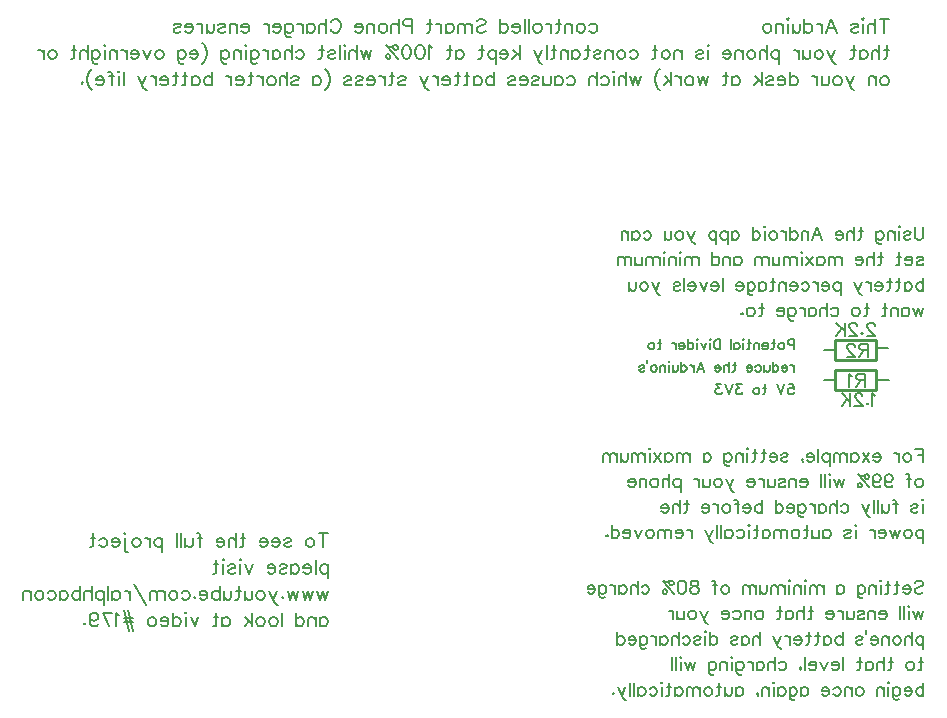
<source format=gbo>
G04 Layer: BottomSilkLayer*
G04 EasyEDA v6.3.53, 2020-06-25T17:48:37+01:00*
G04 4783db3a652f4b8084220859a28b68e3,923baca5ebdd4fbabfdc1fadd1ffc098,10*
G04 Gerber Generator version 0.2*
G04 Scale: 100 percent, Rotated: No, Reflected: No *
G04 Dimensions in inches *
G04 leading zeros omitted , absolute positions ,2 integer and 4 decimal *
%FSLAX24Y24*%
%MOIN*%
G90*
G70D02*

%ADD11C,0.010000*%
%ADD25C,0.005000*%
%ADD29C,0.006000*%

%LPD*%
G54D25*
G01X28950Y13450D02*
G01X29311Y13450D01*
G01X27500Y13450D02*
G01X27138Y13450D01*
G01X27500Y14450D02*
G01X27138Y14450D01*
G01X28900Y14500D02*
G01X29261Y14500D01*
G54D11*
G01X27511Y14784D02*
G01X27511Y14115D01*
G01X27511Y14115D02*
G01X28888Y14115D01*
G01X28888Y14784D02*
G01X27511Y14784D01*
G01X28888Y14115D02*
G01X28888Y14784D01*
G01X28888Y13115D02*
G01X28888Y13784D01*
G01X28888Y13784D02*
G01X27511Y13784D01*
G01X27511Y13115D02*
G01X28888Y13115D01*
G01X27511Y13784D02*
G01X27511Y13115D01*
G54D25*
G01X26150Y14803D02*
G01X26150Y14469D01*
G01X26150Y14803D02*
G01X26006Y14803D01*
G01X25959Y14787D01*
G01X25943Y14771D01*
G01X25927Y14739D01*
G01X25927Y14691D01*
G01X25943Y14659D01*
G01X25959Y14644D01*
G01X26006Y14628D01*
G01X26150Y14628D01*
G01X25742Y14691D02*
G01X25774Y14675D01*
G01X25806Y14644D01*
G01X25822Y14596D01*
G01X25822Y14564D01*
G01X25806Y14516D01*
G01X25774Y14484D01*
G01X25742Y14469D01*
G01X25694Y14469D01*
G01X25663Y14484D01*
G01X25631Y14516D01*
G01X25615Y14564D01*
G01X25615Y14596D01*
G01X25631Y14644D01*
G01X25663Y14675D01*
G01X25694Y14691D01*
G01X25742Y14691D01*
G01X25462Y14803D02*
G01X25462Y14532D01*
G01X25446Y14484D01*
G01X25414Y14469D01*
G01X25383Y14469D01*
G01X25510Y14691D02*
G01X25399Y14691D01*
G01X25278Y14596D02*
G01X25087Y14596D01*
G01X25087Y14628D01*
G01X25103Y14659D01*
G01X25119Y14675D01*
G01X25150Y14691D01*
G01X25198Y14691D01*
G01X25230Y14675D01*
G01X25262Y14644D01*
G01X25278Y14596D01*
G01X25278Y14564D01*
G01X25262Y14516D01*
G01X25230Y14484D01*
G01X25198Y14469D01*
G01X25150Y14469D01*
G01X25119Y14484D01*
G01X25087Y14516D01*
G01X24982Y14691D02*
G01X24982Y14469D01*
G01X24982Y14628D02*
G01X24934Y14675D01*
G01X24902Y14691D01*
G01X24855Y14691D01*
G01X24823Y14675D01*
G01X24807Y14628D01*
G01X24807Y14469D01*
G01X24654Y14803D02*
G01X24654Y14532D01*
G01X24638Y14484D01*
G01X24606Y14469D01*
G01X24575Y14469D01*
G01X24702Y14691D02*
G01X24590Y14691D01*
G01X24469Y14803D02*
G01X24454Y14787D01*
G01X24438Y14803D01*
G01X24454Y14819D01*
G01X24469Y14803D01*
G01X24454Y14691D02*
G01X24454Y14469D01*
G01X24142Y14691D02*
G01X24142Y14469D01*
G01X24142Y14644D02*
G01X24174Y14675D01*
G01X24205Y14691D01*
G01X24253Y14691D01*
G01X24285Y14675D01*
G01X24317Y14644D01*
G01X24333Y14596D01*
G01X24333Y14564D01*
G01X24317Y14516D01*
G01X24285Y14484D01*
G01X24253Y14469D01*
G01X24205Y14469D01*
G01X24174Y14484D01*
G01X24142Y14516D01*
G01X24037Y14803D02*
G01X24037Y14469D01*
G01X23687Y14803D02*
G01X23687Y14469D01*
G01X23687Y14803D02*
G01X23575Y14803D01*
G01X23528Y14787D01*
G01X23496Y14755D01*
G01X23480Y14723D01*
G01X23464Y14675D01*
G01X23464Y14596D01*
G01X23480Y14548D01*
G01X23496Y14516D01*
G01X23528Y14484D01*
G01X23575Y14469D01*
G01X23687Y14469D01*
G01X23359Y14803D02*
G01X23343Y14787D01*
G01X23327Y14803D01*
G01X23343Y14819D01*
G01X23359Y14803D01*
G01X23343Y14691D02*
G01X23343Y14469D01*
G01X23222Y14691D02*
G01X23127Y14469D01*
G01X23031Y14691D02*
G01X23127Y14469D01*
G01X22926Y14803D02*
G01X22910Y14787D01*
G01X22894Y14803D01*
G01X22910Y14819D01*
G01X22926Y14803D01*
G01X22910Y14691D02*
G01X22910Y14469D01*
G01X22599Y14803D02*
G01X22599Y14469D01*
G01X22599Y14644D02*
G01X22630Y14675D01*
G01X22662Y14691D01*
G01X22710Y14691D01*
G01X22742Y14675D01*
G01X22774Y14644D01*
G01X22789Y14596D01*
G01X22789Y14564D01*
G01X22774Y14516D01*
G01X22742Y14484D01*
G01X22710Y14469D01*
G01X22662Y14469D01*
G01X22630Y14484D01*
G01X22599Y14516D01*
G01X22494Y14596D02*
G01X22303Y14596D01*
G01X22303Y14628D01*
G01X22319Y14659D01*
G01X22335Y14675D01*
G01X22366Y14691D01*
G01X22414Y14691D01*
G01X22446Y14675D01*
G01X22478Y14644D01*
G01X22494Y14596D01*
G01X22494Y14564D01*
G01X22478Y14516D01*
G01X22446Y14484D01*
G01X22414Y14469D01*
G01X22366Y14469D01*
G01X22335Y14484D01*
G01X22303Y14516D01*
G01X22198Y14691D02*
G01X22198Y14469D01*
G01X22198Y14596D02*
G01X22182Y14644D01*
G01X22150Y14675D01*
G01X22118Y14691D01*
G01X22070Y14691D01*
G01X21673Y14803D02*
G01X21673Y14532D01*
G01X21657Y14484D01*
G01X21625Y14469D01*
G01X21593Y14469D01*
G01X21720Y14691D02*
G01X21609Y14691D01*
G01X21409Y14691D02*
G01X21440Y14675D01*
G01X21472Y14644D01*
G01X21488Y14596D01*
G01X21488Y14564D01*
G01X21472Y14516D01*
G01X21440Y14484D01*
G01X21409Y14469D01*
G01X21361Y14469D01*
G01X21329Y14484D01*
G01X21297Y14516D01*
G01X21281Y14564D01*
G01X21281Y14596D01*
G01X21297Y14644D01*
G01X21329Y14675D01*
G01X21361Y14691D01*
G01X21409Y14691D01*
G01X26150Y13941D02*
G01X26150Y13719D01*
G01X26150Y13846D02*
G01X26134Y13894D01*
G01X26102Y13925D01*
G01X26070Y13941D01*
G01X26022Y13941D01*
G01X25917Y13846D02*
G01X25726Y13846D01*
G01X25726Y13878D01*
G01X25742Y13909D01*
G01X25758Y13925D01*
G01X25790Y13941D01*
G01X25838Y13941D01*
G01X25869Y13925D01*
G01X25901Y13894D01*
G01X25917Y13846D01*
G01X25917Y13814D01*
G01X25901Y13766D01*
G01X25869Y13734D01*
G01X25838Y13719D01*
G01X25790Y13719D01*
G01X25758Y13734D01*
G01X25726Y13766D01*
G01X25430Y14053D02*
G01X25430Y13719D01*
G01X25430Y13894D02*
G01X25462Y13925D01*
G01X25494Y13941D01*
G01X25542Y13941D01*
G01X25574Y13925D01*
G01X25605Y13894D01*
G01X25621Y13846D01*
G01X25621Y13814D01*
G01X25605Y13766D01*
G01X25574Y13734D01*
G01X25542Y13719D01*
G01X25494Y13719D01*
G01X25462Y13734D01*
G01X25430Y13766D01*
G01X25325Y13941D02*
G01X25325Y13782D01*
G01X25310Y13734D01*
G01X25278Y13719D01*
G01X25230Y13719D01*
G01X25198Y13734D01*
G01X25150Y13782D01*
G01X25150Y13941D02*
G01X25150Y13719D01*
G01X24855Y13894D02*
G01X24886Y13925D01*
G01X24918Y13941D01*
G01X24966Y13941D01*
G01X24998Y13925D01*
G01X25030Y13894D01*
G01X25045Y13846D01*
G01X25045Y13814D01*
G01X25030Y13766D01*
G01X24998Y13734D01*
G01X24966Y13719D01*
G01X24918Y13719D01*
G01X24886Y13734D01*
G01X24855Y13766D01*
G01X24750Y13846D02*
G01X24559Y13846D01*
G01X24559Y13878D01*
G01X24575Y13909D01*
G01X24590Y13925D01*
G01X24622Y13941D01*
G01X24670Y13941D01*
G01X24702Y13925D01*
G01X24734Y13894D01*
G01X24750Y13846D01*
G01X24750Y13814D01*
G01X24734Y13766D01*
G01X24702Y13734D01*
G01X24670Y13719D01*
G01X24622Y13719D01*
G01X24590Y13734D01*
G01X24559Y13766D01*
G01X24161Y14053D02*
G01X24161Y13782D01*
G01X24145Y13734D01*
G01X24113Y13719D01*
G01X24081Y13719D01*
G01X24209Y13941D02*
G01X24097Y13941D01*
G01X23976Y14053D02*
G01X23976Y13719D01*
G01X23976Y13878D02*
G01X23929Y13925D01*
G01X23897Y13941D01*
G01X23849Y13941D01*
G01X23817Y13925D01*
G01X23801Y13878D01*
G01X23801Y13719D01*
G01X23696Y13846D02*
G01X23505Y13846D01*
G01X23505Y13878D01*
G01X23521Y13909D01*
G01X23537Y13925D01*
G01X23569Y13941D01*
G01X23617Y13941D01*
G01X23649Y13925D01*
G01X23680Y13894D01*
G01X23696Y13846D01*
G01X23696Y13814D01*
G01X23680Y13766D01*
G01X23649Y13734D01*
G01X23617Y13719D01*
G01X23569Y13719D01*
G01X23537Y13734D01*
G01X23505Y13766D01*
G01X23028Y14053D02*
G01X23155Y13719D01*
G01X23028Y14053D02*
G01X22901Y13719D01*
G01X23108Y13830D02*
G01X22949Y13830D01*
G01X22796Y13941D02*
G01X22796Y13719D01*
G01X22796Y13846D02*
G01X22780Y13894D01*
G01X22748Y13925D01*
G01X22716Y13941D01*
G01X22669Y13941D01*
G01X22373Y14053D02*
G01X22373Y13719D01*
G01X22373Y13894D02*
G01X22405Y13925D01*
G01X22436Y13941D01*
G01X22484Y13941D01*
G01X22516Y13925D01*
G01X22548Y13894D01*
G01X22564Y13846D01*
G01X22564Y13814D01*
G01X22548Y13766D01*
G01X22516Y13734D01*
G01X22484Y13719D01*
G01X22436Y13719D01*
G01X22405Y13734D01*
G01X22373Y13766D01*
G01X22268Y13941D02*
G01X22268Y13782D01*
G01X22252Y13734D01*
G01X22220Y13719D01*
G01X22172Y13719D01*
G01X22140Y13734D01*
G01X22093Y13782D01*
G01X22093Y13941D02*
G01X22093Y13719D01*
G01X21988Y14053D02*
G01X21972Y14037D01*
G01X21956Y14053D01*
G01X21972Y14069D01*
G01X21988Y14053D01*
G01X21972Y13941D02*
G01X21972Y13719D01*
G01X21851Y13941D02*
G01X21851Y13719D01*
G01X21851Y13878D02*
G01X21803Y13925D01*
G01X21771Y13941D01*
G01X21724Y13941D01*
G01X21692Y13925D01*
G01X21676Y13878D01*
G01X21676Y13719D01*
G01X21491Y13941D02*
G01X21523Y13925D01*
G01X21555Y13894D01*
G01X21571Y13846D01*
G01X21571Y13814D01*
G01X21555Y13766D01*
G01X21523Y13734D01*
G01X21491Y13719D01*
G01X21444Y13719D01*
G01X21412Y13734D01*
G01X21380Y13766D01*
G01X21364Y13814D01*
G01X21364Y13846D01*
G01X21380Y13894D01*
G01X21412Y13925D01*
G01X21444Y13941D01*
G01X21491Y13941D01*
G01X21227Y14100D02*
G01X21227Y14005D01*
G01X20979Y13894D02*
G01X20995Y13925D01*
G01X21043Y13941D01*
G01X21090Y13941D01*
G01X21138Y13925D01*
G01X21154Y13894D01*
G01X21138Y13862D01*
G01X21106Y13846D01*
G01X21027Y13830D01*
G01X20995Y13814D01*
G01X20979Y13782D01*
G01X20979Y13766D01*
G01X20995Y13734D01*
G01X21043Y13719D01*
G01X21090Y13719D01*
G01X21138Y13734D01*
G01X21154Y13766D01*
G01X25959Y13303D02*
G01X26118Y13303D01*
G01X26134Y13159D01*
G01X26118Y13175D01*
G01X26070Y13191D01*
G01X26022Y13191D01*
G01X25975Y13175D01*
G01X25943Y13144D01*
G01X25927Y13096D01*
G01X25927Y13064D01*
G01X25943Y13016D01*
G01X25975Y12984D01*
G01X26022Y12969D01*
G01X26070Y12969D01*
G01X26118Y12984D01*
G01X26134Y13000D01*
G01X26150Y13032D01*
G01X25822Y13303D02*
G01X25694Y12969D01*
G01X25567Y13303D02*
G01X25694Y12969D01*
G01X25169Y13303D02*
G01X25169Y13032D01*
G01X25154Y12984D01*
G01X25122Y12969D01*
G01X25090Y12969D01*
G01X25217Y13191D02*
G01X25106Y13191D01*
G01X24905Y13191D02*
G01X24937Y13175D01*
G01X24969Y13144D01*
G01X24985Y13096D01*
G01X24985Y13064D01*
G01X24969Y13016D01*
G01X24937Y12984D01*
G01X24905Y12969D01*
G01X24858Y12969D01*
G01X24826Y12984D01*
G01X24794Y13016D01*
G01X24778Y13064D01*
G01X24778Y13096D01*
G01X24794Y13144D01*
G01X24826Y13175D01*
G01X24858Y13191D01*
G01X24905Y13191D01*
G01X24396Y13303D02*
G01X24221Y13303D01*
G01X24317Y13175D01*
G01X24269Y13175D01*
G01X24237Y13159D01*
G01X24221Y13144D01*
G01X24205Y13096D01*
G01X24205Y13064D01*
G01X24221Y13016D01*
G01X24253Y12984D01*
G01X24301Y12969D01*
G01X24349Y12969D01*
G01X24396Y12984D01*
G01X24412Y13000D01*
G01X24428Y13032D01*
G01X24100Y13303D02*
G01X23973Y12969D01*
G01X23846Y13303D02*
G01X23973Y12969D01*
G01X23709Y13303D02*
G01X23534Y13303D01*
G01X23630Y13175D01*
G01X23582Y13175D01*
G01X23550Y13159D01*
G01X23534Y13144D01*
G01X23518Y13096D01*
G01X23518Y13064D01*
G01X23534Y13016D01*
G01X23566Y12984D01*
G01X23614Y12969D01*
G01X23661Y12969D01*
G01X23709Y12984D01*
G01X23725Y13000D01*
G01X23741Y13032D01*
G54D29*
G01X10447Y8334D02*
G01X10447Y7876D01*
G01X10600Y8334D02*
G01X10294Y8334D01*
G01X10041Y8181D02*
G01X10085Y8159D01*
G01X10128Y8116D01*
G01X10150Y8050D01*
G01X10150Y8007D01*
G01X10128Y7941D01*
G01X10085Y7898D01*
G01X10041Y7876D01*
G01X9976Y7876D01*
G01X9932Y7898D01*
G01X9888Y7941D01*
G01X9866Y8007D01*
G01X9866Y8050D01*
G01X9888Y8116D01*
G01X9932Y8159D01*
G01X9976Y8181D01*
G01X10041Y8181D01*
G01X9146Y8116D02*
G01X9168Y8159D01*
G01X9234Y8181D01*
G01X9299Y8181D01*
G01X9365Y8159D01*
G01X9386Y8116D01*
G01X9365Y8072D01*
G01X9321Y8050D01*
G01X9212Y8028D01*
G01X9168Y8007D01*
G01X9146Y7963D01*
G01X9146Y7941D01*
G01X9168Y7898D01*
G01X9234Y7876D01*
G01X9299Y7876D01*
G01X9365Y7898D01*
G01X9386Y7941D01*
G01X9002Y8050D02*
G01X8741Y8050D01*
G01X8741Y8094D01*
G01X8762Y8138D01*
G01X8784Y8159D01*
G01X8828Y8181D01*
G01X8893Y8181D01*
G01X8937Y8159D01*
G01X8981Y8116D01*
G01X9002Y8050D01*
G01X9002Y8007D01*
G01X8981Y7941D01*
G01X8937Y7898D01*
G01X8893Y7876D01*
G01X8828Y7876D01*
G01X8784Y7898D01*
G01X8741Y7941D01*
G01X8597Y8050D02*
G01X8335Y8050D01*
G01X8335Y8094D01*
G01X8357Y8138D01*
G01X8378Y8159D01*
G01X8422Y8181D01*
G01X8488Y8181D01*
G01X8531Y8159D01*
G01X8575Y8116D01*
G01X8597Y8050D01*
G01X8597Y8007D01*
G01X8575Y7941D01*
G01X8531Y7898D01*
G01X8488Y7876D01*
G01X8422Y7876D01*
G01X8378Y7898D01*
G01X8335Y7941D01*
G01X7789Y8334D02*
G01X7789Y7963D01*
G01X7768Y7898D01*
G01X7724Y7876D01*
G01X7680Y7876D01*
G01X7855Y8181D02*
G01X7702Y8181D01*
G01X7536Y8334D02*
G01X7536Y7876D01*
G01X7536Y8094D02*
G01X7471Y8159D01*
G01X7427Y8181D01*
G01X7362Y8181D01*
G01X7318Y8159D01*
G01X7296Y8094D01*
G01X7296Y7876D01*
G01X7152Y8050D02*
G01X6890Y8050D01*
G01X6890Y8094D01*
G01X6912Y8138D01*
G01X6934Y8159D01*
G01X6978Y8181D01*
G01X7043Y8181D01*
G01X7087Y8159D01*
G01X7130Y8116D01*
G01X7152Y8050D01*
G01X7152Y8007D01*
G01X7130Y7941D01*
G01X7087Y7898D01*
G01X7043Y7876D01*
G01X6978Y7876D01*
G01X6934Y7898D01*
G01X6890Y7941D01*
G01X6236Y8334D02*
G01X6280Y8334D01*
G01X6323Y8312D01*
G01X6345Y8247D01*
G01X6345Y7876D01*
G01X6410Y8181D02*
G01X6258Y8181D01*
G01X6092Y8181D02*
G01X6092Y7963D01*
G01X6070Y7898D01*
G01X6026Y7876D01*
G01X5961Y7876D01*
G01X5917Y7898D01*
G01X5852Y7963D01*
G01X5852Y8181D02*
G01X5852Y7876D01*
G01X5708Y8334D02*
G01X5708Y7876D01*
G01X5564Y8334D02*
G01X5564Y7876D01*
G01X5084Y8181D02*
G01X5084Y7723D01*
G01X5084Y8116D02*
G01X5040Y8159D01*
G01X4997Y8181D01*
G01X4931Y8181D01*
G01X4888Y8159D01*
G01X4844Y8116D01*
G01X4822Y8050D01*
G01X4822Y8007D01*
G01X4844Y7941D01*
G01X4888Y7898D01*
G01X4931Y7876D01*
G01X4997Y7876D01*
G01X5040Y7898D01*
G01X5084Y7941D01*
G01X4678Y8181D02*
G01X4678Y7876D01*
G01X4678Y8050D02*
G01X4656Y8116D01*
G01X4613Y8159D01*
G01X4569Y8181D01*
G01X4503Y8181D01*
G01X4250Y8181D02*
G01X4294Y8159D01*
G01X4338Y8116D01*
G01X4360Y8050D01*
G01X4360Y8007D01*
G01X4338Y7941D01*
G01X4294Y7898D01*
G01X4250Y7876D01*
G01X4185Y7876D01*
G01X4141Y7898D01*
G01X4098Y7941D01*
G01X4076Y8007D01*
G01X4076Y8050D01*
G01X4098Y8116D01*
G01X4141Y8159D01*
G01X4185Y8181D01*
G01X4250Y8181D01*
G01X3845Y8334D02*
G01X3823Y8312D01*
G01X3801Y8334D01*
G01X3823Y8356D01*
G01X3845Y8334D01*
G01X3823Y8181D02*
G01X3823Y7810D01*
G01X3845Y7745D01*
G01X3888Y7723D01*
G01X3932Y7723D01*
G01X3657Y8050D02*
G01X3395Y8050D01*
G01X3395Y8094D01*
G01X3417Y8138D01*
G01X3439Y8159D01*
G01X3482Y8181D01*
G01X3548Y8181D01*
G01X3592Y8159D01*
G01X3635Y8116D01*
G01X3657Y8050D01*
G01X3657Y8007D01*
G01X3635Y7941D01*
G01X3592Y7898D01*
G01X3548Y7876D01*
G01X3482Y7876D01*
G01X3439Y7898D01*
G01X3395Y7941D01*
G01X2989Y8116D02*
G01X3033Y8159D01*
G01X3077Y8181D01*
G01X3142Y8181D01*
G01X3186Y8159D01*
G01X3229Y8116D01*
G01X3251Y8050D01*
G01X3251Y8007D01*
G01X3229Y7941D01*
G01X3186Y7898D01*
G01X3142Y7876D01*
G01X3077Y7876D01*
G01X3033Y7898D01*
G01X2989Y7941D01*
G01X2780Y8334D02*
G01X2780Y7963D01*
G01X2758Y7898D01*
G01X2714Y7876D01*
G01X2671Y7876D01*
G01X2845Y8181D02*
G01X2693Y8181D01*
G01X10600Y7301D02*
G01X10600Y6843D01*
G01X10600Y7236D02*
G01X10556Y7279D01*
G01X10512Y7301D01*
G01X10447Y7301D01*
G01X10403Y7279D01*
G01X10360Y7236D01*
G01X10338Y7170D01*
G01X10338Y7127D01*
G01X10360Y7061D01*
G01X10403Y7017D01*
G01X10447Y6996D01*
G01X10512Y6996D01*
G01X10556Y7017D01*
G01X10600Y7061D01*
G01X10194Y7454D02*
G01X10194Y6996D01*
G01X10050Y7170D02*
G01X9788Y7170D01*
G01X9788Y7214D01*
G01X9810Y7257D01*
G01X9831Y7279D01*
G01X9875Y7301D01*
G01X9941Y7301D01*
G01X9984Y7279D01*
G01X10028Y7236D01*
G01X10050Y7170D01*
G01X10050Y7127D01*
G01X10028Y7061D01*
G01X9984Y7017D01*
G01X9941Y6996D01*
G01X9875Y6996D01*
G01X9831Y7017D01*
G01X9788Y7061D01*
G01X9382Y7301D02*
G01X9382Y6996D01*
G01X9382Y7236D02*
G01X9426Y7279D01*
G01X9469Y7301D01*
G01X9535Y7301D01*
G01X9578Y7279D01*
G01X9622Y7236D01*
G01X9644Y7170D01*
G01X9644Y7127D01*
G01X9622Y7061D01*
G01X9578Y7017D01*
G01X9535Y6996D01*
G01X9469Y6996D01*
G01X9426Y7017D01*
G01X9382Y7061D01*
G01X8998Y7236D02*
G01X9020Y7279D01*
G01X9085Y7301D01*
G01X9151Y7301D01*
G01X9216Y7279D01*
G01X9238Y7236D01*
G01X9216Y7192D01*
G01X9173Y7170D01*
G01X9064Y7148D01*
G01X9020Y7127D01*
G01X8998Y7083D01*
G01X8998Y7061D01*
G01X9020Y7017D01*
G01X9085Y6996D01*
G01X9151Y6996D01*
G01X9216Y7017D01*
G01X9238Y7061D01*
G01X8854Y7170D02*
G01X8592Y7170D01*
G01X8592Y7214D01*
G01X8614Y7257D01*
G01X8636Y7279D01*
G01X8680Y7301D01*
G01X8745Y7301D01*
G01X8789Y7279D01*
G01X8832Y7236D01*
G01X8854Y7170D01*
G01X8854Y7127D01*
G01X8832Y7061D01*
G01X8789Y7017D01*
G01X8745Y6996D01*
G01X8680Y6996D01*
G01X8636Y7017D01*
G01X8592Y7061D01*
G01X8112Y7301D02*
G01X7981Y6996D01*
G01X7850Y7301D02*
G01X7981Y6996D01*
G01X7706Y7454D02*
G01X7685Y7432D01*
G01X7663Y7454D01*
G01X7685Y7476D01*
G01X7706Y7454D01*
G01X7685Y7301D02*
G01X7685Y6996D01*
G01X7279Y7236D02*
G01X7301Y7279D01*
G01X7366Y7301D01*
G01X7431Y7301D01*
G01X7497Y7279D01*
G01X7519Y7236D01*
G01X7497Y7192D01*
G01X7453Y7170D01*
G01X7344Y7148D01*
G01X7301Y7127D01*
G01X7279Y7083D01*
G01X7279Y7061D01*
G01X7301Y7017D01*
G01X7366Y6996D01*
G01X7431Y6996D01*
G01X7497Y7017D01*
G01X7519Y7061D01*
G01X7135Y7454D02*
G01X7113Y7432D01*
G01X7091Y7454D01*
G01X7113Y7476D01*
G01X7135Y7454D01*
G01X7113Y7301D02*
G01X7113Y6996D01*
G01X6882Y7454D02*
G01X6882Y7083D01*
G01X6860Y7017D01*
G01X6816Y6996D01*
G01X6773Y6996D01*
G01X6947Y7301D02*
G01X6794Y7301D01*
G01X10600Y6421D02*
G01X10512Y6116D01*
G01X10425Y6421D02*
G01X10512Y6116D01*
G01X10425Y6421D02*
G01X10338Y6116D01*
G01X10250Y6421D02*
G01X10338Y6116D01*
G01X10106Y6421D02*
G01X10019Y6116D01*
G01X9932Y6421D02*
G01X10019Y6116D01*
G01X9932Y6421D02*
G01X9845Y6116D01*
G01X9757Y6421D02*
G01X9845Y6116D01*
G01X9613Y6421D02*
G01X9526Y6116D01*
G01X9439Y6421D02*
G01X9526Y6116D01*
G01X9439Y6421D02*
G01X9352Y6116D01*
G01X9264Y6421D02*
G01X9352Y6116D01*
G01X9098Y6225D02*
G01X9120Y6203D01*
G01X9098Y6181D01*
G01X9077Y6203D01*
G01X9098Y6225D01*
G01X8911Y6421D02*
G01X8780Y6116D01*
G01X8649Y6421D02*
G01X8780Y6116D01*
G01X8823Y6028D01*
G01X8867Y5985D01*
G01X8911Y5963D01*
G01X8933Y5963D01*
G01X8396Y6421D02*
G01X8439Y6399D01*
G01X8483Y6356D01*
G01X8505Y6290D01*
G01X8505Y6247D01*
G01X8483Y6181D01*
G01X8439Y6138D01*
G01X8396Y6116D01*
G01X8330Y6116D01*
G01X8287Y6138D01*
G01X8243Y6181D01*
G01X8221Y6247D01*
G01X8221Y6290D01*
G01X8243Y6356D01*
G01X8287Y6399D01*
G01X8330Y6421D01*
G01X8396Y6421D01*
G01X8077Y6421D02*
G01X8077Y6203D01*
G01X8056Y6138D01*
G01X8012Y6116D01*
G01X7946Y6116D01*
G01X7903Y6138D01*
G01X7837Y6203D01*
G01X7837Y6421D02*
G01X7837Y6116D01*
G01X7628Y6574D02*
G01X7628Y6203D01*
G01X7606Y6138D01*
G01X7562Y6116D01*
G01X7519Y6116D01*
G01X7693Y6421D02*
G01X7541Y6421D01*
G01X7375Y6421D02*
G01X7375Y6203D01*
G01X7353Y6138D01*
G01X7309Y6116D01*
G01X7244Y6116D01*
G01X7200Y6138D01*
G01X7135Y6203D01*
G01X7135Y6421D02*
G01X7135Y6116D01*
G01X6991Y6574D02*
G01X6991Y6116D01*
G01X6991Y6356D02*
G01X6947Y6399D01*
G01X6903Y6421D01*
G01X6838Y6421D01*
G01X6794Y6399D01*
G01X6751Y6356D01*
G01X6729Y6290D01*
G01X6729Y6247D01*
G01X6751Y6181D01*
G01X6794Y6138D01*
G01X6838Y6116D01*
G01X6903Y6116D01*
G01X6947Y6138D01*
G01X6991Y6181D01*
G01X6585Y6290D02*
G01X6323Y6290D01*
G01X6323Y6334D01*
G01X6345Y6378D01*
G01X6367Y6399D01*
G01X6410Y6421D01*
G01X6476Y6421D01*
G01X6519Y6399D01*
G01X6563Y6356D01*
G01X6585Y6290D01*
G01X6585Y6247D01*
G01X6563Y6181D01*
G01X6519Y6138D01*
G01X6476Y6116D01*
G01X6410Y6116D01*
G01X6367Y6138D01*
G01X6323Y6181D01*
G01X6157Y6225D02*
G01X6179Y6203D01*
G01X6157Y6181D01*
G01X6135Y6203D01*
G01X6157Y6225D01*
G01X5730Y6356D02*
G01X5773Y6399D01*
G01X5817Y6421D01*
G01X5882Y6421D01*
G01X5926Y6399D01*
G01X5970Y6356D01*
G01X5992Y6290D01*
G01X5992Y6247D01*
G01X5970Y6181D01*
G01X5926Y6138D01*
G01X5882Y6116D01*
G01X5817Y6116D01*
G01X5773Y6138D01*
G01X5730Y6181D01*
G01X5477Y6421D02*
G01X5520Y6399D01*
G01X5564Y6356D01*
G01X5586Y6290D01*
G01X5586Y6247D01*
G01X5564Y6181D01*
G01X5520Y6138D01*
G01X5477Y6116D01*
G01X5411Y6116D01*
G01X5368Y6138D01*
G01X5324Y6181D01*
G01X5302Y6247D01*
G01X5302Y6290D01*
G01X5324Y6356D01*
G01X5368Y6399D01*
G01X5411Y6421D01*
G01X5477Y6421D01*
G01X5158Y6421D02*
G01X5158Y6116D01*
G01X5158Y6334D02*
G01X5093Y6399D01*
G01X5049Y6421D01*
G01X4984Y6421D01*
G01X4940Y6399D01*
G01X4918Y6334D01*
G01X4918Y6116D01*
G01X4918Y6334D02*
G01X4853Y6399D01*
G01X4809Y6421D01*
G01X4743Y6421D01*
G01X4700Y6399D01*
G01X4678Y6334D01*
G01X4678Y6116D01*
G01X4141Y6661D02*
G01X4534Y5963D01*
G01X3997Y6421D02*
G01X3997Y6116D01*
G01X3997Y6290D02*
G01X3976Y6356D01*
G01X3932Y6399D01*
G01X3888Y6421D01*
G01X3823Y6421D01*
G01X3417Y6421D02*
G01X3417Y6116D01*
G01X3417Y6356D02*
G01X3461Y6399D01*
G01X3504Y6421D01*
G01X3570Y6421D01*
G01X3613Y6399D01*
G01X3657Y6356D01*
G01X3679Y6290D01*
G01X3679Y6247D01*
G01X3657Y6181D01*
G01X3613Y6138D01*
G01X3570Y6116D01*
G01X3504Y6116D01*
G01X3461Y6138D01*
G01X3417Y6181D01*
G01X3273Y6574D02*
G01X3273Y6116D01*
G01X3129Y6421D02*
G01X3129Y5963D01*
G01X3129Y6356D02*
G01X3085Y6399D01*
G01X3042Y6421D01*
G01X2976Y6421D01*
G01X2933Y6399D01*
G01X2889Y6356D01*
G01X2867Y6290D01*
G01X2867Y6247D01*
G01X2889Y6181D01*
G01X2933Y6138D01*
G01X2976Y6116D01*
G01X3042Y6116D01*
G01X3085Y6138D01*
G01X3129Y6181D01*
G01X2723Y6574D02*
G01X2723Y6116D01*
G01X2723Y6334D02*
G01X2658Y6399D01*
G01X2614Y6421D01*
G01X2549Y6421D01*
G01X2505Y6399D01*
G01X2483Y6334D01*
G01X2483Y6116D01*
G01X2339Y6574D02*
G01X2339Y6116D01*
G01X2339Y6356D02*
G01X2296Y6399D01*
G01X2252Y6421D01*
G01X2186Y6421D01*
G01X2143Y6399D01*
G01X2099Y6356D01*
G01X2077Y6290D01*
G01X2077Y6247D01*
G01X2099Y6181D01*
G01X2143Y6138D01*
G01X2186Y6116D01*
G01X2252Y6116D01*
G01X2296Y6138D01*
G01X2339Y6181D01*
G01X1672Y6421D02*
G01X1672Y6116D01*
G01X1672Y6356D02*
G01X1715Y6399D01*
G01X1759Y6421D01*
G01X1824Y6421D01*
G01X1868Y6399D01*
G01X1911Y6356D01*
G01X1933Y6290D01*
G01X1933Y6247D01*
G01X1911Y6181D01*
G01X1868Y6138D01*
G01X1824Y6116D01*
G01X1759Y6116D01*
G01X1715Y6138D01*
G01X1672Y6181D01*
G01X1266Y6356D02*
G01X1309Y6399D01*
G01X1353Y6421D01*
G01X1418Y6421D01*
G01X1462Y6399D01*
G01X1506Y6356D01*
G01X1527Y6290D01*
G01X1527Y6247D01*
G01X1506Y6181D01*
G01X1462Y6138D01*
G01X1418Y6116D01*
G01X1353Y6116D01*
G01X1309Y6138D01*
G01X1266Y6181D01*
G01X1013Y6421D02*
G01X1056Y6399D01*
G01X1100Y6356D01*
G01X1122Y6290D01*
G01X1122Y6247D01*
G01X1100Y6181D01*
G01X1056Y6138D01*
G01X1013Y6116D01*
G01X947Y6116D01*
G01X903Y6138D01*
G01X860Y6181D01*
G01X838Y6247D01*
G01X838Y6290D01*
G01X860Y6356D01*
G01X903Y6399D01*
G01X947Y6421D01*
G01X1013Y6421D01*
G01X694Y6421D02*
G01X694Y6116D01*
G01X694Y6334D02*
G01X629Y6399D01*
G01X585Y6421D01*
G01X519Y6421D01*
G01X476Y6399D01*
G01X454Y6334D01*
G01X454Y6116D01*
G01X10338Y5541D02*
G01X10338Y5236D01*
G01X10338Y5476D02*
G01X10381Y5519D01*
G01X10425Y5541D01*
G01X10490Y5541D01*
G01X10534Y5519D01*
G01X10578Y5476D01*
G01X10600Y5410D01*
G01X10600Y5367D01*
G01X10578Y5301D01*
G01X10534Y5257D01*
G01X10490Y5236D01*
G01X10425Y5236D01*
G01X10381Y5257D01*
G01X10338Y5301D01*
G01X10194Y5541D02*
G01X10194Y5236D01*
G01X10194Y5454D02*
G01X10128Y5519D01*
G01X10085Y5541D01*
G01X10019Y5541D01*
G01X9976Y5519D01*
G01X9954Y5454D01*
G01X9954Y5236D01*
G01X9548Y5694D02*
G01X9548Y5236D01*
G01X9548Y5476D02*
G01X9592Y5519D01*
G01X9635Y5541D01*
G01X9701Y5541D01*
G01X9744Y5519D01*
G01X9788Y5476D01*
G01X9810Y5410D01*
G01X9810Y5367D01*
G01X9788Y5301D01*
G01X9744Y5257D01*
G01X9701Y5236D01*
G01X9635Y5236D01*
G01X9592Y5257D01*
G01X9548Y5301D01*
G01X9068Y5694D02*
G01X9068Y5236D01*
G01X8815Y5541D02*
G01X8858Y5519D01*
G01X8902Y5476D01*
G01X8924Y5410D01*
G01X8924Y5367D01*
G01X8902Y5301D01*
G01X8858Y5257D01*
G01X8815Y5236D01*
G01X8749Y5236D01*
G01X8706Y5257D01*
G01X8662Y5301D01*
G01X8640Y5367D01*
G01X8640Y5410D01*
G01X8662Y5476D01*
G01X8706Y5519D01*
G01X8749Y5541D01*
G01X8815Y5541D01*
G01X8387Y5541D02*
G01X8431Y5519D01*
G01X8474Y5476D01*
G01X8496Y5410D01*
G01X8496Y5367D01*
G01X8474Y5301D01*
G01X8431Y5257D01*
G01X8387Y5236D01*
G01X8322Y5236D01*
G01X8278Y5257D01*
G01X8234Y5301D01*
G01X8213Y5367D01*
G01X8213Y5410D01*
G01X8234Y5476D01*
G01X8278Y5519D01*
G01X8322Y5541D01*
G01X8387Y5541D01*
G01X8069Y5694D02*
G01X8069Y5236D01*
G01X7850Y5541D02*
G01X8069Y5323D01*
G01X7981Y5410D02*
G01X7829Y5236D01*
G01X7087Y5541D02*
G01X7087Y5236D01*
G01X7087Y5476D02*
G01X7130Y5519D01*
G01X7174Y5541D01*
G01X7239Y5541D01*
G01X7283Y5519D01*
G01X7327Y5476D01*
G01X7349Y5410D01*
G01X7349Y5367D01*
G01X7327Y5301D01*
G01X7283Y5257D01*
G01X7239Y5236D01*
G01X7174Y5236D01*
G01X7130Y5257D01*
G01X7087Y5301D01*
G01X6877Y5694D02*
G01X6877Y5323D01*
G01X6856Y5257D01*
G01X6812Y5236D01*
G01X6768Y5236D01*
G01X6943Y5541D02*
G01X6790Y5541D01*
G01X6288Y5541D02*
G01X6157Y5236D01*
G01X6026Y5541D02*
G01X6157Y5236D01*
G01X5882Y5694D02*
G01X5861Y5672D01*
G01X5839Y5694D01*
G01X5861Y5716D01*
G01X5882Y5694D01*
G01X5861Y5541D02*
G01X5861Y5236D01*
G01X5433Y5694D02*
G01X5433Y5236D01*
G01X5433Y5476D02*
G01X5477Y5519D01*
G01X5520Y5541D01*
G01X5586Y5541D01*
G01X5629Y5519D01*
G01X5673Y5476D01*
G01X5695Y5410D01*
G01X5695Y5367D01*
G01X5673Y5301D01*
G01X5629Y5257D01*
G01X5586Y5236D01*
G01X5520Y5236D01*
G01X5477Y5257D01*
G01X5433Y5301D01*
G01X5289Y5410D02*
G01X5027Y5410D01*
G01X5027Y5454D01*
G01X5049Y5498D01*
G01X5071Y5519D01*
G01X5114Y5541D01*
G01X5180Y5541D01*
G01X5223Y5519D01*
G01X5267Y5476D01*
G01X5289Y5410D01*
G01X5289Y5367D01*
G01X5267Y5301D01*
G01X5223Y5257D01*
G01X5180Y5236D01*
G01X5114Y5236D01*
G01X5071Y5257D01*
G01X5027Y5301D01*
G01X4774Y5541D02*
G01X4818Y5519D01*
G01X4861Y5476D01*
G01X4883Y5410D01*
G01X4883Y5367D01*
G01X4861Y5301D01*
G01X4818Y5257D01*
G01X4774Y5236D01*
G01X4709Y5236D01*
G01X4665Y5257D01*
G01X4621Y5301D01*
G01X4600Y5367D01*
G01X4600Y5410D01*
G01X4621Y5476D01*
G01X4665Y5519D01*
G01X4709Y5541D01*
G01X4774Y5541D01*
G01X3945Y5781D02*
G01X4098Y5083D01*
G01X3814Y5781D02*
G01X3967Y5083D01*
G01X4098Y5498D02*
G01X3792Y5498D01*
G01X4119Y5367D02*
G01X3814Y5367D01*
G01X3648Y5607D02*
G01X3605Y5628D01*
G01X3539Y5694D01*
G01X3539Y5236D01*
G01X3090Y5694D02*
G01X3308Y5236D01*
G01X3395Y5694D02*
G01X3090Y5694D01*
G01X2662Y5541D02*
G01X2684Y5476D01*
G01X2727Y5432D01*
G01X2793Y5410D01*
G01X2815Y5410D01*
G01X2880Y5432D01*
G01X2924Y5476D01*
G01X2946Y5541D01*
G01X2946Y5563D01*
G01X2924Y5628D01*
G01X2880Y5672D01*
G01X2815Y5694D01*
G01X2793Y5694D01*
G01X2727Y5672D01*
G01X2684Y5628D01*
G01X2662Y5541D01*
G01X2662Y5432D01*
G01X2684Y5323D01*
G01X2727Y5257D01*
G01X2793Y5236D01*
G01X2837Y5236D01*
G01X2902Y5257D01*
G01X2924Y5301D01*
G01X2496Y5345D02*
G01X2518Y5323D01*
G01X2496Y5301D01*
G01X2474Y5323D01*
G01X2496Y5345D01*
G01X29147Y25484D02*
G01X29147Y25026D01*
G01X29300Y25484D02*
G01X28994Y25484D01*
G01X28850Y25484D02*
G01X28850Y25026D01*
G01X28850Y25244D02*
G01X28785Y25309D01*
G01X28741Y25331D01*
G01X28676Y25331D01*
G01X28632Y25309D01*
G01X28610Y25244D01*
G01X28610Y25026D01*
G01X28466Y25484D02*
G01X28444Y25462D01*
G01X28422Y25484D01*
G01X28444Y25506D01*
G01X28466Y25484D01*
G01X28444Y25331D02*
G01X28444Y25026D01*
G01X28038Y25266D02*
G01X28060Y25309D01*
G01X28126Y25331D01*
G01X28191Y25331D01*
G01X28257Y25309D01*
G01X28278Y25266D01*
G01X28257Y25222D01*
G01X28213Y25200D01*
G01X28104Y25178D01*
G01X28060Y25157D01*
G01X28038Y25113D01*
G01X28038Y25091D01*
G01X28060Y25048D01*
G01X28126Y25026D01*
G01X28191Y25026D01*
G01X28257Y25048D01*
G01X28278Y25091D01*
G01X27384Y25484D02*
G01X27558Y25026D01*
G01X27384Y25484D02*
G01X27209Y25026D01*
G01X27493Y25178D02*
G01X27275Y25178D01*
G01X27065Y25331D02*
G01X27065Y25026D01*
G01X27065Y25200D02*
G01X27043Y25266D01*
G01X27000Y25309D01*
G01X26956Y25331D01*
G01X26891Y25331D01*
G01X26485Y25484D02*
G01X26485Y25026D01*
G01X26485Y25266D02*
G01X26529Y25309D01*
G01X26572Y25331D01*
G01X26638Y25331D01*
G01X26681Y25309D01*
G01X26725Y25266D01*
G01X26747Y25200D01*
G01X26747Y25157D01*
G01X26725Y25091D01*
G01X26681Y25048D01*
G01X26638Y25026D01*
G01X26572Y25026D01*
G01X26529Y25048D01*
G01X26485Y25091D01*
G01X26341Y25331D02*
G01X26341Y25113D01*
G01X26319Y25048D01*
G01X26276Y25026D01*
G01X26210Y25026D01*
G01X26166Y25048D01*
G01X26101Y25113D01*
G01X26101Y25331D02*
G01X26101Y25026D01*
G01X25957Y25484D02*
G01X25935Y25462D01*
G01X25913Y25484D01*
G01X25935Y25506D01*
G01X25957Y25484D01*
G01X25935Y25331D02*
G01X25935Y25026D01*
G01X25769Y25331D02*
G01X25769Y25026D01*
G01X25769Y25244D02*
G01X25704Y25309D01*
G01X25660Y25331D01*
G01X25595Y25331D01*
G01X25551Y25309D01*
G01X25529Y25244D01*
G01X25529Y25026D01*
G01X25276Y25331D02*
G01X25320Y25309D01*
G01X25364Y25266D01*
G01X25385Y25200D01*
G01X25385Y25157D01*
G01X25364Y25091D01*
G01X25320Y25048D01*
G01X25276Y25026D01*
G01X25211Y25026D01*
G01X25167Y25048D01*
G01X25123Y25091D01*
G01X25102Y25157D01*
G01X25102Y25200D01*
G01X25123Y25266D01*
G01X25167Y25309D01*
G01X25211Y25331D01*
G01X25276Y25331D01*
G01X19320Y25266D02*
G01X19364Y25309D01*
G01X19407Y25331D01*
G01X19473Y25331D01*
G01X19516Y25309D01*
G01X19560Y25266D01*
G01X19582Y25200D01*
G01X19582Y25157D01*
G01X19560Y25091D01*
G01X19516Y25048D01*
G01X19473Y25026D01*
G01X19407Y25026D01*
G01X19364Y25048D01*
G01X19320Y25091D01*
G01X19067Y25331D02*
G01X19110Y25309D01*
G01X19154Y25266D01*
G01X19176Y25200D01*
G01X19176Y25157D01*
G01X19154Y25091D01*
G01X19110Y25048D01*
G01X19067Y25026D01*
G01X19001Y25026D01*
G01X18958Y25048D01*
G01X18914Y25091D01*
G01X18892Y25157D01*
G01X18892Y25200D01*
G01X18914Y25266D01*
G01X18958Y25309D01*
G01X19001Y25331D01*
G01X19067Y25331D01*
G01X18748Y25331D02*
G01X18748Y25026D01*
G01X18748Y25244D02*
G01X18683Y25309D01*
G01X18639Y25331D01*
G01X18574Y25331D01*
G01X18530Y25309D01*
G01X18508Y25244D01*
G01X18508Y25026D01*
G01X18299Y25484D02*
G01X18299Y25113D01*
G01X18277Y25048D01*
G01X18233Y25026D01*
G01X18190Y25026D01*
G01X18364Y25331D02*
G01X18211Y25331D01*
G01X18046Y25331D02*
G01X18046Y25026D01*
G01X18046Y25200D02*
G01X18024Y25266D01*
G01X17980Y25309D01*
G01X17937Y25331D01*
G01X17871Y25331D01*
G01X17618Y25331D02*
G01X17662Y25309D01*
G01X17705Y25266D01*
G01X17727Y25200D01*
G01X17727Y25157D01*
G01X17705Y25091D01*
G01X17662Y25048D01*
G01X17618Y25026D01*
G01X17553Y25026D01*
G01X17509Y25048D01*
G01X17465Y25091D01*
G01X17443Y25157D01*
G01X17443Y25200D01*
G01X17465Y25266D01*
G01X17509Y25309D01*
G01X17553Y25331D01*
G01X17618Y25331D01*
G01X17300Y25484D02*
G01X17300Y25026D01*
G01X17156Y25484D02*
G01X17156Y25026D01*
G01X17011Y25200D02*
G01X16750Y25200D01*
G01X16750Y25244D01*
G01X16772Y25288D01*
G01X16793Y25309D01*
G01X16837Y25331D01*
G01X16902Y25331D01*
G01X16946Y25309D01*
G01X16990Y25266D01*
G01X17011Y25200D01*
G01X17011Y25157D01*
G01X16990Y25091D01*
G01X16946Y25048D01*
G01X16902Y25026D01*
G01X16837Y25026D01*
G01X16793Y25048D01*
G01X16750Y25091D01*
G01X16344Y25484D02*
G01X16344Y25026D01*
G01X16344Y25266D02*
G01X16388Y25309D01*
G01X16431Y25331D01*
G01X16497Y25331D01*
G01X16540Y25309D01*
G01X16584Y25266D01*
G01X16606Y25200D01*
G01X16606Y25157D01*
G01X16584Y25091D01*
G01X16540Y25048D01*
G01X16497Y25026D01*
G01X16431Y25026D01*
G01X16388Y25048D01*
G01X16344Y25091D01*
G01X15558Y25418D02*
G01X15602Y25462D01*
G01X15668Y25484D01*
G01X15755Y25484D01*
G01X15820Y25462D01*
G01X15864Y25418D01*
G01X15864Y25375D01*
G01X15842Y25331D01*
G01X15820Y25309D01*
G01X15777Y25288D01*
G01X15646Y25244D01*
G01X15602Y25222D01*
G01X15580Y25200D01*
G01X15558Y25157D01*
G01X15558Y25091D01*
G01X15602Y25048D01*
G01X15668Y25026D01*
G01X15755Y25026D01*
G01X15820Y25048D01*
G01X15864Y25091D01*
G01X15414Y25331D02*
G01X15414Y25026D01*
G01X15414Y25244D02*
G01X15349Y25309D01*
G01X15305Y25331D01*
G01X15240Y25331D01*
G01X15196Y25309D01*
G01X15174Y25244D01*
G01X15174Y25026D01*
G01X15174Y25244D02*
G01X15109Y25309D01*
G01X15065Y25331D01*
G01X15000Y25331D01*
G01X14956Y25309D01*
G01X14934Y25244D01*
G01X14934Y25026D01*
G01X14529Y25331D02*
G01X14529Y25026D01*
G01X14529Y25266D02*
G01X14572Y25309D01*
G01X14616Y25331D01*
G01X14681Y25331D01*
G01X14725Y25309D01*
G01X14769Y25266D01*
G01X14790Y25200D01*
G01X14790Y25157D01*
G01X14769Y25091D01*
G01X14725Y25048D01*
G01X14681Y25026D01*
G01X14616Y25026D01*
G01X14572Y25048D01*
G01X14529Y25091D01*
G01X14385Y25331D02*
G01X14385Y25026D01*
G01X14385Y25200D02*
G01X14363Y25266D01*
G01X14319Y25309D01*
G01X14276Y25331D01*
G01X14210Y25331D01*
G01X14001Y25484D02*
G01X14001Y25113D01*
G01X13979Y25048D01*
G01X13935Y25026D01*
G01X13892Y25026D01*
G01X14066Y25331D02*
G01X13913Y25331D01*
G01X13411Y25484D02*
G01X13411Y25026D01*
G01X13411Y25484D02*
G01X13215Y25484D01*
G01X13150Y25462D01*
G01X13128Y25440D01*
G01X13106Y25397D01*
G01X13106Y25331D01*
G01X13128Y25288D01*
G01X13150Y25266D01*
G01X13215Y25244D01*
G01X13411Y25244D01*
G01X12962Y25484D02*
G01X12962Y25026D01*
G01X12962Y25244D02*
G01X12897Y25309D01*
G01X12853Y25331D01*
G01X12788Y25331D01*
G01X12744Y25309D01*
G01X12722Y25244D01*
G01X12722Y25026D01*
G01X12469Y25331D02*
G01X12513Y25309D01*
G01X12556Y25266D01*
G01X12578Y25200D01*
G01X12578Y25157D01*
G01X12556Y25091D01*
G01X12513Y25048D01*
G01X12469Y25026D01*
G01X12403Y25026D01*
G01X12360Y25048D01*
G01X12316Y25091D01*
G01X12294Y25157D01*
G01X12294Y25200D01*
G01X12316Y25266D01*
G01X12360Y25309D01*
G01X12403Y25331D01*
G01X12469Y25331D01*
G01X12150Y25331D02*
G01X12150Y25026D01*
G01X12150Y25244D02*
G01X12085Y25309D01*
G01X12041Y25331D01*
G01X11976Y25331D01*
G01X11932Y25309D01*
G01X11910Y25244D01*
G01X11910Y25026D01*
G01X11766Y25200D02*
G01X11505Y25200D01*
G01X11505Y25244D01*
G01X11526Y25288D01*
G01X11548Y25309D01*
G01X11592Y25331D01*
G01X11657Y25331D01*
G01X11701Y25309D01*
G01X11745Y25266D01*
G01X11766Y25200D01*
G01X11766Y25157D01*
G01X11745Y25091D01*
G01X11701Y25048D01*
G01X11657Y25026D01*
G01X11592Y25026D01*
G01X11548Y25048D01*
G01X11505Y25091D01*
G01X10697Y25375D02*
G01X10719Y25418D01*
G01X10763Y25462D01*
G01X10806Y25484D01*
G01X10894Y25484D01*
G01X10937Y25462D01*
G01X10981Y25418D01*
G01X11003Y25375D01*
G01X11025Y25309D01*
G01X11025Y25200D01*
G01X11003Y25135D01*
G01X10981Y25091D01*
G01X10937Y25048D01*
G01X10894Y25026D01*
G01X10806Y25026D01*
G01X10763Y25048D01*
G01X10719Y25091D01*
G01X10697Y25135D01*
G01X10553Y25484D02*
G01X10553Y25026D01*
G01X10553Y25244D02*
G01X10488Y25309D01*
G01X10444Y25331D01*
G01X10379Y25331D01*
G01X10335Y25309D01*
G01X10313Y25244D01*
G01X10313Y25026D01*
G01X9907Y25331D02*
G01X9907Y25026D01*
G01X9907Y25266D02*
G01X9951Y25309D01*
G01X9995Y25331D01*
G01X10060Y25331D01*
G01X10104Y25309D01*
G01X10147Y25266D01*
G01X10169Y25200D01*
G01X10169Y25157D01*
G01X10147Y25091D01*
G01X10104Y25048D01*
G01X10060Y25026D01*
G01X9995Y25026D01*
G01X9951Y25048D01*
G01X9907Y25091D01*
G01X9764Y25331D02*
G01X9764Y25026D01*
G01X9764Y25200D02*
G01X9742Y25266D01*
G01X9698Y25309D01*
G01X9654Y25331D01*
G01X9589Y25331D01*
G01X9183Y25331D02*
G01X9183Y24982D01*
G01X9205Y24917D01*
G01X9227Y24895D01*
G01X9270Y24873D01*
G01X9336Y24873D01*
G01X9380Y24895D01*
G01X9183Y25266D02*
G01X9227Y25309D01*
G01X9270Y25331D01*
G01X9336Y25331D01*
G01X9380Y25309D01*
G01X9423Y25266D01*
G01X9445Y25200D01*
G01X9445Y25157D01*
G01X9423Y25091D01*
G01X9380Y25048D01*
G01X9336Y25026D01*
G01X9270Y25026D01*
G01X9227Y25048D01*
G01X9183Y25091D01*
G01X9039Y25200D02*
G01X8777Y25200D01*
G01X8777Y25244D01*
G01X8799Y25288D01*
G01X8821Y25309D01*
G01X8865Y25331D01*
G01X8930Y25331D01*
G01X8974Y25309D01*
G01X9017Y25266D01*
G01X9039Y25200D01*
G01X9039Y25157D01*
G01X9017Y25091D01*
G01X8974Y25048D01*
G01X8930Y25026D01*
G01X8865Y25026D01*
G01X8821Y25048D01*
G01X8777Y25091D01*
G01X8633Y25331D02*
G01X8633Y25026D01*
G01X8633Y25200D02*
G01X8611Y25266D01*
G01X8568Y25309D01*
G01X8524Y25331D01*
G01X8459Y25331D01*
G01X7979Y25200D02*
G01X7717Y25200D01*
G01X7717Y25244D01*
G01X7739Y25288D01*
G01X7761Y25309D01*
G01X7804Y25331D01*
G01X7870Y25331D01*
G01X7913Y25309D01*
G01X7957Y25266D01*
G01X7979Y25200D01*
G01X7979Y25157D01*
G01X7957Y25091D01*
G01X7913Y25048D01*
G01X7870Y25026D01*
G01X7804Y25026D01*
G01X7761Y25048D01*
G01X7717Y25091D01*
G01X7573Y25331D02*
G01X7573Y25026D01*
G01X7573Y25244D02*
G01X7507Y25309D01*
G01X7464Y25331D01*
G01X7398Y25331D01*
G01X7355Y25309D01*
G01X7333Y25244D01*
G01X7333Y25026D01*
G01X6949Y25266D02*
G01X6971Y25309D01*
G01X7036Y25331D01*
G01X7102Y25331D01*
G01X7167Y25309D01*
G01X7189Y25266D01*
G01X7167Y25222D01*
G01X7123Y25200D01*
G01X7014Y25178D01*
G01X6971Y25157D01*
G01X6949Y25113D01*
G01X6949Y25091D01*
G01X6971Y25048D01*
G01X7036Y25026D01*
G01X7102Y25026D01*
G01X7167Y25048D01*
G01X7189Y25091D01*
G01X6805Y25331D02*
G01X6805Y25113D01*
G01X6783Y25048D01*
G01X6739Y25026D01*
G01X6674Y25026D01*
G01X6630Y25048D01*
G01X6565Y25113D01*
G01X6565Y25331D02*
G01X6565Y25026D01*
G01X6421Y25331D02*
G01X6421Y25026D01*
G01X6421Y25200D02*
G01X6399Y25266D01*
G01X6356Y25309D01*
G01X6312Y25331D01*
G01X6246Y25331D01*
G01X6102Y25200D02*
G01X5841Y25200D01*
G01X5841Y25244D01*
G01X5862Y25288D01*
G01X5884Y25309D01*
G01X5928Y25331D01*
G01X5993Y25331D01*
G01X6037Y25309D01*
G01X6081Y25266D01*
G01X6102Y25200D01*
G01X6102Y25157D01*
G01X6081Y25091D01*
G01X6037Y25048D01*
G01X5993Y25026D01*
G01X5928Y25026D01*
G01X5884Y25048D01*
G01X5841Y25091D01*
G01X5457Y25266D02*
G01X5478Y25309D01*
G01X5544Y25331D01*
G01X5609Y25331D01*
G01X5675Y25309D01*
G01X5697Y25266D01*
G01X5675Y25222D01*
G01X5631Y25200D01*
G01X5522Y25178D01*
G01X5478Y25157D01*
G01X5457Y25113D01*
G01X5457Y25091D01*
G01X5478Y25048D01*
G01X5544Y25026D01*
G01X5609Y25026D01*
G01X5675Y25048D01*
G01X5697Y25091D01*
G01X29234Y24604D02*
G01X29234Y24233D01*
G01X29212Y24167D01*
G01X29169Y24146D01*
G01X29125Y24146D01*
G01X29300Y24451D02*
G01X29147Y24451D01*
G01X28981Y24604D02*
G01X28981Y24146D01*
G01X28981Y24364D02*
G01X28915Y24429D01*
G01X28872Y24451D01*
G01X28806Y24451D01*
G01X28763Y24429D01*
G01X28741Y24364D01*
G01X28741Y24146D01*
G01X28335Y24451D02*
G01X28335Y24146D01*
G01X28335Y24386D02*
G01X28379Y24429D01*
G01X28422Y24451D01*
G01X28488Y24451D01*
G01X28531Y24429D01*
G01X28575Y24386D01*
G01X28597Y24320D01*
G01X28597Y24277D01*
G01X28575Y24211D01*
G01X28531Y24167D01*
G01X28488Y24146D01*
G01X28422Y24146D01*
G01X28379Y24167D01*
G01X28335Y24211D01*
G01X28126Y24604D02*
G01X28126Y24233D01*
G01X28104Y24167D01*
G01X28060Y24146D01*
G01X28017Y24146D01*
G01X28191Y24451D02*
G01X28038Y24451D01*
G01X27515Y24451D02*
G01X27384Y24146D01*
G01X27253Y24451D02*
G01X27384Y24146D01*
G01X27427Y24058D01*
G01X27471Y24015D01*
G01X27515Y23993D01*
G01X27537Y23993D01*
G01X27000Y24451D02*
G01X27043Y24429D01*
G01X27087Y24386D01*
G01X27109Y24320D01*
G01X27109Y24277D01*
G01X27087Y24211D01*
G01X27043Y24167D01*
G01X27000Y24146D01*
G01X26934Y24146D01*
G01X26891Y24167D01*
G01X26847Y24211D01*
G01X26825Y24277D01*
G01X26825Y24320D01*
G01X26847Y24386D01*
G01X26891Y24429D01*
G01X26934Y24451D01*
G01X27000Y24451D01*
G01X26681Y24451D02*
G01X26681Y24233D01*
G01X26660Y24167D01*
G01X26616Y24146D01*
G01X26550Y24146D01*
G01X26507Y24167D01*
G01X26441Y24233D01*
G01X26441Y24451D02*
G01X26441Y24146D01*
G01X26297Y24451D02*
G01X26297Y24146D01*
G01X26297Y24320D02*
G01X26276Y24386D01*
G01X26232Y24429D01*
G01X26188Y24451D01*
G01X26123Y24451D01*
G01X25643Y24451D02*
G01X25643Y23993D01*
G01X25643Y24386D02*
G01X25599Y24429D01*
G01X25556Y24451D01*
G01X25490Y24451D01*
G01X25446Y24429D01*
G01X25403Y24386D01*
G01X25381Y24320D01*
G01X25381Y24277D01*
G01X25403Y24211D01*
G01X25446Y24167D01*
G01X25490Y24146D01*
G01X25556Y24146D01*
G01X25599Y24167D01*
G01X25643Y24211D01*
G01X25237Y24604D02*
G01X25237Y24146D01*
G01X25237Y24364D02*
G01X25172Y24429D01*
G01X25128Y24451D01*
G01X25062Y24451D01*
G01X25019Y24429D01*
G01X24997Y24364D01*
G01X24997Y24146D01*
G01X24744Y24451D02*
G01X24788Y24429D01*
G01X24831Y24386D01*
G01X24853Y24320D01*
G01X24853Y24277D01*
G01X24831Y24211D01*
G01X24788Y24167D01*
G01X24744Y24146D01*
G01X24678Y24146D01*
G01X24635Y24167D01*
G01X24591Y24211D01*
G01X24569Y24277D01*
G01X24569Y24320D01*
G01X24591Y24386D01*
G01X24635Y24429D01*
G01X24678Y24451D01*
G01X24744Y24451D01*
G01X24425Y24451D02*
G01X24425Y24146D01*
G01X24425Y24364D02*
G01X24360Y24429D01*
G01X24316Y24451D01*
G01X24251Y24451D01*
G01X24207Y24429D01*
G01X24185Y24364D01*
G01X24185Y24146D01*
G01X24041Y24320D02*
G01X23780Y24320D01*
G01X23780Y24364D01*
G01X23801Y24407D01*
G01X23823Y24429D01*
G01X23867Y24451D01*
G01X23932Y24451D01*
G01X23976Y24429D01*
G01X24019Y24386D01*
G01X24041Y24320D01*
G01X24041Y24277D01*
G01X24019Y24211D01*
G01X23976Y24167D01*
G01X23932Y24146D01*
G01X23867Y24146D01*
G01X23823Y24167D01*
G01X23780Y24211D01*
G01X23300Y24604D02*
G01X23278Y24582D01*
G01X23256Y24604D01*
G01X23278Y24626D01*
G01X23300Y24604D01*
G01X23278Y24451D02*
G01X23278Y24146D01*
G01X22872Y24386D02*
G01X22894Y24429D01*
G01X22959Y24451D01*
G01X23025Y24451D01*
G01X23090Y24429D01*
G01X23112Y24386D01*
G01X23090Y24342D01*
G01X23046Y24320D01*
G01X22937Y24298D01*
G01X22894Y24277D01*
G01X22872Y24233D01*
G01X22872Y24211D01*
G01X22894Y24167D01*
G01X22959Y24146D01*
G01X23025Y24146D01*
G01X23090Y24167D01*
G01X23112Y24211D01*
G01X22392Y24451D02*
G01X22392Y24146D01*
G01X22392Y24364D02*
G01X22326Y24429D01*
G01X22283Y24451D01*
G01X22217Y24451D01*
G01X22174Y24429D01*
G01X22152Y24364D01*
G01X22152Y24146D01*
G01X21899Y24451D02*
G01X21942Y24429D01*
G01X21986Y24386D01*
G01X22008Y24320D01*
G01X22008Y24277D01*
G01X21986Y24211D01*
G01X21942Y24167D01*
G01X21899Y24146D01*
G01X21833Y24146D01*
G01X21790Y24167D01*
G01X21746Y24211D01*
G01X21724Y24277D01*
G01X21724Y24320D01*
G01X21746Y24386D01*
G01X21790Y24429D01*
G01X21833Y24451D01*
G01X21899Y24451D01*
G01X21515Y24604D02*
G01X21515Y24233D01*
G01X21493Y24167D01*
G01X21449Y24146D01*
G01X21406Y24146D01*
G01X21580Y24451D02*
G01X21427Y24451D01*
G01X20664Y24386D02*
G01X20707Y24429D01*
G01X20751Y24451D01*
G01X20817Y24451D01*
G01X20860Y24429D01*
G01X20904Y24386D01*
G01X20926Y24320D01*
G01X20926Y24277D01*
G01X20904Y24211D01*
G01X20860Y24167D01*
G01X20817Y24146D01*
G01X20751Y24146D01*
G01X20707Y24167D01*
G01X20664Y24211D01*
G01X20411Y24451D02*
G01X20454Y24429D01*
G01X20498Y24386D01*
G01X20520Y24320D01*
G01X20520Y24277D01*
G01X20498Y24211D01*
G01X20454Y24167D01*
G01X20411Y24146D01*
G01X20345Y24146D01*
G01X20302Y24167D01*
G01X20258Y24211D01*
G01X20236Y24277D01*
G01X20236Y24320D01*
G01X20258Y24386D01*
G01X20302Y24429D01*
G01X20345Y24451D01*
G01X20411Y24451D01*
G01X20092Y24451D02*
G01X20092Y24146D01*
G01X20092Y24364D02*
G01X20027Y24429D01*
G01X19983Y24451D01*
G01X19918Y24451D01*
G01X19874Y24429D01*
G01X19852Y24364D01*
G01X19852Y24146D01*
G01X19468Y24386D02*
G01X19490Y24429D01*
G01X19556Y24451D01*
G01X19621Y24451D01*
G01X19686Y24429D01*
G01X19708Y24386D01*
G01X19686Y24342D01*
G01X19643Y24320D01*
G01X19534Y24298D01*
G01X19490Y24277D01*
G01X19468Y24233D01*
G01X19468Y24211D01*
G01X19490Y24167D01*
G01X19556Y24146D01*
G01X19621Y24146D01*
G01X19686Y24167D01*
G01X19708Y24211D01*
G01X19259Y24604D02*
G01X19259Y24233D01*
G01X19237Y24167D01*
G01X19193Y24146D01*
G01X19150Y24146D01*
G01X19324Y24451D02*
G01X19172Y24451D01*
G01X18744Y24451D02*
G01X18744Y24146D01*
G01X18744Y24386D02*
G01X18788Y24429D01*
G01X18831Y24451D01*
G01X18897Y24451D01*
G01X18940Y24429D01*
G01X18984Y24386D01*
G01X19006Y24320D01*
G01X19006Y24277D01*
G01X18984Y24211D01*
G01X18940Y24167D01*
G01X18897Y24146D01*
G01X18831Y24146D01*
G01X18788Y24167D01*
G01X18744Y24211D01*
G01X18600Y24451D02*
G01X18600Y24146D01*
G01X18600Y24364D02*
G01X18534Y24429D01*
G01X18491Y24451D01*
G01X18425Y24451D01*
G01X18382Y24429D01*
G01X18360Y24364D01*
G01X18360Y24146D01*
G01X18150Y24604D02*
G01X18150Y24233D01*
G01X18129Y24167D01*
G01X18085Y24146D01*
G01X18041Y24146D01*
G01X18216Y24451D02*
G01X18063Y24451D01*
G01X17897Y24604D02*
G01X17897Y24146D01*
G01X17731Y24451D02*
G01X17601Y24146D01*
G01X17470Y24451D02*
G01X17601Y24146D01*
G01X17644Y24058D01*
G01X17688Y24015D01*
G01X17731Y23993D01*
G01X17753Y23993D01*
G01X16990Y24604D02*
G01X16990Y24146D01*
G01X16772Y24451D02*
G01X16990Y24233D01*
G01X16902Y24320D02*
G01X16750Y24146D01*
G01X16606Y24320D02*
G01X16344Y24320D01*
G01X16344Y24364D01*
G01X16366Y24407D01*
G01X16388Y24429D01*
G01X16431Y24451D01*
G01X16497Y24451D01*
G01X16540Y24429D01*
G01X16584Y24386D01*
G01X16606Y24320D01*
G01X16606Y24277D01*
G01X16584Y24211D01*
G01X16540Y24167D01*
G01X16497Y24146D01*
G01X16431Y24146D01*
G01X16388Y24167D01*
G01X16344Y24211D01*
G01X16200Y24451D02*
G01X16200Y23993D01*
G01X16200Y24386D02*
G01X16156Y24429D01*
G01X16113Y24451D01*
G01X16047Y24451D01*
G01X16003Y24429D01*
G01X15960Y24386D01*
G01X15938Y24320D01*
G01X15938Y24277D01*
G01X15960Y24211D01*
G01X16003Y24167D01*
G01X16047Y24146D01*
G01X16113Y24146D01*
G01X16156Y24167D01*
G01X16200Y24211D01*
G01X15729Y24604D02*
G01X15729Y24233D01*
G01X15707Y24167D01*
G01X15663Y24146D01*
G01X15619Y24146D01*
G01X15794Y24451D02*
G01X15641Y24451D01*
G01X14878Y24451D02*
G01X14878Y24146D01*
G01X14878Y24386D02*
G01X14921Y24429D01*
G01X14965Y24451D01*
G01X15030Y24451D01*
G01X15074Y24429D01*
G01X15118Y24386D01*
G01X15139Y24320D01*
G01X15139Y24277D01*
G01X15118Y24211D01*
G01X15074Y24167D01*
G01X15030Y24146D01*
G01X14965Y24146D01*
G01X14921Y24167D01*
G01X14878Y24211D01*
G01X14668Y24604D02*
G01X14668Y24233D01*
G01X14646Y24167D01*
G01X14603Y24146D01*
G01X14559Y24146D01*
G01X14734Y24451D02*
G01X14581Y24451D01*
G01X14079Y24517D02*
G01X14035Y24538D01*
G01X13970Y24604D01*
G01X13970Y24146D01*
G01X13695Y24604D02*
G01X13761Y24582D01*
G01X13804Y24517D01*
G01X13826Y24407D01*
G01X13826Y24342D01*
G01X13804Y24233D01*
G01X13761Y24167D01*
G01X13695Y24146D01*
G01X13652Y24146D01*
G01X13586Y24167D01*
G01X13542Y24233D01*
G01X13521Y24342D01*
G01X13521Y24407D01*
G01X13542Y24517D01*
G01X13586Y24582D01*
G01X13652Y24604D01*
G01X13695Y24604D01*
G01X13246Y24604D02*
G01X13311Y24582D01*
G01X13355Y24517D01*
G01X13377Y24407D01*
G01X13377Y24342D01*
G01X13355Y24233D01*
G01X13311Y24167D01*
G01X13246Y24146D01*
G01X13202Y24146D01*
G01X13137Y24167D01*
G01X13093Y24233D01*
G01X13071Y24342D01*
G01X13071Y24407D01*
G01X13093Y24517D01*
G01X13137Y24582D01*
G01X13202Y24604D01*
G01X13246Y24604D01*
G01X12534Y24604D02*
G01X12927Y24146D01*
G01X12818Y24604D02*
G01X12774Y24560D01*
G01X12774Y24517D01*
G01X12796Y24473D01*
G01X12840Y24451D01*
G01X12884Y24451D01*
G01X12927Y24495D01*
G01X12927Y24538D01*
G01X12905Y24582D01*
G01X12862Y24604D01*
G01X12818Y24604D01*
G01X12774Y24582D01*
G01X12709Y24560D01*
G01X12643Y24560D01*
G01X12578Y24582D01*
G01X12534Y24604D01*
G01X12622Y24298D02*
G01X12665Y24277D01*
G01X12687Y24233D01*
G01X12687Y24189D01*
G01X12643Y24146D01*
G01X12600Y24146D01*
G01X12556Y24167D01*
G01X12534Y24211D01*
G01X12534Y24255D01*
G01X12578Y24298D01*
G01X12622Y24298D01*
G01X12054Y24451D02*
G01X11967Y24146D01*
G01X11880Y24451D02*
G01X11967Y24146D01*
G01X11880Y24451D02*
G01X11793Y24146D01*
G01X11705Y24451D02*
G01X11793Y24146D01*
G01X11561Y24604D02*
G01X11561Y24146D01*
G01X11561Y24364D02*
G01X11496Y24429D01*
G01X11452Y24451D01*
G01X11387Y24451D01*
G01X11343Y24429D01*
G01X11321Y24364D01*
G01X11321Y24146D01*
G01X11177Y24604D02*
G01X11156Y24582D01*
G01X11134Y24604D01*
G01X11156Y24626D01*
G01X11177Y24604D01*
G01X11156Y24451D02*
G01X11156Y24146D01*
G01X10990Y24604D02*
G01X10990Y24146D01*
G01X10606Y24386D02*
G01X10627Y24429D01*
G01X10693Y24451D01*
G01X10758Y24451D01*
G01X10824Y24429D01*
G01X10846Y24386D01*
G01X10824Y24342D01*
G01X10780Y24320D01*
G01X10671Y24298D01*
G01X10627Y24277D01*
G01X10606Y24233D01*
G01X10606Y24211D01*
G01X10627Y24167D01*
G01X10693Y24146D01*
G01X10758Y24146D01*
G01X10824Y24167D01*
G01X10846Y24211D01*
G01X10396Y24604D02*
G01X10396Y24233D01*
G01X10374Y24167D01*
G01X10331Y24146D01*
G01X10287Y24146D01*
G01X10462Y24451D02*
G01X10309Y24451D01*
G01X9545Y24386D02*
G01X9589Y24429D01*
G01X9633Y24451D01*
G01X9698Y24451D01*
G01X9742Y24429D01*
G01X9785Y24386D01*
G01X9807Y24320D01*
G01X9807Y24277D01*
G01X9785Y24211D01*
G01X9742Y24167D01*
G01X9698Y24146D01*
G01X9633Y24146D01*
G01X9589Y24167D01*
G01X9545Y24211D01*
G01X9401Y24604D02*
G01X9401Y24146D01*
G01X9401Y24364D02*
G01X9336Y24429D01*
G01X9292Y24451D01*
G01X9227Y24451D01*
G01X9183Y24429D01*
G01X9161Y24364D01*
G01X9161Y24146D01*
G01X8756Y24451D02*
G01X8756Y24146D01*
G01X8756Y24386D02*
G01X8799Y24429D01*
G01X8843Y24451D01*
G01X8908Y24451D01*
G01X8952Y24429D01*
G01X8996Y24386D01*
G01X9017Y24320D01*
G01X9017Y24277D01*
G01X8996Y24211D01*
G01X8952Y24167D01*
G01X8908Y24146D01*
G01X8843Y24146D01*
G01X8799Y24167D01*
G01X8756Y24211D01*
G01X8611Y24451D02*
G01X8611Y24146D01*
G01X8611Y24320D02*
G01X8590Y24386D01*
G01X8546Y24429D01*
G01X8502Y24451D01*
G01X8437Y24451D01*
G01X8031Y24451D02*
G01X8031Y24102D01*
G01X8053Y24037D01*
G01X8075Y24015D01*
G01X8118Y23993D01*
G01X8184Y23993D01*
G01X8227Y24015D01*
G01X8031Y24386D02*
G01X8075Y24429D01*
G01X8118Y24451D01*
G01X8184Y24451D01*
G01X8227Y24429D01*
G01X8271Y24386D01*
G01X8293Y24320D01*
G01X8293Y24277D01*
G01X8271Y24211D01*
G01X8227Y24167D01*
G01X8184Y24146D01*
G01X8118Y24146D01*
G01X8075Y24167D01*
G01X8031Y24211D01*
G01X7887Y24604D02*
G01X7865Y24582D01*
G01X7843Y24604D01*
G01X7865Y24626D01*
G01X7887Y24604D01*
G01X7865Y24451D02*
G01X7865Y24146D01*
G01X7700Y24451D02*
G01X7700Y24146D01*
G01X7700Y24364D02*
G01X7634Y24429D01*
G01X7590Y24451D01*
G01X7525Y24451D01*
G01X7481Y24429D01*
G01X7460Y24364D01*
G01X7460Y24146D01*
G01X7054Y24451D02*
G01X7054Y24102D01*
G01X7076Y24037D01*
G01X7097Y24015D01*
G01X7141Y23993D01*
G01X7206Y23993D01*
G01X7250Y24015D01*
G01X7054Y24386D02*
G01X7097Y24429D01*
G01X7141Y24451D01*
G01X7206Y24451D01*
G01X7250Y24429D01*
G01X7294Y24386D01*
G01X7315Y24320D01*
G01X7315Y24277D01*
G01X7294Y24211D01*
G01X7250Y24167D01*
G01X7206Y24146D01*
G01X7141Y24146D01*
G01X7097Y24167D01*
G01X7054Y24211D01*
G01X6421Y24691D02*
G01X6465Y24648D01*
G01X6508Y24582D01*
G01X6552Y24495D01*
G01X6574Y24386D01*
G01X6574Y24298D01*
G01X6552Y24189D01*
G01X6508Y24102D01*
G01X6465Y24037D01*
G01X6421Y23993D01*
G01X6277Y24320D02*
G01X6015Y24320D01*
G01X6015Y24364D01*
G01X6037Y24407D01*
G01X6059Y24429D01*
G01X6102Y24451D01*
G01X6168Y24451D01*
G01X6211Y24429D01*
G01X6255Y24386D01*
G01X6277Y24320D01*
G01X6277Y24277D01*
G01X6255Y24211D01*
G01X6211Y24167D01*
G01X6168Y24146D01*
G01X6102Y24146D01*
G01X6059Y24167D01*
G01X6015Y24211D01*
G01X5609Y24451D02*
G01X5609Y24102D01*
G01X5631Y24037D01*
G01X5653Y24015D01*
G01X5697Y23993D01*
G01X5762Y23993D01*
G01X5806Y24015D01*
G01X5609Y24386D02*
G01X5653Y24429D01*
G01X5697Y24451D01*
G01X5762Y24451D01*
G01X5806Y24429D01*
G01X5849Y24386D01*
G01X5871Y24320D01*
G01X5871Y24277D01*
G01X5849Y24211D01*
G01X5806Y24167D01*
G01X5762Y24146D01*
G01X5697Y24146D01*
G01X5653Y24167D01*
G01X5609Y24211D01*
G01X5020Y24451D02*
G01X5064Y24429D01*
G01X5107Y24386D01*
G01X5129Y24320D01*
G01X5129Y24277D01*
G01X5107Y24211D01*
G01X5064Y24167D01*
G01X5020Y24146D01*
G01X4955Y24146D01*
G01X4911Y24167D01*
G01X4868Y24211D01*
G01X4846Y24277D01*
G01X4846Y24320D01*
G01X4868Y24386D01*
G01X4911Y24429D01*
G01X4955Y24451D01*
G01X5020Y24451D01*
G01X4702Y24451D02*
G01X4571Y24146D01*
G01X4440Y24451D02*
G01X4571Y24146D01*
G01X4296Y24320D02*
G01X4034Y24320D01*
G01X4034Y24364D01*
G01X4056Y24407D01*
G01X4078Y24429D01*
G01X4121Y24451D01*
G01X4187Y24451D01*
G01X4230Y24429D01*
G01X4274Y24386D01*
G01X4296Y24320D01*
G01X4296Y24277D01*
G01X4274Y24211D01*
G01X4230Y24167D01*
G01X4187Y24146D01*
G01X4121Y24146D01*
G01X4078Y24167D01*
G01X4034Y24211D01*
G01X3890Y24451D02*
G01X3890Y24146D01*
G01X3890Y24320D02*
G01X3868Y24386D01*
G01X3825Y24429D01*
G01X3781Y24451D01*
G01X3715Y24451D01*
G01X3572Y24451D02*
G01X3572Y24146D01*
G01X3572Y24364D02*
G01X3506Y24429D01*
G01X3462Y24451D01*
G01X3397Y24451D01*
G01X3353Y24429D01*
G01X3331Y24364D01*
G01X3331Y24146D01*
G01X3188Y24604D02*
G01X3166Y24582D01*
G01X3144Y24604D01*
G01X3166Y24626D01*
G01X3188Y24604D01*
G01X3166Y24451D02*
G01X3166Y24146D01*
G01X2738Y24451D02*
G01X2738Y24102D01*
G01X2760Y24037D01*
G01X2782Y24015D01*
G01X2825Y23993D01*
G01X2891Y23993D01*
G01X2934Y24015D01*
G01X2738Y24386D02*
G01X2782Y24429D01*
G01X2825Y24451D01*
G01X2891Y24451D01*
G01X2934Y24429D01*
G01X2978Y24386D01*
G01X3000Y24320D01*
G01X3000Y24277D01*
G01X2978Y24211D01*
G01X2934Y24167D01*
G01X2891Y24146D01*
G01X2825Y24146D01*
G01X2782Y24167D01*
G01X2738Y24211D01*
G01X2594Y24604D02*
G01X2594Y24146D01*
G01X2594Y24364D02*
G01X2529Y24429D01*
G01X2485Y24451D01*
G01X2419Y24451D01*
G01X2376Y24429D01*
G01X2354Y24364D01*
G01X2354Y24146D01*
G01X2145Y24604D02*
G01X2145Y24233D01*
G01X2123Y24167D01*
G01X2079Y24146D01*
G01X2035Y24146D01*
G01X2210Y24451D02*
G01X2057Y24451D01*
G01X1446Y24451D02*
G01X1490Y24429D01*
G01X1534Y24386D01*
G01X1556Y24320D01*
G01X1556Y24277D01*
G01X1534Y24211D01*
G01X1490Y24167D01*
G01X1446Y24146D01*
G01X1381Y24146D01*
G01X1337Y24167D01*
G01X1294Y24211D01*
G01X1272Y24277D01*
G01X1272Y24320D01*
G01X1294Y24386D01*
G01X1337Y24429D01*
G01X1381Y24451D01*
G01X1446Y24451D01*
G01X1128Y24451D02*
G01X1128Y24146D01*
G01X1128Y24320D02*
G01X1106Y24386D01*
G01X1062Y24429D01*
G01X1019Y24451D01*
G01X953Y24451D01*
G01X29190Y23571D02*
G01X29234Y23549D01*
G01X29278Y23506D01*
G01X29300Y23440D01*
G01X29300Y23397D01*
G01X29278Y23331D01*
G01X29234Y23288D01*
G01X29190Y23266D01*
G01X29125Y23266D01*
G01X29081Y23288D01*
G01X29038Y23331D01*
G01X29016Y23397D01*
G01X29016Y23440D01*
G01X29038Y23506D01*
G01X29081Y23549D01*
G01X29125Y23571D01*
G01X29190Y23571D01*
G01X28872Y23571D02*
G01X28872Y23266D01*
G01X28872Y23484D02*
G01X28806Y23549D01*
G01X28763Y23571D01*
G01X28697Y23571D01*
G01X28654Y23549D01*
G01X28632Y23484D01*
G01X28632Y23266D01*
G01X28130Y23571D02*
G01X27999Y23266D01*
G01X27868Y23571D02*
G01X27999Y23266D01*
G01X28043Y23178D01*
G01X28086Y23135D01*
G01X28130Y23113D01*
G01X28152Y23113D01*
G01X27615Y23571D02*
G01X27659Y23549D01*
G01X27702Y23506D01*
G01X27724Y23440D01*
G01X27724Y23397D01*
G01X27702Y23331D01*
G01X27659Y23288D01*
G01X27615Y23266D01*
G01X27550Y23266D01*
G01X27506Y23288D01*
G01X27462Y23331D01*
G01X27441Y23397D01*
G01X27441Y23440D01*
G01X27462Y23506D01*
G01X27506Y23549D01*
G01X27550Y23571D01*
G01X27615Y23571D01*
G01X27297Y23571D02*
G01X27297Y23353D01*
G01X27275Y23288D01*
G01X27231Y23266D01*
G01X27166Y23266D01*
G01X27122Y23288D01*
G01X27057Y23353D01*
G01X27057Y23571D02*
G01X27057Y23266D01*
G01X26913Y23571D02*
G01X26913Y23266D01*
G01X26913Y23440D02*
G01X26891Y23506D01*
G01X26847Y23549D01*
G01X26803Y23571D01*
G01X26738Y23571D01*
G01X25996Y23724D02*
G01X25996Y23266D01*
G01X25996Y23506D02*
G01X26040Y23549D01*
G01X26084Y23571D01*
G01X26149Y23571D01*
G01X26193Y23549D01*
G01X26236Y23506D01*
G01X26258Y23440D01*
G01X26258Y23397D01*
G01X26236Y23331D01*
G01X26193Y23288D01*
G01X26149Y23266D01*
G01X26084Y23266D01*
G01X26040Y23288D01*
G01X25996Y23331D01*
G01X25852Y23440D02*
G01X25590Y23440D01*
G01X25590Y23484D01*
G01X25612Y23528D01*
G01X25634Y23549D01*
G01X25678Y23571D01*
G01X25743Y23571D01*
G01X25787Y23549D01*
G01X25830Y23506D01*
G01X25852Y23440D01*
G01X25852Y23397D01*
G01X25830Y23331D01*
G01X25787Y23288D01*
G01X25743Y23266D01*
G01X25678Y23266D01*
G01X25634Y23288D01*
G01X25590Y23331D01*
G01X25206Y23506D02*
G01X25228Y23549D01*
G01X25294Y23571D01*
G01X25359Y23571D01*
G01X25425Y23549D01*
G01X25446Y23506D01*
G01X25425Y23462D01*
G01X25381Y23440D01*
G01X25272Y23418D01*
G01X25228Y23397D01*
G01X25206Y23353D01*
G01X25206Y23331D01*
G01X25228Y23288D01*
G01X25294Y23266D01*
G01X25359Y23266D01*
G01X25425Y23288D01*
G01X25446Y23331D01*
G01X25062Y23724D02*
G01X25062Y23266D01*
G01X24844Y23571D02*
G01X25062Y23353D01*
G01X24975Y23440D02*
G01X24822Y23266D01*
G01X24081Y23571D02*
G01X24081Y23266D01*
G01X24081Y23506D02*
G01X24124Y23549D01*
G01X24168Y23571D01*
G01X24233Y23571D01*
G01X24277Y23549D01*
G01X24321Y23506D01*
G01X24342Y23440D01*
G01X24342Y23397D01*
G01X24321Y23331D01*
G01X24277Y23288D01*
G01X24233Y23266D01*
G01X24168Y23266D01*
G01X24124Y23288D01*
G01X24081Y23331D01*
G01X23871Y23724D02*
G01X23871Y23353D01*
G01X23849Y23288D01*
G01X23806Y23266D01*
G01X23762Y23266D01*
G01X23937Y23571D02*
G01X23784Y23571D01*
G01X23282Y23571D02*
G01X23195Y23266D01*
G01X23107Y23571D02*
G01X23195Y23266D01*
G01X23107Y23571D02*
G01X23020Y23266D01*
G01X22933Y23571D02*
G01X23020Y23266D01*
G01X22680Y23571D02*
G01X22723Y23549D01*
G01X22767Y23506D01*
G01X22789Y23440D01*
G01X22789Y23397D01*
G01X22767Y23331D01*
G01X22723Y23288D01*
G01X22680Y23266D01*
G01X22614Y23266D01*
G01X22571Y23288D01*
G01X22527Y23331D01*
G01X22505Y23397D01*
G01X22505Y23440D01*
G01X22527Y23506D01*
G01X22571Y23549D01*
G01X22614Y23571D01*
G01X22680Y23571D01*
G01X22361Y23571D02*
G01X22361Y23266D01*
G01X22361Y23440D02*
G01X22339Y23506D01*
G01X22296Y23549D01*
G01X22252Y23571D01*
G01X22187Y23571D01*
G01X22043Y23724D02*
G01X22043Y23266D01*
G01X21825Y23571D02*
G01X22043Y23353D01*
G01X21956Y23440D02*
G01X21803Y23266D01*
G01X21659Y23811D02*
G01X21615Y23767D01*
G01X21572Y23702D01*
G01X21528Y23615D01*
G01X21506Y23506D01*
G01X21506Y23418D01*
G01X21528Y23309D01*
G01X21572Y23222D01*
G01X21615Y23157D01*
G01X21659Y23113D01*
G01X21026Y23571D02*
G01X20939Y23266D01*
G01X20852Y23571D02*
G01X20939Y23266D01*
G01X20852Y23571D02*
G01X20764Y23266D01*
G01X20677Y23571D02*
G01X20764Y23266D01*
G01X20533Y23724D02*
G01X20533Y23266D01*
G01X20533Y23484D02*
G01X20468Y23549D01*
G01X20424Y23571D01*
G01X20358Y23571D01*
G01X20315Y23549D01*
G01X20293Y23484D01*
G01X20293Y23266D01*
G01X20149Y23724D02*
G01X20127Y23702D01*
G01X20105Y23724D01*
G01X20127Y23746D01*
G01X20149Y23724D01*
G01X20127Y23571D02*
G01X20127Y23266D01*
G01X19700Y23506D02*
G01X19743Y23549D01*
G01X19787Y23571D01*
G01X19852Y23571D01*
G01X19896Y23549D01*
G01X19939Y23506D01*
G01X19961Y23440D01*
G01X19961Y23397D01*
G01X19939Y23331D01*
G01X19896Y23288D01*
G01X19852Y23266D01*
G01X19787Y23266D01*
G01X19743Y23288D01*
G01X19700Y23331D01*
G01X19556Y23724D02*
G01X19556Y23266D01*
G01X19556Y23484D02*
G01X19490Y23549D01*
G01X19446Y23571D01*
G01X19381Y23571D01*
G01X19337Y23549D01*
G01X19315Y23484D01*
G01X19315Y23266D01*
G01X18574Y23506D02*
G01X18617Y23549D01*
G01X18661Y23571D01*
G01X18726Y23571D01*
G01X18770Y23549D01*
G01X18814Y23506D01*
G01X18835Y23440D01*
G01X18835Y23397D01*
G01X18814Y23331D01*
G01X18770Y23288D01*
G01X18726Y23266D01*
G01X18661Y23266D01*
G01X18617Y23288D01*
G01X18574Y23331D01*
G01X18168Y23571D02*
G01X18168Y23266D01*
G01X18168Y23506D02*
G01X18211Y23549D01*
G01X18255Y23571D01*
G01X18321Y23571D01*
G01X18364Y23549D01*
G01X18408Y23506D01*
G01X18430Y23440D01*
G01X18430Y23397D01*
G01X18408Y23331D01*
G01X18364Y23288D01*
G01X18321Y23266D01*
G01X18255Y23266D01*
G01X18211Y23288D01*
G01X18168Y23331D01*
G01X18024Y23571D02*
G01X18024Y23353D01*
G01X18002Y23288D01*
G01X17958Y23266D01*
G01X17893Y23266D01*
G01X17849Y23288D01*
G01X17784Y23353D01*
G01X17784Y23571D02*
G01X17784Y23266D01*
G01X17400Y23506D02*
G01X17422Y23549D01*
G01X17487Y23571D01*
G01X17553Y23571D01*
G01X17618Y23549D01*
G01X17640Y23506D01*
G01X17618Y23462D01*
G01X17574Y23440D01*
G01X17465Y23418D01*
G01X17422Y23397D01*
G01X17400Y23353D01*
G01X17400Y23331D01*
G01X17422Y23288D01*
G01X17487Y23266D01*
G01X17553Y23266D01*
G01X17618Y23288D01*
G01X17640Y23331D01*
G01X17256Y23440D02*
G01X16994Y23440D01*
G01X16994Y23484D01*
G01X17016Y23528D01*
G01X17038Y23549D01*
G01X17081Y23571D01*
G01X17147Y23571D01*
G01X17190Y23549D01*
G01X17234Y23506D01*
G01X17256Y23440D01*
G01X17256Y23397D01*
G01X17234Y23331D01*
G01X17190Y23288D01*
G01X17147Y23266D01*
G01X17081Y23266D01*
G01X17038Y23288D01*
G01X16994Y23331D01*
G01X16610Y23506D02*
G01X16632Y23549D01*
G01X16697Y23571D01*
G01X16763Y23571D01*
G01X16828Y23549D01*
G01X16850Y23506D01*
G01X16828Y23462D01*
G01X16785Y23440D01*
G01X16676Y23418D01*
G01X16632Y23397D01*
G01X16610Y23353D01*
G01X16610Y23331D01*
G01X16632Y23288D01*
G01X16697Y23266D01*
G01X16763Y23266D01*
G01X16828Y23288D01*
G01X16850Y23331D01*
G01X16130Y23724D02*
G01X16130Y23266D01*
G01X16130Y23506D02*
G01X16086Y23549D01*
G01X16043Y23571D01*
G01X15977Y23571D01*
G01X15934Y23549D01*
G01X15890Y23506D01*
G01X15868Y23440D01*
G01X15868Y23397D01*
G01X15890Y23331D01*
G01X15934Y23288D01*
G01X15977Y23266D01*
G01X16043Y23266D01*
G01X16086Y23288D01*
G01X16130Y23331D01*
G01X15462Y23571D02*
G01X15462Y23266D01*
G01X15462Y23506D02*
G01X15506Y23549D01*
G01X15550Y23571D01*
G01X15615Y23571D01*
G01X15659Y23549D01*
G01X15702Y23506D01*
G01X15724Y23440D01*
G01X15724Y23397D01*
G01X15702Y23331D01*
G01X15659Y23288D01*
G01X15615Y23266D01*
G01X15550Y23266D01*
G01X15506Y23288D01*
G01X15462Y23331D01*
G01X15253Y23724D02*
G01X15253Y23353D01*
G01X15231Y23288D01*
G01X15188Y23266D01*
G01X15144Y23266D01*
G01X15318Y23571D02*
G01X15166Y23571D01*
G01X14934Y23724D02*
G01X14934Y23353D01*
G01X14913Y23288D01*
G01X14869Y23266D01*
G01X14825Y23266D01*
G01X15000Y23571D02*
G01X14847Y23571D01*
G01X14681Y23440D02*
G01X14419Y23440D01*
G01X14419Y23484D01*
G01X14441Y23528D01*
G01X14463Y23549D01*
G01X14507Y23571D01*
G01X14572Y23571D01*
G01X14616Y23549D01*
G01X14660Y23506D01*
G01X14681Y23440D01*
G01X14681Y23397D01*
G01X14660Y23331D01*
G01X14616Y23288D01*
G01X14572Y23266D01*
G01X14507Y23266D01*
G01X14463Y23288D01*
G01X14419Y23331D01*
G01X14276Y23571D02*
G01X14276Y23266D01*
G01X14276Y23440D02*
G01X14254Y23506D01*
G01X14210Y23549D01*
G01X14166Y23571D01*
G01X14101Y23571D01*
G01X13935Y23571D02*
G01X13804Y23266D01*
G01X13673Y23571D02*
G01X13804Y23266D01*
G01X13848Y23178D01*
G01X13892Y23135D01*
G01X13935Y23113D01*
G01X13957Y23113D01*
G01X12953Y23506D02*
G01X12975Y23549D01*
G01X13041Y23571D01*
G01X13106Y23571D01*
G01X13172Y23549D01*
G01X13193Y23506D01*
G01X13172Y23462D01*
G01X13128Y23440D01*
G01X13019Y23418D01*
G01X12975Y23397D01*
G01X12953Y23353D01*
G01X12953Y23331D01*
G01X12975Y23288D01*
G01X13041Y23266D01*
G01X13106Y23266D01*
G01X13172Y23288D01*
G01X13193Y23331D01*
G01X12744Y23724D02*
G01X12744Y23353D01*
G01X12722Y23288D01*
G01X12678Y23266D01*
G01X12635Y23266D01*
G01X12809Y23571D02*
G01X12657Y23571D01*
G01X12491Y23571D02*
G01X12491Y23266D01*
G01X12491Y23440D02*
G01X12469Y23506D01*
G01X12425Y23549D01*
G01X12382Y23571D01*
G01X12316Y23571D01*
G01X12172Y23440D02*
G01X11910Y23440D01*
G01X11910Y23484D01*
G01X11932Y23528D01*
G01X11954Y23549D01*
G01X11998Y23571D01*
G01X12063Y23571D01*
G01X12107Y23549D01*
G01X12150Y23506D01*
G01X12172Y23440D01*
G01X12172Y23397D01*
G01X12150Y23331D01*
G01X12107Y23288D01*
G01X12063Y23266D01*
G01X11998Y23266D01*
G01X11954Y23288D01*
G01X11910Y23331D01*
G01X11526Y23506D02*
G01X11548Y23549D01*
G01X11614Y23571D01*
G01X11679Y23571D01*
G01X11745Y23549D01*
G01X11766Y23506D01*
G01X11745Y23462D01*
G01X11701Y23440D01*
G01X11592Y23418D01*
G01X11548Y23397D01*
G01X11526Y23353D01*
G01X11526Y23331D01*
G01X11548Y23288D01*
G01X11614Y23266D01*
G01X11679Y23266D01*
G01X11745Y23288D01*
G01X11766Y23331D01*
G01X11142Y23506D02*
G01X11164Y23549D01*
G01X11230Y23571D01*
G01X11295Y23571D01*
G01X11361Y23549D01*
G01X11382Y23506D01*
G01X11361Y23462D01*
G01X11317Y23440D01*
G01X11208Y23418D01*
G01X11164Y23397D01*
G01X11142Y23353D01*
G01X11142Y23331D01*
G01X11164Y23288D01*
G01X11230Y23266D01*
G01X11295Y23266D01*
G01X11361Y23288D01*
G01X11382Y23331D01*
G01X10510Y23811D02*
G01X10553Y23767D01*
G01X10597Y23702D01*
G01X10641Y23615D01*
G01X10662Y23506D01*
G01X10662Y23418D01*
G01X10641Y23309D01*
G01X10597Y23222D01*
G01X10553Y23157D01*
G01X10510Y23113D01*
G01X10104Y23571D02*
G01X10104Y23266D01*
G01X10104Y23506D02*
G01X10147Y23549D01*
G01X10191Y23571D01*
G01X10257Y23571D01*
G01X10300Y23549D01*
G01X10344Y23506D01*
G01X10366Y23440D01*
G01X10366Y23397D01*
G01X10344Y23331D01*
G01X10300Y23288D01*
G01X10257Y23266D01*
G01X10191Y23266D01*
G01X10147Y23288D01*
G01X10104Y23331D01*
G01X9384Y23506D02*
G01X9406Y23549D01*
G01X9471Y23571D01*
G01X9537Y23571D01*
G01X9602Y23549D01*
G01X9624Y23506D01*
G01X9602Y23462D01*
G01X9558Y23440D01*
G01X9449Y23418D01*
G01X9406Y23397D01*
G01X9384Y23353D01*
G01X9384Y23331D01*
G01X9406Y23288D01*
G01X9471Y23266D01*
G01X9537Y23266D01*
G01X9602Y23288D01*
G01X9624Y23331D01*
G01X9240Y23724D02*
G01X9240Y23266D01*
G01X9240Y23484D02*
G01X9174Y23549D01*
G01X9131Y23571D01*
G01X9065Y23571D01*
G01X9022Y23549D01*
G01X9000Y23484D01*
G01X9000Y23266D01*
G01X8747Y23571D02*
G01X8790Y23549D01*
G01X8834Y23506D01*
G01X8856Y23440D01*
G01X8856Y23397D01*
G01X8834Y23331D01*
G01X8790Y23288D01*
G01X8747Y23266D01*
G01X8681Y23266D01*
G01X8638Y23288D01*
G01X8594Y23331D01*
G01X8572Y23397D01*
G01X8572Y23440D01*
G01X8594Y23506D01*
G01X8638Y23549D01*
G01X8681Y23571D01*
G01X8747Y23571D01*
G01X8428Y23571D02*
G01X8428Y23266D01*
G01X8428Y23440D02*
G01X8406Y23506D01*
G01X8363Y23549D01*
G01X8319Y23571D01*
G01X8254Y23571D01*
G01X8044Y23724D02*
G01X8044Y23353D01*
G01X8022Y23288D01*
G01X7979Y23266D01*
G01X7935Y23266D01*
G01X8110Y23571D02*
G01X7957Y23571D01*
G01X7791Y23440D02*
G01X7529Y23440D01*
G01X7529Y23484D01*
G01X7551Y23528D01*
G01X7573Y23549D01*
G01X7617Y23571D01*
G01X7682Y23571D01*
G01X7726Y23549D01*
G01X7769Y23506D01*
G01X7791Y23440D01*
G01X7791Y23397D01*
G01X7769Y23331D01*
G01X7726Y23288D01*
G01X7682Y23266D01*
G01X7617Y23266D01*
G01X7573Y23288D01*
G01X7529Y23331D01*
G01X7385Y23571D02*
G01X7385Y23266D01*
G01X7385Y23440D02*
G01X7364Y23506D01*
G01X7320Y23549D01*
G01X7276Y23571D01*
G01X7211Y23571D01*
G01X6731Y23724D02*
G01X6731Y23266D01*
G01X6731Y23506D02*
G01X6687Y23549D01*
G01X6643Y23571D01*
G01X6578Y23571D01*
G01X6534Y23549D01*
G01X6491Y23506D01*
G01X6469Y23440D01*
G01X6469Y23397D01*
G01X6491Y23331D01*
G01X6534Y23288D01*
G01X6578Y23266D01*
G01X6643Y23266D01*
G01X6687Y23288D01*
G01X6731Y23331D01*
G01X6063Y23571D02*
G01X6063Y23266D01*
G01X6063Y23506D02*
G01X6107Y23549D01*
G01X6150Y23571D01*
G01X6216Y23571D01*
G01X6260Y23549D01*
G01X6303Y23506D01*
G01X6325Y23440D01*
G01X6325Y23397D01*
G01X6303Y23331D01*
G01X6260Y23288D01*
G01X6216Y23266D01*
G01X6150Y23266D01*
G01X6107Y23288D01*
G01X6063Y23331D01*
G01X5854Y23724D02*
G01X5854Y23353D01*
G01X5832Y23288D01*
G01X5788Y23266D01*
G01X5745Y23266D01*
G01X5919Y23571D02*
G01X5766Y23571D01*
G01X5535Y23724D02*
G01X5535Y23353D01*
G01X5513Y23288D01*
G01X5470Y23266D01*
G01X5426Y23266D01*
G01X5601Y23571D02*
G01X5448Y23571D01*
G01X5282Y23440D02*
G01X5020Y23440D01*
G01X5020Y23484D01*
G01X5042Y23528D01*
G01X5064Y23549D01*
G01X5107Y23571D01*
G01X5173Y23571D01*
G01X5217Y23549D01*
G01X5260Y23506D01*
G01X5282Y23440D01*
G01X5282Y23397D01*
G01X5260Y23331D01*
G01X5217Y23288D01*
G01X5173Y23266D01*
G01X5107Y23266D01*
G01X5064Y23288D01*
G01X5020Y23331D01*
G01X4876Y23571D02*
G01X4876Y23266D01*
G01X4876Y23440D02*
G01X4854Y23506D01*
G01X4811Y23549D01*
G01X4767Y23571D01*
G01X4702Y23571D01*
G01X4536Y23571D02*
G01X4405Y23266D01*
G01X4274Y23571D02*
G01X4405Y23266D01*
G01X4449Y23178D01*
G01X4492Y23135D01*
G01X4536Y23113D01*
G01X4558Y23113D01*
G01X3794Y23724D02*
G01X3794Y23266D01*
G01X3650Y23724D02*
G01X3628Y23702D01*
G01X3606Y23724D01*
G01X3628Y23746D01*
G01X3650Y23724D01*
G01X3628Y23571D02*
G01X3628Y23266D01*
G01X3288Y23724D02*
G01X3331Y23724D01*
G01X3375Y23702D01*
G01X3397Y23637D01*
G01X3397Y23266D01*
G01X3462Y23571D02*
G01X3310Y23571D01*
G01X3144Y23440D02*
G01X2882Y23440D01*
G01X2882Y23484D01*
G01X2904Y23528D01*
G01X2926Y23549D01*
G01X2969Y23571D01*
G01X3035Y23571D01*
G01X3078Y23549D01*
G01X3122Y23506D01*
G01X3144Y23440D01*
G01X3144Y23397D01*
G01X3122Y23331D01*
G01X3078Y23288D01*
G01X3035Y23266D01*
G01X2969Y23266D01*
G01X2926Y23288D01*
G01X2882Y23331D01*
G01X2738Y23811D02*
G01X2694Y23767D01*
G01X2651Y23702D01*
G01X2607Y23615D01*
G01X2585Y23506D01*
G01X2585Y23418D01*
G01X2607Y23309D01*
G01X2651Y23222D01*
G01X2694Y23157D01*
G01X2738Y23113D01*
G01X2419Y23375D02*
G01X2441Y23353D01*
G01X2419Y23331D01*
G01X2398Y23353D01*
G01X2419Y23375D01*
G54D25*
G01X30450Y18554D02*
G01X30450Y18247D01*
G01X30429Y18185D01*
G01X30388Y18144D01*
G01X30327Y18124D01*
G01X30286Y18124D01*
G01X30225Y18144D01*
G01X30184Y18185D01*
G01X30163Y18247D01*
G01X30163Y18554D01*
G01X29803Y18349D02*
G01X29824Y18390D01*
G01X29885Y18410D01*
G01X29946Y18410D01*
G01X30008Y18390D01*
G01X30028Y18349D01*
G01X30008Y18308D01*
G01X29967Y18288D01*
G01X29864Y18267D01*
G01X29824Y18247D01*
G01X29803Y18206D01*
G01X29803Y18185D01*
G01X29824Y18144D01*
G01X29885Y18124D01*
G01X29946Y18124D01*
G01X30008Y18144D01*
G01X30028Y18185D01*
G01X29668Y18554D02*
G01X29648Y18533D01*
G01X29627Y18554D01*
G01X29648Y18574D01*
G01X29668Y18554D01*
G01X29648Y18410D02*
G01X29648Y18124D01*
G01X29492Y18410D02*
G01X29492Y18124D01*
G01X29492Y18329D02*
G01X29431Y18390D01*
G01X29390Y18410D01*
G01X29329Y18410D01*
G01X29288Y18390D01*
G01X29267Y18329D01*
G01X29267Y18124D01*
G01X28887Y18410D02*
G01X28887Y18083D01*
G01X28907Y18022D01*
G01X28928Y18001D01*
G01X28969Y17981D01*
G01X29030Y17981D01*
G01X29071Y18001D01*
G01X28887Y18349D02*
G01X28928Y18390D01*
G01X28969Y18410D01*
G01X29030Y18410D01*
G01X29071Y18390D01*
G01X29112Y18349D01*
G01X29132Y18288D01*
G01X29132Y18247D01*
G01X29112Y18185D01*
G01X29071Y18144D01*
G01X29030Y18124D01*
G01X28969Y18124D01*
G01X28928Y18144D01*
G01X28887Y18185D01*
G01X28375Y18554D02*
G01X28375Y18206D01*
G01X28355Y18144D01*
G01X28314Y18124D01*
G01X28273Y18124D01*
G01X28437Y18410D02*
G01X28294Y18410D01*
G01X28138Y18554D02*
G01X28138Y18124D01*
G01X28138Y18329D02*
G01X28077Y18390D01*
G01X28036Y18410D01*
G01X27975Y18410D01*
G01X27934Y18390D01*
G01X27913Y18329D01*
G01X27913Y18124D01*
G01X27778Y18288D02*
G01X27533Y18288D01*
G01X27533Y18329D01*
G01X27553Y18369D01*
G01X27574Y18390D01*
G01X27614Y18410D01*
G01X27676Y18410D01*
G01X27717Y18390D01*
G01X27758Y18349D01*
G01X27778Y18288D01*
G01X27778Y18247D01*
G01X27758Y18185D01*
G01X27717Y18144D01*
G01X27676Y18124D01*
G01X27614Y18124D01*
G01X27574Y18144D01*
G01X27533Y18185D01*
G01X26919Y18554D02*
G01X27083Y18124D01*
G01X26919Y18554D02*
G01X26755Y18124D01*
G01X27021Y18267D02*
G01X26817Y18267D01*
G01X26620Y18410D02*
G01X26620Y18124D01*
G01X26620Y18329D02*
G01X26559Y18390D01*
G01X26518Y18410D01*
G01X26457Y18410D01*
G01X26416Y18390D01*
G01X26395Y18329D01*
G01X26395Y18124D01*
G01X26015Y18554D02*
G01X26015Y18124D01*
G01X26015Y18349D02*
G01X26056Y18390D01*
G01X26097Y18410D01*
G01X26158Y18410D01*
G01X26199Y18390D01*
G01X26240Y18349D01*
G01X26260Y18288D01*
G01X26260Y18247D01*
G01X26240Y18185D01*
G01X26199Y18144D01*
G01X26158Y18124D01*
G01X26097Y18124D01*
G01X26056Y18144D01*
G01X26015Y18185D01*
G01X25880Y18410D02*
G01X25880Y18124D01*
G01X25880Y18288D02*
G01X25860Y18349D01*
G01X25819Y18390D01*
G01X25778Y18410D01*
G01X25716Y18410D01*
G01X25479Y18410D02*
G01X25520Y18390D01*
G01X25561Y18349D01*
G01X25581Y18288D01*
G01X25581Y18247D01*
G01X25561Y18185D01*
G01X25520Y18144D01*
G01X25479Y18124D01*
G01X25418Y18124D01*
G01X25377Y18144D01*
G01X25336Y18185D01*
G01X25315Y18247D01*
G01X25315Y18288D01*
G01X25336Y18349D01*
G01X25377Y18390D01*
G01X25418Y18410D01*
G01X25479Y18410D01*
G01X25180Y18554D02*
G01X25160Y18533D01*
G01X25139Y18554D01*
G01X25160Y18574D01*
G01X25180Y18554D01*
G01X25160Y18410D02*
G01X25160Y18124D01*
G01X24759Y18554D02*
G01X24759Y18124D01*
G01X24759Y18349D02*
G01X24800Y18390D01*
G01X24841Y18410D01*
G01X24902Y18410D01*
G01X24943Y18390D01*
G01X24984Y18349D01*
G01X25005Y18288D01*
G01X25005Y18247D01*
G01X24984Y18185D01*
G01X24943Y18144D01*
G01X24902Y18124D01*
G01X24841Y18124D01*
G01X24800Y18144D01*
G01X24759Y18185D01*
G01X24064Y18410D02*
G01X24064Y18124D01*
G01X24064Y18349D02*
G01X24105Y18390D01*
G01X24145Y18410D01*
G01X24207Y18410D01*
G01X24248Y18390D01*
G01X24289Y18349D01*
G01X24309Y18288D01*
G01X24309Y18247D01*
G01X24289Y18185D01*
G01X24248Y18144D01*
G01X24207Y18124D01*
G01X24145Y18124D01*
G01X24105Y18144D01*
G01X24064Y18185D01*
G01X23929Y18410D02*
G01X23929Y17981D01*
G01X23929Y18349D02*
G01X23888Y18390D01*
G01X23847Y18410D01*
G01X23785Y18410D01*
G01X23744Y18390D01*
G01X23704Y18349D01*
G01X23683Y18288D01*
G01X23683Y18247D01*
G01X23704Y18185D01*
G01X23744Y18144D01*
G01X23785Y18124D01*
G01X23847Y18124D01*
G01X23888Y18144D01*
G01X23929Y18185D01*
G01X23548Y18410D02*
G01X23548Y17981D01*
G01X23548Y18349D02*
G01X23507Y18390D01*
G01X23466Y18410D01*
G01X23405Y18410D01*
G01X23364Y18390D01*
G01X23323Y18349D01*
G01X23303Y18288D01*
G01X23303Y18247D01*
G01X23323Y18185D01*
G01X23364Y18144D01*
G01X23405Y18124D01*
G01X23466Y18124D01*
G01X23507Y18144D01*
G01X23548Y18185D01*
G01X22832Y18410D02*
G01X22710Y18124D01*
G01X22587Y18410D02*
G01X22710Y18124D01*
G01X22750Y18042D01*
G01X22791Y18001D01*
G01X22832Y17981D01*
G01X22853Y17981D01*
G01X22350Y18410D02*
G01X22390Y18390D01*
G01X22431Y18349D01*
G01X22452Y18288D01*
G01X22452Y18247D01*
G01X22431Y18185D01*
G01X22390Y18144D01*
G01X22350Y18124D01*
G01X22288Y18124D01*
G01X22247Y18144D01*
G01X22206Y18185D01*
G01X22186Y18247D01*
G01X22186Y18288D01*
G01X22206Y18349D01*
G01X22247Y18390D01*
G01X22288Y18410D01*
G01X22350Y18410D01*
G01X22051Y18410D02*
G01X22051Y18206D01*
G01X22030Y18144D01*
G01X21989Y18124D01*
G01X21928Y18124D01*
G01X21887Y18144D01*
G01X21826Y18206D01*
G01X21826Y18410D02*
G01X21826Y18124D01*
G01X21130Y18349D02*
G01X21171Y18390D01*
G01X21212Y18410D01*
G01X21274Y18410D01*
G01X21314Y18390D01*
G01X21355Y18349D01*
G01X21376Y18288D01*
G01X21376Y18247D01*
G01X21355Y18185D01*
G01X21314Y18144D01*
G01X21274Y18124D01*
G01X21212Y18124D01*
G01X21171Y18144D01*
G01X21130Y18185D01*
G01X20750Y18410D02*
G01X20750Y18124D01*
G01X20750Y18349D02*
G01X20791Y18390D01*
G01X20832Y18410D01*
G01X20893Y18410D01*
G01X20934Y18390D01*
G01X20975Y18349D01*
G01X20995Y18288D01*
G01X20995Y18247D01*
G01X20975Y18185D01*
G01X20934Y18144D01*
G01X20893Y18124D01*
G01X20832Y18124D01*
G01X20791Y18144D01*
G01X20750Y18185D01*
G01X20615Y18410D02*
G01X20615Y18124D01*
G01X20615Y18329D02*
G01X20554Y18390D01*
G01X20513Y18410D01*
G01X20451Y18410D01*
G01X20410Y18390D01*
G01X20390Y18329D01*
G01X20390Y18124D01*
G01X30225Y17499D02*
G01X30245Y17540D01*
G01X30306Y17560D01*
G01X30368Y17560D01*
G01X30429Y17540D01*
G01X30450Y17499D01*
G01X30429Y17458D01*
G01X30388Y17438D01*
G01X30286Y17417D01*
G01X30245Y17397D01*
G01X30225Y17356D01*
G01X30225Y17335D01*
G01X30245Y17294D01*
G01X30306Y17274D01*
G01X30368Y17274D01*
G01X30429Y17294D01*
G01X30450Y17335D01*
G01X30089Y17438D02*
G01X29844Y17438D01*
G01X29844Y17479D01*
G01X29864Y17519D01*
G01X29885Y17540D01*
G01X29926Y17560D01*
G01X29987Y17560D01*
G01X30028Y17540D01*
G01X30069Y17499D01*
G01X30089Y17438D01*
G01X30089Y17397D01*
G01X30069Y17335D01*
G01X30028Y17294D01*
G01X29987Y17274D01*
G01X29926Y17274D01*
G01X29885Y17294D01*
G01X29844Y17335D01*
G01X29648Y17704D02*
G01X29648Y17356D01*
G01X29627Y17294D01*
G01X29586Y17274D01*
G01X29545Y17274D01*
G01X29709Y17560D02*
G01X29566Y17560D01*
G01X29034Y17704D02*
G01X29034Y17356D01*
G01X29014Y17294D01*
G01X28973Y17274D01*
G01X28932Y17274D01*
G01X29095Y17560D02*
G01X28952Y17560D01*
G01X28797Y17704D02*
G01X28797Y17274D01*
G01X28797Y17479D02*
G01X28735Y17540D01*
G01X28694Y17560D01*
G01X28633Y17560D01*
G01X28592Y17540D01*
G01X28572Y17479D01*
G01X28572Y17274D01*
G01X28437Y17438D02*
G01X28191Y17438D01*
G01X28191Y17479D01*
G01X28212Y17519D01*
G01X28232Y17540D01*
G01X28273Y17560D01*
G01X28335Y17560D01*
G01X28375Y17540D01*
G01X28416Y17499D01*
G01X28437Y17438D01*
G01X28437Y17397D01*
G01X28416Y17335D01*
G01X28375Y17294D01*
G01X28335Y17274D01*
G01X28273Y17274D01*
G01X28232Y17294D01*
G01X28191Y17335D01*
G01X27741Y17560D02*
G01X27741Y17274D01*
G01X27741Y17479D02*
G01X27680Y17540D01*
G01X27639Y17560D01*
G01X27578Y17560D01*
G01X27537Y17540D01*
G01X27516Y17479D01*
G01X27516Y17274D01*
G01X27516Y17479D02*
G01X27455Y17540D01*
G01X27414Y17560D01*
G01X27353Y17560D01*
G01X27312Y17540D01*
G01X27291Y17479D01*
G01X27291Y17274D01*
G01X26911Y17560D02*
G01X26911Y17274D01*
G01X26911Y17499D02*
G01X26952Y17540D01*
G01X26993Y17560D01*
G01X27054Y17560D01*
G01X27095Y17540D01*
G01X27136Y17499D01*
G01X27156Y17438D01*
G01X27156Y17397D01*
G01X27136Y17335D01*
G01X27095Y17294D01*
G01X27054Y17274D01*
G01X26993Y17274D01*
G01X26952Y17294D01*
G01X26911Y17335D01*
G01X26776Y17560D02*
G01X26551Y17274D01*
G01X26551Y17560D02*
G01X26776Y17274D01*
G01X26416Y17704D02*
G01X26395Y17683D01*
G01X26375Y17704D01*
G01X26395Y17724D01*
G01X26416Y17704D01*
G01X26395Y17560D02*
G01X26395Y17274D01*
G01X26240Y17560D02*
G01X26240Y17274D01*
G01X26240Y17479D02*
G01X26179Y17540D01*
G01X26138Y17560D01*
G01X26076Y17560D01*
G01X26035Y17540D01*
G01X26015Y17479D01*
G01X26015Y17274D01*
G01X26015Y17479D02*
G01X25954Y17540D01*
G01X25913Y17560D01*
G01X25851Y17560D01*
G01X25810Y17540D01*
G01X25790Y17479D01*
G01X25790Y17274D01*
G01X25655Y17560D02*
G01X25655Y17356D01*
G01X25635Y17294D01*
G01X25594Y17274D01*
G01X25532Y17274D01*
G01X25491Y17294D01*
G01X25430Y17356D01*
G01X25430Y17560D02*
G01X25430Y17274D01*
G01X25295Y17560D02*
G01X25295Y17274D01*
G01X25295Y17479D02*
G01X25234Y17540D01*
G01X25193Y17560D01*
G01X25131Y17560D01*
G01X25090Y17540D01*
G01X25070Y17479D01*
G01X25070Y17274D01*
G01X25070Y17479D02*
G01X25009Y17540D01*
G01X24968Y17560D01*
G01X24906Y17560D01*
G01X24865Y17540D01*
G01X24845Y17479D01*
G01X24845Y17274D01*
G01X24150Y17560D02*
G01X24150Y17274D01*
G01X24150Y17499D02*
G01X24190Y17540D01*
G01X24231Y17560D01*
G01X24293Y17560D01*
G01X24334Y17540D01*
G01X24375Y17499D01*
G01X24395Y17438D01*
G01X24395Y17397D01*
G01X24375Y17335D01*
G01X24334Y17294D01*
G01X24293Y17274D01*
G01X24231Y17274D01*
G01X24190Y17294D01*
G01X24150Y17335D01*
G01X24014Y17560D02*
G01X24014Y17274D01*
G01X24014Y17479D02*
G01X23953Y17540D01*
G01X23912Y17560D01*
G01X23851Y17560D01*
G01X23810Y17540D01*
G01X23789Y17479D01*
G01X23789Y17274D01*
G01X23409Y17704D02*
G01X23409Y17274D01*
G01X23409Y17499D02*
G01X23450Y17540D01*
G01X23491Y17560D01*
G01X23552Y17560D01*
G01X23593Y17540D01*
G01X23634Y17499D01*
G01X23655Y17438D01*
G01X23655Y17397D01*
G01X23634Y17335D01*
G01X23593Y17294D01*
G01X23552Y17274D01*
G01X23491Y17274D01*
G01X23450Y17294D01*
G01X23409Y17335D01*
G01X22959Y17560D02*
G01X22959Y17274D01*
G01X22959Y17479D02*
G01X22898Y17540D01*
G01X22857Y17560D01*
G01X22795Y17560D01*
G01X22755Y17540D01*
G01X22734Y17479D01*
G01X22734Y17274D01*
G01X22734Y17479D02*
G01X22673Y17540D01*
G01X22632Y17560D01*
G01X22570Y17560D01*
G01X22530Y17540D01*
G01X22509Y17479D01*
G01X22509Y17274D01*
G01X22374Y17704D02*
G01X22354Y17683D01*
G01X22333Y17704D01*
G01X22354Y17724D01*
G01X22374Y17704D01*
G01X22354Y17560D02*
G01X22354Y17274D01*
G01X22198Y17560D02*
G01X22198Y17274D01*
G01X22198Y17479D02*
G01X22137Y17540D01*
G01X22096Y17560D01*
G01X22035Y17560D01*
G01X21994Y17540D01*
G01X21973Y17479D01*
G01X21973Y17274D01*
G01X21838Y17704D02*
G01X21818Y17683D01*
G01X21797Y17704D01*
G01X21818Y17724D01*
G01X21838Y17704D01*
G01X21818Y17560D02*
G01X21818Y17274D01*
G01X21662Y17560D02*
G01X21662Y17274D01*
G01X21662Y17479D02*
G01X21601Y17540D01*
G01X21560Y17560D01*
G01X21499Y17560D01*
G01X21458Y17540D01*
G01X21437Y17479D01*
G01X21437Y17274D01*
G01X21437Y17479D02*
G01X21376Y17540D01*
G01X21335Y17560D01*
G01X21274Y17560D01*
G01X21233Y17540D01*
G01X21212Y17479D01*
G01X21212Y17274D01*
G01X21077Y17560D02*
G01X21077Y17356D01*
G01X21057Y17294D01*
G01X21016Y17274D01*
G01X20955Y17274D01*
G01X20914Y17294D01*
G01X20852Y17356D01*
G01X20852Y17560D02*
G01X20852Y17274D01*
G01X20717Y17560D02*
G01X20717Y17274D01*
G01X20717Y17479D02*
G01X20656Y17540D01*
G01X20615Y17560D01*
G01X20554Y17560D01*
G01X20513Y17540D01*
G01X20492Y17479D01*
G01X20492Y17274D01*
G01X20492Y17479D02*
G01X20431Y17540D01*
G01X20390Y17560D01*
G01X20329Y17560D01*
G01X20288Y17540D01*
G01X20267Y17479D01*
G01X20267Y17274D01*
G01X30450Y16854D02*
G01X30450Y16424D01*
G01X30450Y16649D02*
G01X30409Y16690D01*
G01X30368Y16710D01*
G01X30306Y16710D01*
G01X30265Y16690D01*
G01X30225Y16649D01*
G01X30204Y16588D01*
G01X30204Y16547D01*
G01X30225Y16485D01*
G01X30265Y16444D01*
G01X30306Y16424D01*
G01X30368Y16424D01*
G01X30409Y16444D01*
G01X30450Y16485D01*
G01X29824Y16710D02*
G01X29824Y16424D01*
G01X29824Y16649D02*
G01X29864Y16690D01*
G01X29905Y16710D01*
G01X29967Y16710D01*
G01X30008Y16690D01*
G01X30049Y16649D01*
G01X30069Y16588D01*
G01X30069Y16547D01*
G01X30049Y16485D01*
G01X30008Y16444D01*
G01X29967Y16424D01*
G01X29905Y16424D01*
G01X29864Y16444D01*
G01X29824Y16485D01*
G01X29627Y16854D02*
G01X29627Y16506D01*
G01X29607Y16444D01*
G01X29566Y16424D01*
G01X29525Y16424D01*
G01X29689Y16710D02*
G01X29545Y16710D01*
G01X29329Y16854D02*
G01X29329Y16506D01*
G01X29308Y16444D01*
G01X29267Y16424D01*
G01X29226Y16424D01*
G01X29390Y16710D02*
G01X29247Y16710D01*
G01X29091Y16588D02*
G01X28846Y16588D01*
G01X28846Y16629D01*
G01X28866Y16669D01*
G01X28887Y16690D01*
G01X28928Y16710D01*
G01X28989Y16710D01*
G01X29030Y16690D01*
G01X29071Y16649D01*
G01X29091Y16588D01*
G01X29091Y16547D01*
G01X29071Y16485D01*
G01X29030Y16444D01*
G01X28989Y16424D01*
G01X28928Y16424D01*
G01X28887Y16444D01*
G01X28846Y16485D01*
G01X28711Y16710D02*
G01X28711Y16424D01*
G01X28711Y16588D02*
G01X28690Y16649D01*
G01X28650Y16690D01*
G01X28609Y16710D01*
G01X28547Y16710D01*
G01X28392Y16710D02*
G01X28269Y16424D01*
G01X28146Y16710D02*
G01X28269Y16424D01*
G01X28310Y16342D01*
G01X28351Y16301D01*
G01X28392Y16281D01*
G01X28412Y16281D01*
G01X27696Y16710D02*
G01X27696Y16281D01*
G01X27696Y16649D02*
G01X27655Y16690D01*
G01X27614Y16710D01*
G01X27553Y16710D01*
G01X27512Y16690D01*
G01X27471Y16649D01*
G01X27451Y16588D01*
G01X27451Y16547D01*
G01X27471Y16485D01*
G01X27512Y16444D01*
G01X27553Y16424D01*
G01X27614Y16424D01*
G01X27655Y16444D01*
G01X27696Y16485D01*
G01X27316Y16588D02*
G01X27070Y16588D01*
G01X27070Y16629D01*
G01X27091Y16669D01*
G01X27111Y16690D01*
G01X27152Y16710D01*
G01X27214Y16710D01*
G01X27255Y16690D01*
G01X27295Y16649D01*
G01X27316Y16588D01*
G01X27316Y16547D01*
G01X27295Y16485D01*
G01X27255Y16444D01*
G01X27214Y16424D01*
G01X27152Y16424D01*
G01X27111Y16444D01*
G01X27070Y16485D01*
G01X26935Y16710D02*
G01X26935Y16424D01*
G01X26935Y16588D02*
G01X26915Y16649D01*
G01X26874Y16690D01*
G01X26833Y16710D01*
G01X26772Y16710D01*
G01X26391Y16649D02*
G01X26432Y16690D01*
G01X26473Y16710D01*
G01X26535Y16710D01*
G01X26575Y16690D01*
G01X26616Y16649D01*
G01X26637Y16588D01*
G01X26637Y16547D01*
G01X26616Y16485D01*
G01X26575Y16444D01*
G01X26535Y16424D01*
G01X26473Y16424D01*
G01X26432Y16444D01*
G01X26391Y16485D01*
G01X26256Y16588D02*
G01X26011Y16588D01*
G01X26011Y16629D01*
G01X26031Y16669D01*
G01X26052Y16690D01*
G01X26093Y16710D01*
G01X26154Y16710D01*
G01X26195Y16690D01*
G01X26236Y16649D01*
G01X26256Y16588D01*
G01X26256Y16547D01*
G01X26236Y16485D01*
G01X26195Y16444D01*
G01X26154Y16424D01*
G01X26093Y16424D01*
G01X26052Y16444D01*
G01X26011Y16485D01*
G01X25876Y16710D02*
G01X25876Y16424D01*
G01X25876Y16629D02*
G01X25814Y16690D01*
G01X25774Y16710D01*
G01X25712Y16710D01*
G01X25671Y16690D01*
G01X25651Y16629D01*
G01X25651Y16424D01*
G01X25455Y16854D02*
G01X25455Y16506D01*
G01X25434Y16444D01*
G01X25393Y16424D01*
G01X25352Y16424D01*
G01X25516Y16710D02*
G01X25373Y16710D01*
G01X24972Y16710D02*
G01X24972Y16424D01*
G01X24972Y16649D02*
G01X25013Y16690D01*
G01X25054Y16710D01*
G01X25115Y16710D01*
G01X25156Y16690D01*
G01X25197Y16649D01*
G01X25217Y16588D01*
G01X25217Y16547D01*
G01X25197Y16485D01*
G01X25156Y16444D01*
G01X25115Y16424D01*
G01X25054Y16424D01*
G01X25013Y16444D01*
G01X24972Y16485D01*
G01X24591Y16710D02*
G01X24591Y16383D01*
G01X24612Y16322D01*
G01X24632Y16301D01*
G01X24673Y16281D01*
G01X24735Y16281D01*
G01X24775Y16301D01*
G01X24591Y16649D02*
G01X24632Y16690D01*
G01X24673Y16710D01*
G01X24735Y16710D01*
G01X24775Y16690D01*
G01X24816Y16649D01*
G01X24837Y16588D01*
G01X24837Y16547D01*
G01X24816Y16485D01*
G01X24775Y16444D01*
G01X24735Y16424D01*
G01X24673Y16424D01*
G01X24632Y16444D01*
G01X24591Y16485D01*
G01X24456Y16588D02*
G01X24211Y16588D01*
G01X24211Y16629D01*
G01X24231Y16669D01*
G01X24252Y16690D01*
G01X24293Y16710D01*
G01X24354Y16710D01*
G01X24395Y16690D01*
G01X24436Y16649D01*
G01X24456Y16588D01*
G01X24456Y16547D01*
G01X24436Y16485D01*
G01X24395Y16444D01*
G01X24354Y16424D01*
G01X24293Y16424D01*
G01X24252Y16444D01*
G01X24211Y16485D01*
G01X23761Y16854D02*
G01X23761Y16424D01*
G01X23626Y16588D02*
G01X23380Y16588D01*
G01X23380Y16629D01*
G01X23401Y16669D01*
G01X23421Y16690D01*
G01X23462Y16710D01*
G01X23524Y16710D01*
G01X23564Y16690D01*
G01X23605Y16649D01*
G01X23626Y16588D01*
G01X23626Y16547D01*
G01X23605Y16485D01*
G01X23564Y16444D01*
G01X23524Y16424D01*
G01X23462Y16424D01*
G01X23421Y16444D01*
G01X23380Y16485D01*
G01X23245Y16710D02*
G01X23123Y16424D01*
G01X23000Y16710D02*
G01X23123Y16424D01*
G01X22865Y16588D02*
G01X22619Y16588D01*
G01X22619Y16629D01*
G01X22640Y16669D01*
G01X22660Y16690D01*
G01X22701Y16710D01*
G01X22763Y16710D01*
G01X22804Y16690D01*
G01X22844Y16649D01*
G01X22865Y16588D01*
G01X22865Y16547D01*
G01X22844Y16485D01*
G01X22804Y16444D01*
G01X22763Y16424D01*
G01X22701Y16424D01*
G01X22660Y16444D01*
G01X22619Y16485D01*
G01X22485Y16854D02*
G01X22485Y16424D01*
G01X22125Y16649D02*
G01X22145Y16690D01*
G01X22206Y16710D01*
G01X22268Y16710D01*
G01X22329Y16690D01*
G01X22350Y16649D01*
G01X22329Y16608D01*
G01X22288Y16588D01*
G01X22186Y16567D01*
G01X22145Y16547D01*
G01X22125Y16506D01*
G01X22125Y16485D01*
G01X22145Y16444D01*
G01X22206Y16424D01*
G01X22268Y16424D01*
G01X22329Y16444D01*
G01X22350Y16485D01*
G01X21654Y16710D02*
G01X21531Y16424D01*
G01X21409Y16710D02*
G01X21531Y16424D01*
G01X21572Y16342D01*
G01X21613Y16301D01*
G01X21654Y16281D01*
G01X21675Y16281D01*
G01X21171Y16710D02*
G01X21212Y16690D01*
G01X21253Y16649D01*
G01X21274Y16588D01*
G01X21274Y16547D01*
G01X21253Y16485D01*
G01X21212Y16444D01*
G01X21171Y16424D01*
G01X21110Y16424D01*
G01X21069Y16444D01*
G01X21028Y16485D01*
G01X21008Y16547D01*
G01X21008Y16588D01*
G01X21028Y16649D01*
G01X21069Y16690D01*
G01X21110Y16710D01*
G01X21171Y16710D01*
G01X20873Y16710D02*
G01X20873Y16506D01*
G01X20852Y16444D01*
G01X20811Y16424D01*
G01X20750Y16424D01*
G01X20709Y16444D01*
G01X20648Y16506D01*
G01X20648Y16710D02*
G01X20648Y16424D01*
G01X30450Y15860D02*
G01X30368Y15574D01*
G01X30286Y15860D02*
G01X30368Y15574D01*
G01X30286Y15860D02*
G01X30204Y15574D01*
G01X30122Y15860D02*
G01X30204Y15574D01*
G01X29742Y15860D02*
G01X29742Y15574D01*
G01X29742Y15799D02*
G01X29783Y15840D01*
G01X29824Y15860D01*
G01X29885Y15860D01*
G01X29926Y15840D01*
G01X29967Y15799D01*
G01X29987Y15738D01*
G01X29987Y15697D01*
G01X29967Y15635D01*
G01X29926Y15594D01*
G01X29885Y15574D01*
G01X29824Y15574D01*
G01X29783Y15594D01*
G01X29742Y15635D01*
G01X29607Y15860D02*
G01X29607Y15574D01*
G01X29607Y15779D02*
G01X29545Y15840D01*
G01X29505Y15860D01*
G01X29443Y15860D01*
G01X29402Y15840D01*
G01X29382Y15779D01*
G01X29382Y15574D01*
G01X29185Y16004D02*
G01X29185Y15656D01*
G01X29165Y15594D01*
G01X29124Y15574D01*
G01X29083Y15574D01*
G01X29247Y15860D02*
G01X29104Y15860D01*
G01X28572Y16004D02*
G01X28572Y15656D01*
G01X28551Y15594D01*
G01X28510Y15574D01*
G01X28469Y15574D01*
G01X28633Y15860D02*
G01X28490Y15860D01*
G01X28232Y15860D02*
G01X28273Y15840D01*
G01X28314Y15799D01*
G01X28335Y15738D01*
G01X28335Y15697D01*
G01X28314Y15635D01*
G01X28273Y15594D01*
G01X28232Y15574D01*
G01X28171Y15574D01*
G01X28130Y15594D01*
G01X28089Y15635D01*
G01X28069Y15697D01*
G01X28069Y15738D01*
G01X28089Y15799D01*
G01X28130Y15840D01*
G01X28171Y15860D01*
G01X28232Y15860D01*
G01X27373Y15799D02*
G01X27414Y15840D01*
G01X27455Y15860D01*
G01X27516Y15860D01*
G01X27557Y15840D01*
G01X27598Y15799D01*
G01X27619Y15738D01*
G01X27619Y15697D01*
G01X27598Y15635D01*
G01X27557Y15594D01*
G01X27516Y15574D01*
G01X27455Y15574D01*
G01X27414Y15594D01*
G01X27373Y15635D01*
G01X27238Y16004D02*
G01X27238Y15574D01*
G01X27238Y15779D02*
G01X27177Y15840D01*
G01X27136Y15860D01*
G01X27075Y15860D01*
G01X27034Y15840D01*
G01X27013Y15779D01*
G01X27013Y15574D01*
G01X26633Y15860D02*
G01X26633Y15574D01*
G01X26633Y15799D02*
G01X26674Y15840D01*
G01X26714Y15860D01*
G01X26776Y15860D01*
G01X26817Y15840D01*
G01X26858Y15799D01*
G01X26878Y15738D01*
G01X26878Y15697D01*
G01X26858Y15635D01*
G01X26817Y15594D01*
G01X26776Y15574D01*
G01X26714Y15574D01*
G01X26674Y15594D01*
G01X26633Y15635D01*
G01X26498Y15860D02*
G01X26498Y15574D01*
G01X26498Y15738D02*
G01X26477Y15799D01*
G01X26436Y15840D01*
G01X26395Y15860D01*
G01X26334Y15860D01*
G01X25954Y15860D02*
G01X25954Y15533D01*
G01X25974Y15472D01*
G01X25994Y15451D01*
G01X26035Y15431D01*
G01X26097Y15431D01*
G01X26138Y15451D01*
G01X25954Y15799D02*
G01X25994Y15840D01*
G01X26035Y15860D01*
G01X26097Y15860D01*
G01X26138Y15840D01*
G01X26179Y15799D01*
G01X26199Y15738D01*
G01X26199Y15697D01*
G01X26179Y15635D01*
G01X26138Y15594D01*
G01X26097Y15574D01*
G01X26035Y15574D01*
G01X25994Y15594D01*
G01X25954Y15635D01*
G01X25819Y15738D02*
G01X25573Y15738D01*
G01X25573Y15779D01*
G01X25594Y15819D01*
G01X25614Y15840D01*
G01X25655Y15860D01*
G01X25716Y15860D01*
G01X25757Y15840D01*
G01X25798Y15799D01*
G01X25819Y15738D01*
G01X25819Y15697D01*
G01X25798Y15635D01*
G01X25757Y15594D01*
G01X25716Y15574D01*
G01X25655Y15574D01*
G01X25614Y15594D01*
G01X25573Y15635D01*
G01X25062Y16004D02*
G01X25062Y15656D01*
G01X25041Y15594D01*
G01X25000Y15574D01*
G01X24960Y15574D01*
G01X25123Y15860D02*
G01X24980Y15860D01*
G01X24722Y15860D02*
G01X24763Y15840D01*
G01X24804Y15799D01*
G01X24825Y15738D01*
G01X24825Y15697D01*
G01X24804Y15635D01*
G01X24763Y15594D01*
G01X24722Y15574D01*
G01X24661Y15574D01*
G01X24620Y15594D01*
G01X24579Y15635D01*
G01X24559Y15697D01*
G01X24559Y15738D01*
G01X24579Y15799D01*
G01X24620Y15840D01*
G01X24661Y15860D01*
G01X24722Y15860D01*
G01X24403Y15676D02*
G01X24424Y15656D01*
G01X24403Y15635D01*
G01X24383Y15656D01*
G01X24403Y15676D01*
G54D29*
G01X30450Y11154D02*
G01X30450Y10724D01*
G01X30450Y11154D02*
G01X30184Y11154D01*
G01X30450Y10949D02*
G01X30286Y10949D01*
G01X29946Y11010D02*
G01X29987Y10990D01*
G01X30028Y10949D01*
G01X30049Y10888D01*
G01X30049Y10847D01*
G01X30028Y10785D01*
G01X29987Y10744D01*
G01X29946Y10724D01*
G01X29885Y10724D01*
G01X29844Y10744D01*
G01X29803Y10785D01*
G01X29783Y10847D01*
G01X29783Y10888D01*
G01X29803Y10949D01*
G01X29844Y10990D01*
G01X29885Y11010D01*
G01X29946Y11010D01*
G01X29648Y11010D02*
G01X29648Y10724D01*
G01X29648Y10888D02*
G01X29627Y10949D01*
G01X29586Y10990D01*
G01X29545Y11010D01*
G01X29484Y11010D01*
G01X29034Y10888D02*
G01X28789Y10888D01*
G01X28789Y10929D01*
G01X28809Y10969D01*
G01X28830Y10990D01*
G01X28870Y11010D01*
G01X28932Y11010D01*
G01X28973Y10990D01*
G01X29014Y10949D01*
G01X29034Y10888D01*
G01X29034Y10847D01*
G01X29014Y10785D01*
G01X28973Y10744D01*
G01X28932Y10724D01*
G01X28870Y10724D01*
G01X28830Y10744D01*
G01X28789Y10785D01*
G01X28654Y11010D02*
G01X28429Y10724D01*
G01X28429Y11010D02*
G01X28654Y10724D01*
G01X28048Y11010D02*
G01X28048Y10724D01*
G01X28048Y10949D02*
G01X28089Y10990D01*
G01X28130Y11010D01*
G01X28191Y11010D01*
G01X28232Y10990D01*
G01X28273Y10949D01*
G01X28294Y10888D01*
G01X28294Y10847D01*
G01X28273Y10785D01*
G01X28232Y10744D01*
G01X28191Y10724D01*
G01X28130Y10724D01*
G01X28089Y10744D01*
G01X28048Y10785D01*
G01X27913Y11010D02*
G01X27913Y10724D01*
G01X27913Y10929D02*
G01X27852Y10990D01*
G01X27811Y11010D01*
G01X27750Y11010D01*
G01X27709Y10990D01*
G01X27688Y10929D01*
G01X27688Y10724D01*
G01X27688Y10929D02*
G01X27627Y10990D01*
G01X27586Y11010D01*
G01X27525Y11010D01*
G01X27484Y10990D01*
G01X27463Y10929D01*
G01X27463Y10724D01*
G01X27328Y11010D02*
G01X27328Y10581D01*
G01X27328Y10949D02*
G01X27287Y10990D01*
G01X27246Y11010D01*
G01X27185Y11010D01*
G01X27144Y10990D01*
G01X27103Y10949D01*
G01X27083Y10888D01*
G01X27083Y10847D01*
G01X27103Y10785D01*
G01X27144Y10744D01*
G01X27185Y10724D01*
G01X27246Y10724D01*
G01X27287Y10744D01*
G01X27328Y10785D01*
G01X26948Y11154D02*
G01X26948Y10724D01*
G01X26813Y10888D02*
G01X26567Y10888D01*
G01X26567Y10929D01*
G01X26588Y10969D01*
G01X26608Y10990D01*
G01X26649Y11010D01*
G01X26710Y11010D01*
G01X26751Y10990D01*
G01X26792Y10949D01*
G01X26813Y10888D01*
G01X26813Y10847D01*
G01X26792Y10785D01*
G01X26751Y10744D01*
G01X26710Y10724D01*
G01X26649Y10724D01*
G01X26608Y10744D01*
G01X26567Y10785D01*
G01X26391Y10806D02*
G01X26412Y10785D01*
G01X26432Y10806D01*
G01X26412Y10826D01*
G01X26391Y10806D01*
G01X26391Y10765D01*
G01X26432Y10724D01*
G01X25716Y10949D02*
G01X25737Y10990D01*
G01X25798Y11010D01*
G01X25860Y11010D01*
G01X25921Y10990D01*
G01X25941Y10949D01*
G01X25921Y10908D01*
G01X25880Y10888D01*
G01X25778Y10867D01*
G01X25737Y10847D01*
G01X25716Y10806D01*
G01X25716Y10785D01*
G01X25737Y10744D01*
G01X25798Y10724D01*
G01X25860Y10724D01*
G01X25921Y10744D01*
G01X25941Y10785D01*
G01X25581Y10888D02*
G01X25336Y10888D01*
G01X25336Y10929D01*
G01X25356Y10969D01*
G01X25377Y10990D01*
G01X25418Y11010D01*
G01X25479Y11010D01*
G01X25520Y10990D01*
G01X25561Y10949D01*
G01X25581Y10888D01*
G01X25581Y10847D01*
G01X25561Y10785D01*
G01X25520Y10744D01*
G01X25479Y10724D01*
G01X25418Y10724D01*
G01X25377Y10744D01*
G01X25336Y10785D01*
G01X25139Y11154D02*
G01X25139Y10806D01*
G01X25119Y10744D01*
G01X25078Y10724D01*
G01X25037Y10724D01*
G01X25201Y11010D02*
G01X25058Y11010D01*
G01X24841Y11154D02*
G01X24841Y10806D01*
G01X24820Y10744D01*
G01X24780Y10724D01*
G01X24739Y10724D01*
G01X24902Y11010D02*
G01X24759Y11010D01*
G01X24604Y11154D02*
G01X24583Y11133D01*
G01X24563Y11154D01*
G01X24583Y11174D01*
G01X24604Y11154D01*
G01X24583Y11010D02*
G01X24583Y10724D01*
G01X24428Y11010D02*
G01X24428Y10724D01*
G01X24428Y10929D02*
G01X24366Y10990D01*
G01X24325Y11010D01*
G01X24264Y11010D01*
G01X24223Y10990D01*
G01X24203Y10929D01*
G01X24203Y10724D01*
G01X23822Y11010D02*
G01X23822Y10683D01*
G01X23843Y10622D01*
G01X23863Y10601D01*
G01X23904Y10581D01*
G01X23965Y10581D01*
G01X24006Y10601D01*
G01X23822Y10949D02*
G01X23863Y10990D01*
G01X23904Y11010D01*
G01X23965Y11010D01*
G01X24006Y10990D01*
G01X24047Y10949D01*
G01X24068Y10888D01*
G01X24068Y10847D01*
G01X24047Y10785D01*
G01X24006Y10744D01*
G01X23965Y10724D01*
G01X23904Y10724D01*
G01X23863Y10744D01*
G01X23822Y10785D01*
G01X23127Y11010D02*
G01X23127Y10724D01*
G01X23127Y10949D02*
G01X23168Y10990D01*
G01X23209Y11010D01*
G01X23270Y11010D01*
G01X23311Y10990D01*
G01X23352Y10949D01*
G01X23372Y10888D01*
G01X23372Y10847D01*
G01X23352Y10785D01*
G01X23311Y10744D01*
G01X23270Y10724D01*
G01X23209Y10724D01*
G01X23168Y10744D01*
G01X23127Y10785D01*
G01X22677Y11010D02*
G01X22677Y10724D01*
G01X22677Y10929D02*
G01X22615Y10990D01*
G01X22575Y11010D01*
G01X22513Y11010D01*
G01X22472Y10990D01*
G01X22452Y10929D01*
G01X22452Y10724D01*
G01X22452Y10929D02*
G01X22390Y10990D01*
G01X22350Y11010D01*
G01X22288Y11010D01*
G01X22247Y10990D01*
G01X22227Y10929D01*
G01X22227Y10724D01*
G01X21846Y11010D02*
G01X21846Y10724D01*
G01X21846Y10949D02*
G01X21887Y10990D01*
G01X21928Y11010D01*
G01X21989Y11010D01*
G01X22030Y10990D01*
G01X22071Y10949D01*
G01X22092Y10888D01*
G01X22092Y10847D01*
G01X22071Y10785D01*
G01X22030Y10744D01*
G01X21989Y10724D01*
G01X21928Y10724D01*
G01X21887Y10744D01*
G01X21846Y10785D01*
G01X21711Y11010D02*
G01X21486Y10724D01*
G01X21486Y11010D02*
G01X21711Y10724D01*
G01X21351Y11154D02*
G01X21331Y11133D01*
G01X21310Y11154D01*
G01X21331Y11174D01*
G01X21351Y11154D01*
G01X21331Y11010D02*
G01X21331Y10724D01*
G01X21175Y11010D02*
G01X21175Y10724D01*
G01X21175Y10929D02*
G01X21114Y10990D01*
G01X21073Y11010D01*
G01X21012Y11010D01*
G01X20971Y10990D01*
G01X20950Y10929D01*
G01X20950Y10724D01*
G01X20950Y10929D02*
G01X20889Y10990D01*
G01X20848Y11010D01*
G01X20787Y11010D01*
G01X20746Y10990D01*
G01X20725Y10929D01*
G01X20725Y10724D01*
G01X20590Y11010D02*
G01X20590Y10806D01*
G01X20570Y10744D01*
G01X20529Y10724D01*
G01X20468Y10724D01*
G01X20427Y10744D01*
G01X20365Y10806D01*
G01X20365Y11010D02*
G01X20365Y10724D01*
G01X20230Y11010D02*
G01X20230Y10724D01*
G01X20230Y10929D02*
G01X20169Y10990D01*
G01X20128Y11010D01*
G01X20067Y11010D01*
G01X20026Y10990D01*
G01X20005Y10929D01*
G01X20005Y10724D01*
G01X20005Y10929D02*
G01X19944Y10990D01*
G01X19903Y11010D01*
G01X19842Y11010D01*
G01X19801Y10990D01*
G01X19780Y10929D01*
G01X19780Y10724D01*
G01X30347Y10160D02*
G01X30388Y10140D01*
G01X30429Y10099D01*
G01X30450Y10038D01*
G01X30450Y9997D01*
G01X30429Y9935D01*
G01X30388Y9894D01*
G01X30347Y9874D01*
G01X30286Y9874D01*
G01X30245Y9894D01*
G01X30204Y9935D01*
G01X30184Y9997D01*
G01X30184Y10038D01*
G01X30204Y10099D01*
G01X30245Y10140D01*
G01X30286Y10160D01*
G01X30347Y10160D01*
G01X29885Y10304D02*
G01X29926Y10304D01*
G01X29967Y10283D01*
G01X29987Y10222D01*
G01X29987Y9874D01*
G01X30049Y10160D02*
G01X29905Y10160D01*
G01X29169Y10160D02*
G01X29189Y10099D01*
G01X29230Y10058D01*
G01X29292Y10038D01*
G01X29312Y10038D01*
G01X29374Y10058D01*
G01X29414Y10099D01*
G01X29435Y10160D01*
G01X29435Y10181D01*
G01X29414Y10242D01*
G01X29374Y10283D01*
G01X29312Y10304D01*
G01X29292Y10304D01*
G01X29230Y10283D01*
G01X29189Y10242D01*
G01X29169Y10160D01*
G01X29169Y10058D01*
G01X29189Y9956D01*
G01X29230Y9894D01*
G01X29292Y9874D01*
G01X29333Y9874D01*
G01X29394Y9894D01*
G01X29414Y9935D01*
G01X28768Y10160D02*
G01X28789Y10099D01*
G01X28830Y10058D01*
G01X28891Y10038D01*
G01X28911Y10038D01*
G01X28973Y10058D01*
G01X29014Y10099D01*
G01X29034Y10160D01*
G01X29034Y10181D01*
G01X29014Y10242D01*
G01X28973Y10283D01*
G01X28911Y10304D01*
G01X28891Y10304D01*
G01X28830Y10283D01*
G01X28789Y10242D01*
G01X28768Y10160D01*
G01X28768Y10058D01*
G01X28789Y9956D01*
G01X28830Y9894D01*
G01X28891Y9874D01*
G01X28932Y9874D01*
G01X28993Y9894D01*
G01X29014Y9935D01*
G01X28265Y10304D02*
G01X28633Y9874D01*
G01X28531Y10304D02*
G01X28490Y10263D01*
G01X28490Y10222D01*
G01X28510Y10181D01*
G01X28551Y10160D01*
G01X28592Y10160D01*
G01X28633Y10201D01*
G01X28633Y10242D01*
G01X28613Y10283D01*
G01X28572Y10304D01*
G01X28531Y10304D01*
G01X28490Y10283D01*
G01X28429Y10263D01*
G01X28367Y10263D01*
G01X28306Y10283D01*
G01X28265Y10304D01*
G01X28347Y10017D02*
G01X28388Y9997D01*
G01X28408Y9956D01*
G01X28408Y9915D01*
G01X28367Y9874D01*
G01X28326Y9874D01*
G01X28285Y9894D01*
G01X28265Y9935D01*
G01X28265Y9976D01*
G01X28306Y10017D01*
G01X28347Y10017D01*
G01X27815Y10160D02*
G01X27733Y9874D01*
G01X27651Y10160D02*
G01X27733Y9874D01*
G01X27651Y10160D02*
G01X27569Y9874D01*
G01X27488Y10160D02*
G01X27569Y9874D01*
G01X27353Y10304D02*
G01X27332Y10283D01*
G01X27312Y10304D01*
G01X27332Y10324D01*
G01X27353Y10304D01*
G01X27332Y10160D02*
G01X27332Y9874D01*
G01X27177Y10304D02*
G01X27177Y9874D01*
G01X27042Y10304D02*
G01X27042Y9874D01*
G01X26592Y10038D02*
G01X26346Y10038D01*
G01X26346Y10079D01*
G01X26367Y10119D01*
G01X26387Y10140D01*
G01X26428Y10160D01*
G01X26489Y10160D01*
G01X26530Y10140D01*
G01X26571Y10099D01*
G01X26592Y10038D01*
G01X26592Y9997D01*
G01X26571Y9935D01*
G01X26530Y9894D01*
G01X26489Y9874D01*
G01X26428Y9874D01*
G01X26387Y9894D01*
G01X26346Y9935D01*
G01X26211Y10160D02*
G01X26211Y9874D01*
G01X26211Y10079D02*
G01X26150Y10140D01*
G01X26109Y10160D01*
G01X26048Y10160D01*
G01X26007Y10140D01*
G01X25986Y10079D01*
G01X25986Y9874D01*
G01X25626Y10099D02*
G01X25647Y10140D01*
G01X25708Y10160D01*
G01X25769Y10160D01*
G01X25831Y10140D01*
G01X25851Y10099D01*
G01X25831Y10058D01*
G01X25790Y10038D01*
G01X25688Y10017D01*
G01X25647Y9997D01*
G01X25626Y9956D01*
G01X25626Y9935D01*
G01X25647Y9894D01*
G01X25708Y9874D01*
G01X25769Y9874D01*
G01X25831Y9894D01*
G01X25851Y9935D01*
G01X25491Y10160D02*
G01X25491Y9956D01*
G01X25471Y9894D01*
G01X25430Y9874D01*
G01X25369Y9874D01*
G01X25328Y9894D01*
G01X25266Y9956D01*
G01X25266Y10160D02*
G01X25266Y9874D01*
G01X25131Y10160D02*
G01X25131Y9874D01*
G01X25131Y10038D02*
G01X25111Y10099D01*
G01X25070Y10140D01*
G01X25029Y10160D01*
G01X24968Y10160D01*
G01X24833Y10038D02*
G01X24587Y10038D01*
G01X24587Y10079D01*
G01X24608Y10119D01*
G01X24628Y10140D01*
G01X24669Y10160D01*
G01X24730Y10160D01*
G01X24771Y10140D01*
G01X24812Y10099D01*
G01X24833Y10038D01*
G01X24833Y9997D01*
G01X24812Y9935D01*
G01X24771Y9894D01*
G01X24730Y9874D01*
G01X24669Y9874D01*
G01X24628Y9894D01*
G01X24587Y9935D01*
G01X24117Y10160D02*
G01X23994Y9874D01*
G01X23871Y10160D02*
G01X23994Y9874D01*
G01X24035Y9792D01*
G01X24076Y9751D01*
G01X24117Y9731D01*
G01X24137Y9731D01*
G01X23634Y10160D02*
G01X23675Y10140D01*
G01X23716Y10099D01*
G01X23736Y10038D01*
G01X23736Y9997D01*
G01X23716Y9935D01*
G01X23675Y9894D01*
G01X23634Y9874D01*
G01X23573Y9874D01*
G01X23532Y9894D01*
G01X23491Y9935D01*
G01X23470Y9997D01*
G01X23470Y10038D01*
G01X23491Y10099D01*
G01X23532Y10140D01*
G01X23573Y10160D01*
G01X23634Y10160D01*
G01X23335Y10160D02*
G01X23335Y9956D01*
G01X23315Y9894D01*
G01X23274Y9874D01*
G01X23213Y9874D01*
G01X23172Y9894D01*
G01X23110Y9956D01*
G01X23110Y10160D02*
G01X23110Y9874D01*
G01X22975Y10160D02*
G01X22975Y9874D01*
G01X22975Y10038D02*
G01X22955Y10099D01*
G01X22914Y10140D01*
G01X22873Y10160D01*
G01X22812Y10160D01*
G01X22362Y10160D02*
G01X22362Y9731D01*
G01X22362Y10099D02*
G01X22321Y10140D01*
G01X22280Y10160D01*
G01X22219Y10160D01*
G01X22178Y10140D01*
G01X22137Y10099D01*
G01X22116Y10038D01*
G01X22116Y9997D01*
G01X22137Y9935D01*
G01X22178Y9894D01*
G01X22219Y9874D01*
G01X22280Y9874D01*
G01X22321Y9894D01*
G01X22362Y9935D01*
G01X21981Y10304D02*
G01X21981Y9874D01*
G01X21981Y10079D02*
G01X21920Y10140D01*
G01X21879Y10160D01*
G01X21818Y10160D01*
G01X21777Y10140D01*
G01X21756Y10079D01*
G01X21756Y9874D01*
G01X21519Y10160D02*
G01X21560Y10140D01*
G01X21601Y10099D01*
G01X21621Y10038D01*
G01X21621Y9997D01*
G01X21601Y9935D01*
G01X21560Y9894D01*
G01X21519Y9874D01*
G01X21458Y9874D01*
G01X21417Y9894D01*
G01X21376Y9935D01*
G01X21355Y9997D01*
G01X21355Y10038D01*
G01X21376Y10099D01*
G01X21417Y10140D01*
G01X21458Y10160D01*
G01X21519Y10160D01*
G01X21220Y10160D02*
G01X21220Y9874D01*
G01X21220Y10079D02*
G01X21159Y10140D01*
G01X21118Y10160D01*
G01X21057Y10160D01*
G01X21016Y10140D01*
G01X20995Y10079D01*
G01X20995Y9874D01*
G01X20860Y10038D02*
G01X20615Y10038D01*
G01X20615Y10079D01*
G01X20635Y10119D01*
G01X20656Y10140D01*
G01X20697Y10160D01*
G01X20758Y10160D01*
G01X20799Y10140D01*
G01X20840Y10099D01*
G01X20860Y10038D01*
G01X20860Y9997D01*
G01X20840Y9935D01*
G01X20799Y9894D01*
G01X20758Y9874D01*
G01X20697Y9874D01*
G01X20656Y9894D01*
G01X20615Y9935D01*
G01X30450Y9454D02*
G01X30429Y9433D01*
G01X30409Y9454D01*
G01X30429Y9474D01*
G01X30450Y9454D01*
G01X30429Y9310D02*
G01X30429Y9024D01*
G01X30049Y9249D02*
G01X30069Y9290D01*
G01X30130Y9310D01*
G01X30192Y9310D01*
G01X30253Y9290D01*
G01X30274Y9249D01*
G01X30253Y9208D01*
G01X30212Y9188D01*
G01X30110Y9167D01*
G01X30069Y9147D01*
G01X30049Y9106D01*
G01X30049Y9085D01*
G01X30069Y9044D01*
G01X30130Y9024D01*
G01X30192Y9024D01*
G01X30253Y9044D01*
G01X30274Y9085D01*
G01X29435Y9454D02*
G01X29476Y9454D01*
G01X29517Y9433D01*
G01X29537Y9372D01*
G01X29537Y9024D01*
G01X29599Y9310D02*
G01X29455Y9310D01*
G01X29300Y9310D02*
G01X29300Y9106D01*
G01X29280Y9044D01*
G01X29239Y9024D01*
G01X29177Y9024D01*
G01X29136Y9044D01*
G01X29075Y9106D01*
G01X29075Y9310D02*
G01X29075Y9024D01*
G01X28940Y9454D02*
G01X28940Y9024D01*
G01X28805Y9454D02*
G01X28805Y9024D01*
G01X28650Y9310D02*
G01X28527Y9024D01*
G01X28404Y9310D02*
G01X28527Y9024D01*
G01X28568Y8942D01*
G01X28609Y8901D01*
G01X28650Y8881D01*
G01X28670Y8881D01*
G01X27709Y9249D02*
G01X27750Y9290D01*
G01X27790Y9310D01*
G01X27852Y9310D01*
G01X27893Y9290D01*
G01X27934Y9249D01*
G01X27954Y9188D01*
G01X27954Y9147D01*
G01X27934Y9085D01*
G01X27893Y9044D01*
G01X27852Y9024D01*
G01X27790Y9024D01*
G01X27750Y9044D01*
G01X27709Y9085D01*
G01X27574Y9454D02*
G01X27574Y9024D01*
G01X27574Y9229D02*
G01X27512Y9290D01*
G01X27471Y9310D01*
G01X27410Y9310D01*
G01X27369Y9290D01*
G01X27349Y9229D01*
G01X27349Y9024D01*
G01X26968Y9310D02*
G01X26968Y9024D01*
G01X26968Y9249D02*
G01X27009Y9290D01*
G01X27050Y9310D01*
G01X27111Y9310D01*
G01X27152Y9290D01*
G01X27193Y9249D01*
G01X27214Y9188D01*
G01X27214Y9147D01*
G01X27193Y9085D01*
G01X27152Y9044D01*
G01X27111Y9024D01*
G01X27050Y9024D01*
G01X27009Y9044D01*
G01X26968Y9085D01*
G01X26833Y9310D02*
G01X26833Y9024D01*
G01X26833Y9188D02*
G01X26813Y9249D01*
G01X26772Y9290D01*
G01X26731Y9310D01*
G01X26669Y9310D01*
G01X26289Y9310D02*
G01X26289Y8983D01*
G01X26310Y8922D01*
G01X26330Y8901D01*
G01X26371Y8881D01*
G01X26432Y8881D01*
G01X26473Y8901D01*
G01X26289Y9249D02*
G01X26330Y9290D01*
G01X26371Y9310D01*
G01X26432Y9310D01*
G01X26473Y9290D01*
G01X26514Y9249D01*
G01X26535Y9188D01*
G01X26535Y9147D01*
G01X26514Y9085D01*
G01X26473Y9044D01*
G01X26432Y9024D01*
G01X26371Y9024D01*
G01X26330Y9044D01*
G01X26289Y9085D01*
G01X26154Y9188D02*
G01X25909Y9188D01*
G01X25909Y9229D01*
G01X25929Y9269D01*
G01X25950Y9290D01*
G01X25990Y9310D01*
G01X26052Y9310D01*
G01X26093Y9290D01*
G01X26134Y9249D01*
G01X26154Y9188D01*
G01X26154Y9147D01*
G01X26134Y9085D01*
G01X26093Y9044D01*
G01X26052Y9024D01*
G01X25990Y9024D01*
G01X25950Y9044D01*
G01X25909Y9085D01*
G01X25528Y9454D02*
G01X25528Y9024D01*
G01X25528Y9249D02*
G01X25569Y9290D01*
G01X25610Y9310D01*
G01X25671Y9310D01*
G01X25712Y9290D01*
G01X25753Y9249D01*
G01X25774Y9188D01*
G01X25774Y9147D01*
G01X25753Y9085D01*
G01X25712Y9044D01*
G01X25671Y9024D01*
G01X25610Y9024D01*
G01X25569Y9044D01*
G01X25528Y9085D01*
G01X25078Y9454D02*
G01X25078Y9024D01*
G01X25078Y9249D02*
G01X25037Y9290D01*
G01X24996Y9310D01*
G01X24935Y9310D01*
G01X24894Y9290D01*
G01X24853Y9249D01*
G01X24833Y9188D01*
G01X24833Y9147D01*
G01X24853Y9085D01*
G01X24894Y9044D01*
G01X24935Y9024D01*
G01X24996Y9024D01*
G01X25037Y9044D01*
G01X25078Y9085D01*
G01X24698Y9188D02*
G01X24452Y9188D01*
G01X24452Y9229D01*
G01X24473Y9269D01*
G01X24493Y9290D01*
G01X24534Y9310D01*
G01X24595Y9310D01*
G01X24636Y9290D01*
G01X24677Y9249D01*
G01X24698Y9188D01*
G01X24698Y9147D01*
G01X24677Y9085D01*
G01X24636Y9044D01*
G01X24595Y9024D01*
G01X24534Y9024D01*
G01X24493Y9044D01*
G01X24452Y9085D01*
G01X24154Y9454D02*
G01X24194Y9454D01*
G01X24235Y9433D01*
G01X24256Y9372D01*
G01X24256Y9024D01*
G01X24317Y9310D02*
G01X24174Y9310D01*
G01X23916Y9310D02*
G01X23957Y9290D01*
G01X23998Y9249D01*
G01X24019Y9188D01*
G01X24019Y9147D01*
G01X23998Y9085D01*
G01X23957Y9044D01*
G01X23916Y9024D01*
G01X23855Y9024D01*
G01X23814Y9044D01*
G01X23773Y9085D01*
G01X23753Y9147D01*
G01X23753Y9188D01*
G01X23773Y9249D01*
G01X23814Y9290D01*
G01X23855Y9310D01*
G01X23916Y9310D01*
G01X23618Y9310D02*
G01X23618Y9024D01*
G01X23618Y9188D02*
G01X23597Y9249D01*
G01X23556Y9290D01*
G01X23515Y9310D01*
G01X23454Y9310D01*
G01X23319Y9188D02*
G01X23074Y9188D01*
G01X23074Y9229D01*
G01X23094Y9269D01*
G01X23114Y9290D01*
G01X23155Y9310D01*
G01X23217Y9310D01*
G01X23258Y9290D01*
G01X23299Y9249D01*
G01X23319Y9188D01*
G01X23319Y9147D01*
G01X23299Y9085D01*
G01X23258Y9044D01*
G01X23217Y9024D01*
G01X23155Y9024D01*
G01X23114Y9044D01*
G01X23074Y9085D01*
G01X22562Y9454D02*
G01X22562Y9106D01*
G01X22542Y9044D01*
G01X22501Y9024D01*
G01X22460Y9024D01*
G01X22624Y9310D02*
G01X22480Y9310D01*
G01X22325Y9454D02*
G01X22325Y9024D01*
G01X22325Y9229D02*
G01X22264Y9290D01*
G01X22223Y9310D01*
G01X22161Y9310D01*
G01X22120Y9290D01*
G01X22100Y9229D01*
G01X22100Y9024D01*
G01X21965Y9188D02*
G01X21719Y9188D01*
G01X21719Y9229D01*
G01X21740Y9269D01*
G01X21760Y9290D01*
G01X21801Y9310D01*
G01X21863Y9310D01*
G01X21904Y9290D01*
G01X21944Y9249D01*
G01X21965Y9188D01*
G01X21965Y9147D01*
G01X21944Y9085D01*
G01X21904Y9044D01*
G01X21863Y9024D01*
G01X21801Y9024D01*
G01X21760Y9044D01*
G01X21719Y9085D01*
G01X30450Y8460D02*
G01X30450Y8031D01*
G01X30450Y8399D02*
G01X30409Y8440D01*
G01X30368Y8460D01*
G01X30306Y8460D01*
G01X30265Y8440D01*
G01X30225Y8399D01*
G01X30204Y8338D01*
G01X30204Y8297D01*
G01X30225Y8235D01*
G01X30265Y8194D01*
G01X30306Y8174D01*
G01X30368Y8174D01*
G01X30409Y8194D01*
G01X30450Y8235D01*
G01X29967Y8460D02*
G01X30008Y8440D01*
G01X30049Y8399D01*
G01X30069Y8338D01*
G01X30069Y8297D01*
G01X30049Y8235D01*
G01X30008Y8194D01*
G01X29967Y8174D01*
G01X29905Y8174D01*
G01X29864Y8194D01*
G01X29824Y8235D01*
G01X29803Y8297D01*
G01X29803Y8338D01*
G01X29824Y8399D01*
G01X29864Y8440D01*
G01X29905Y8460D01*
G01X29967Y8460D01*
G01X29668Y8460D02*
G01X29586Y8174D01*
G01X29505Y8460D02*
G01X29586Y8174D01*
G01X29505Y8460D02*
G01X29423Y8174D01*
G01X29341Y8460D02*
G01X29423Y8174D01*
G01X29206Y8338D02*
G01X28960Y8338D01*
G01X28960Y8379D01*
G01X28981Y8419D01*
G01X29001Y8440D01*
G01X29042Y8460D01*
G01X29104Y8460D01*
G01X29144Y8440D01*
G01X29185Y8399D01*
G01X29206Y8338D01*
G01X29206Y8297D01*
G01X29185Y8235D01*
G01X29144Y8194D01*
G01X29104Y8174D01*
G01X29042Y8174D01*
G01X29001Y8194D01*
G01X28960Y8235D01*
G01X28825Y8460D02*
G01X28825Y8174D01*
G01X28825Y8338D02*
G01X28805Y8399D01*
G01X28764Y8440D01*
G01X28723Y8460D01*
G01X28662Y8460D01*
G01X28212Y8604D02*
G01X28191Y8583D01*
G01X28171Y8604D01*
G01X28191Y8624D01*
G01X28212Y8604D01*
G01X28191Y8460D02*
G01X28191Y8174D01*
G01X27811Y8399D02*
G01X27831Y8440D01*
G01X27893Y8460D01*
G01X27954Y8460D01*
G01X28015Y8440D01*
G01X28036Y8399D01*
G01X28015Y8358D01*
G01X27975Y8338D01*
G01X27872Y8317D01*
G01X27831Y8297D01*
G01X27811Y8256D01*
G01X27811Y8235D01*
G01X27831Y8194D01*
G01X27893Y8174D01*
G01X27954Y8174D01*
G01X28015Y8194D01*
G01X28036Y8235D01*
G01X27115Y8460D02*
G01X27115Y8174D01*
G01X27115Y8399D02*
G01X27156Y8440D01*
G01X27197Y8460D01*
G01X27259Y8460D01*
G01X27300Y8440D01*
G01X27340Y8399D01*
G01X27361Y8338D01*
G01X27361Y8297D01*
G01X27340Y8235D01*
G01X27300Y8194D01*
G01X27259Y8174D01*
G01X27197Y8174D01*
G01X27156Y8194D01*
G01X27115Y8235D01*
G01X26980Y8460D02*
G01X26980Y8256D01*
G01X26960Y8194D01*
G01X26919Y8174D01*
G01X26858Y8174D01*
G01X26817Y8194D01*
G01X26755Y8256D01*
G01X26755Y8460D02*
G01X26755Y8174D01*
G01X26559Y8604D02*
G01X26559Y8256D01*
G01X26539Y8194D01*
G01X26498Y8174D01*
G01X26457Y8174D01*
G01X26620Y8460D02*
G01X26477Y8460D01*
G01X26219Y8460D02*
G01X26260Y8440D01*
G01X26301Y8399D01*
G01X26322Y8338D01*
G01X26322Y8297D01*
G01X26301Y8235D01*
G01X26260Y8194D01*
G01X26219Y8174D01*
G01X26158Y8174D01*
G01X26117Y8194D01*
G01X26076Y8235D01*
G01X26056Y8297D01*
G01X26056Y8338D01*
G01X26076Y8399D01*
G01X26117Y8440D01*
G01X26158Y8460D01*
G01X26219Y8460D01*
G01X25921Y8460D02*
G01X25921Y8174D01*
G01X25921Y8379D02*
G01X25860Y8440D01*
G01X25819Y8460D01*
G01X25757Y8460D01*
G01X25716Y8440D01*
G01X25696Y8379D01*
G01X25696Y8174D01*
G01X25696Y8379D02*
G01X25635Y8440D01*
G01X25594Y8460D01*
G01X25532Y8460D01*
G01X25491Y8440D01*
G01X25471Y8379D01*
G01X25471Y8174D01*
G01X25090Y8460D02*
G01X25090Y8174D01*
G01X25090Y8399D02*
G01X25131Y8440D01*
G01X25172Y8460D01*
G01X25234Y8460D01*
G01X25275Y8440D01*
G01X25315Y8399D01*
G01X25336Y8338D01*
G01X25336Y8297D01*
G01X25315Y8235D01*
G01X25275Y8194D01*
G01X25234Y8174D01*
G01X25172Y8174D01*
G01X25131Y8194D01*
G01X25090Y8235D01*
G01X24894Y8604D02*
G01X24894Y8256D01*
G01X24874Y8194D01*
G01X24833Y8174D01*
G01X24792Y8174D01*
G01X24955Y8460D02*
G01X24812Y8460D01*
G01X24657Y8604D02*
G01X24636Y8583D01*
G01X24616Y8604D01*
G01X24636Y8624D01*
G01X24657Y8604D01*
G01X24636Y8460D02*
G01X24636Y8174D01*
G01X24235Y8399D02*
G01X24276Y8440D01*
G01X24317Y8460D01*
G01X24379Y8460D01*
G01X24419Y8440D01*
G01X24460Y8399D01*
G01X24481Y8338D01*
G01X24481Y8297D01*
G01X24460Y8235D01*
G01X24419Y8194D01*
G01X24379Y8174D01*
G01X24317Y8174D01*
G01X24276Y8194D01*
G01X24235Y8235D01*
G01X23855Y8460D02*
G01X23855Y8174D01*
G01X23855Y8399D02*
G01X23896Y8440D01*
G01X23937Y8460D01*
G01X23998Y8460D01*
G01X24039Y8440D01*
G01X24080Y8399D01*
G01X24100Y8338D01*
G01X24100Y8297D01*
G01X24080Y8235D01*
G01X24039Y8194D01*
G01X23998Y8174D01*
G01X23937Y8174D01*
G01X23896Y8194D01*
G01X23855Y8235D01*
G01X23720Y8604D02*
G01X23720Y8174D01*
G01X23585Y8604D02*
G01X23585Y8174D01*
G01X23430Y8460D02*
G01X23307Y8174D01*
G01X23184Y8460D02*
G01X23307Y8174D01*
G01X23348Y8092D01*
G01X23389Y8051D01*
G01X23430Y8031D01*
G01X23450Y8031D01*
G01X22734Y8460D02*
G01X22734Y8174D01*
G01X22734Y8338D02*
G01X22714Y8399D01*
G01X22673Y8440D01*
G01X22632Y8460D01*
G01X22570Y8460D01*
G01X22435Y8338D02*
G01X22190Y8338D01*
G01X22190Y8379D01*
G01X22210Y8419D01*
G01X22231Y8440D01*
G01X22272Y8460D01*
G01X22333Y8460D01*
G01X22374Y8440D01*
G01X22415Y8399D01*
G01X22435Y8338D01*
G01X22435Y8297D01*
G01X22415Y8235D01*
G01X22374Y8194D01*
G01X22333Y8174D01*
G01X22272Y8174D01*
G01X22231Y8194D01*
G01X22190Y8235D01*
G01X22055Y8460D02*
G01X22055Y8174D01*
G01X22055Y8379D02*
G01X21994Y8440D01*
G01X21953Y8460D01*
G01X21891Y8460D01*
G01X21850Y8440D01*
G01X21830Y8379D01*
G01X21830Y8174D01*
G01X21830Y8379D02*
G01X21769Y8440D01*
G01X21728Y8460D01*
G01X21666Y8460D01*
G01X21625Y8440D01*
G01X21605Y8379D01*
G01X21605Y8174D01*
G01X21368Y8460D02*
G01X21409Y8440D01*
G01X21450Y8399D01*
G01X21470Y8338D01*
G01X21470Y8297D01*
G01X21450Y8235D01*
G01X21409Y8194D01*
G01X21368Y8174D01*
G01X21306Y8174D01*
G01X21265Y8194D01*
G01X21225Y8235D01*
G01X21204Y8297D01*
G01X21204Y8338D01*
G01X21225Y8399D01*
G01X21265Y8440D01*
G01X21306Y8460D01*
G01X21368Y8460D01*
G01X21069Y8460D02*
G01X20946Y8174D01*
G01X20824Y8460D02*
G01X20946Y8174D01*
G01X20689Y8338D02*
G01X20443Y8338D01*
G01X20443Y8379D01*
G01X20464Y8419D01*
G01X20484Y8440D01*
G01X20525Y8460D01*
G01X20586Y8460D01*
G01X20627Y8440D01*
G01X20668Y8399D01*
G01X20689Y8338D01*
G01X20689Y8297D01*
G01X20668Y8235D01*
G01X20627Y8194D01*
G01X20586Y8174D01*
G01X20525Y8174D01*
G01X20484Y8194D01*
G01X20443Y8235D01*
G01X20063Y8604D02*
G01X20063Y8174D01*
G01X20063Y8399D02*
G01X20104Y8440D01*
G01X20144Y8460D01*
G01X20206Y8460D01*
G01X20247Y8440D01*
G01X20288Y8399D01*
G01X20308Y8338D01*
G01X20308Y8297D01*
G01X20288Y8235D01*
G01X20247Y8194D01*
G01X20206Y8174D01*
G01X20144Y8174D01*
G01X20104Y8194D01*
G01X20063Y8235D01*
G01X19907Y8276D02*
G01X19928Y8256D01*
G01X19907Y8235D01*
G01X19887Y8256D01*
G01X19907Y8276D01*
G01X30163Y6692D02*
G01X30204Y6733D01*
G01X30265Y6754D01*
G01X30347Y6754D01*
G01X30409Y6733D01*
G01X30450Y6692D01*
G01X30450Y6651D01*
G01X30429Y6610D01*
G01X30409Y6590D01*
G01X30368Y6569D01*
G01X30245Y6529D01*
G01X30204Y6508D01*
G01X30184Y6488D01*
G01X30163Y6447D01*
G01X30163Y6385D01*
G01X30204Y6344D01*
G01X30265Y6324D01*
G01X30347Y6324D01*
G01X30409Y6344D01*
G01X30450Y6385D01*
G01X30028Y6488D02*
G01X29783Y6488D01*
G01X29783Y6529D01*
G01X29803Y6569D01*
G01X29824Y6590D01*
G01X29864Y6610D01*
G01X29926Y6610D01*
G01X29967Y6590D01*
G01X30008Y6549D01*
G01X30028Y6488D01*
G01X30028Y6447D01*
G01X30008Y6385D01*
G01X29967Y6344D01*
G01X29926Y6324D01*
G01X29864Y6324D01*
G01X29824Y6344D01*
G01X29783Y6385D01*
G01X29586Y6754D02*
G01X29586Y6406D01*
G01X29566Y6344D01*
G01X29525Y6324D01*
G01X29484Y6324D01*
G01X29648Y6610D02*
G01X29505Y6610D01*
G01X29288Y6754D02*
G01X29288Y6406D01*
G01X29267Y6344D01*
G01X29226Y6324D01*
G01X29185Y6324D01*
G01X29349Y6610D02*
G01X29206Y6610D01*
G01X29050Y6754D02*
G01X29030Y6733D01*
G01X29010Y6754D01*
G01X29030Y6774D01*
G01X29050Y6754D01*
G01X29030Y6610D02*
G01X29030Y6324D01*
G01X28875Y6610D02*
G01X28875Y6324D01*
G01X28875Y6529D02*
G01X28813Y6590D01*
G01X28772Y6610D01*
G01X28711Y6610D01*
G01X28670Y6590D01*
G01X28650Y6529D01*
G01X28650Y6324D01*
G01X28269Y6610D02*
G01X28269Y6283D01*
G01X28289Y6222D01*
G01X28310Y6201D01*
G01X28351Y6181D01*
G01X28412Y6181D01*
G01X28453Y6201D01*
G01X28269Y6549D02*
G01X28310Y6590D01*
G01X28351Y6610D01*
G01X28412Y6610D01*
G01X28453Y6590D01*
G01X28494Y6549D01*
G01X28514Y6488D01*
G01X28514Y6447D01*
G01X28494Y6385D01*
G01X28453Y6344D01*
G01X28412Y6324D01*
G01X28351Y6324D01*
G01X28310Y6344D01*
G01X28269Y6385D01*
G01X27574Y6610D02*
G01X27574Y6324D01*
G01X27574Y6549D02*
G01X27614Y6590D01*
G01X27655Y6610D01*
G01X27717Y6610D01*
G01X27758Y6590D01*
G01X27799Y6549D01*
G01X27819Y6488D01*
G01X27819Y6447D01*
G01X27799Y6385D01*
G01X27758Y6344D01*
G01X27717Y6324D01*
G01X27655Y6324D01*
G01X27614Y6344D01*
G01X27574Y6385D01*
G01X27124Y6610D02*
G01X27124Y6324D01*
G01X27124Y6529D02*
G01X27062Y6590D01*
G01X27021Y6610D01*
G01X26960Y6610D01*
G01X26919Y6590D01*
G01X26899Y6529D01*
G01X26899Y6324D01*
G01X26899Y6529D02*
G01X26837Y6590D01*
G01X26796Y6610D01*
G01X26735Y6610D01*
G01X26694Y6590D01*
G01X26674Y6529D01*
G01X26674Y6324D01*
G01X26539Y6754D02*
G01X26518Y6733D01*
G01X26498Y6754D01*
G01X26518Y6774D01*
G01X26539Y6754D01*
G01X26518Y6610D02*
G01X26518Y6324D01*
G01X26363Y6610D02*
G01X26363Y6324D01*
G01X26363Y6529D02*
G01X26301Y6590D01*
G01X26260Y6610D01*
G01X26199Y6610D01*
G01X26158Y6590D01*
G01X26138Y6529D01*
G01X26138Y6324D01*
G01X26003Y6754D02*
G01X25982Y6733D01*
G01X25962Y6754D01*
G01X25982Y6774D01*
G01X26003Y6754D01*
G01X25982Y6610D02*
G01X25982Y6324D01*
G01X25827Y6610D02*
G01X25827Y6324D01*
G01X25827Y6529D02*
G01X25765Y6590D01*
G01X25725Y6610D01*
G01X25663Y6610D01*
G01X25622Y6590D01*
G01X25602Y6529D01*
G01X25602Y6324D01*
G01X25602Y6529D02*
G01X25540Y6590D01*
G01X25500Y6610D01*
G01X25438Y6610D01*
G01X25397Y6590D01*
G01X25377Y6529D01*
G01X25377Y6324D01*
G01X25242Y6610D02*
G01X25242Y6406D01*
G01X25221Y6344D01*
G01X25180Y6324D01*
G01X25119Y6324D01*
G01X25078Y6344D01*
G01X25017Y6406D01*
G01X25017Y6610D02*
G01X25017Y6324D01*
G01X24882Y6610D02*
G01X24882Y6324D01*
G01X24882Y6529D02*
G01X24820Y6590D01*
G01X24780Y6610D01*
G01X24718Y6610D01*
G01X24677Y6590D01*
G01X24657Y6529D01*
G01X24657Y6324D01*
G01X24657Y6529D02*
G01X24595Y6590D01*
G01X24555Y6610D01*
G01X24493Y6610D01*
G01X24452Y6590D01*
G01X24432Y6529D01*
G01X24432Y6324D01*
G01X23880Y6610D02*
G01X23920Y6590D01*
G01X23961Y6549D01*
G01X23982Y6488D01*
G01X23982Y6447D01*
G01X23961Y6385D01*
G01X23920Y6344D01*
G01X23880Y6324D01*
G01X23818Y6324D01*
G01X23777Y6344D01*
G01X23736Y6385D01*
G01X23716Y6447D01*
G01X23716Y6488D01*
G01X23736Y6549D01*
G01X23777Y6590D01*
G01X23818Y6610D01*
G01X23880Y6610D01*
G01X23417Y6754D02*
G01X23458Y6754D01*
G01X23499Y6733D01*
G01X23519Y6672D01*
G01X23519Y6324D01*
G01X23581Y6610D02*
G01X23438Y6610D01*
G01X22865Y6754D02*
G01X22926Y6733D01*
G01X22947Y6692D01*
G01X22947Y6651D01*
G01X22926Y6610D01*
G01X22885Y6590D01*
G01X22804Y6569D01*
G01X22742Y6549D01*
G01X22701Y6508D01*
G01X22681Y6467D01*
G01X22681Y6406D01*
G01X22701Y6365D01*
G01X22722Y6344D01*
G01X22783Y6324D01*
G01X22865Y6324D01*
G01X22926Y6344D01*
G01X22947Y6365D01*
G01X22967Y6406D01*
G01X22967Y6467D01*
G01X22947Y6508D01*
G01X22906Y6549D01*
G01X22844Y6569D01*
G01X22763Y6590D01*
G01X22722Y6610D01*
G01X22701Y6651D01*
G01X22701Y6692D01*
G01X22722Y6733D01*
G01X22783Y6754D01*
G01X22865Y6754D01*
G01X22423Y6754D02*
G01X22485Y6733D01*
G01X22525Y6672D01*
G01X22546Y6569D01*
G01X22546Y6508D01*
G01X22525Y6406D01*
G01X22485Y6344D01*
G01X22423Y6324D01*
G01X22382Y6324D01*
G01X22321Y6344D01*
G01X22280Y6406D01*
G01X22260Y6508D01*
G01X22260Y6569D01*
G01X22280Y6672D01*
G01X22321Y6733D01*
G01X22382Y6754D01*
G01X22423Y6754D01*
G01X21756Y6754D02*
G01X22125Y6324D01*
G01X22022Y6754D02*
G01X21981Y6713D01*
G01X21981Y6672D01*
G01X22002Y6631D01*
G01X22043Y6610D01*
G01X22084Y6610D01*
G01X22125Y6651D01*
G01X22125Y6692D01*
G01X22104Y6733D01*
G01X22063Y6754D01*
G01X22022Y6754D01*
G01X21981Y6733D01*
G01X21920Y6713D01*
G01X21859Y6713D01*
G01X21797Y6733D01*
G01X21756Y6754D01*
G01X21838Y6467D02*
G01X21879Y6447D01*
G01X21900Y6406D01*
G01X21900Y6365D01*
G01X21859Y6324D01*
G01X21818Y6324D01*
G01X21777Y6344D01*
G01X21756Y6385D01*
G01X21756Y6426D01*
G01X21797Y6467D01*
G01X21838Y6467D01*
G01X21061Y6549D02*
G01X21102Y6590D01*
G01X21143Y6610D01*
G01X21204Y6610D01*
G01X21245Y6590D01*
G01X21286Y6549D01*
G01X21306Y6488D01*
G01X21306Y6447D01*
G01X21286Y6385D01*
G01X21245Y6344D01*
G01X21204Y6324D01*
G01X21143Y6324D01*
G01X21102Y6344D01*
G01X21061Y6385D01*
G01X20926Y6754D02*
G01X20926Y6324D01*
G01X20926Y6529D02*
G01X20864Y6590D01*
G01X20824Y6610D01*
G01X20762Y6610D01*
G01X20721Y6590D01*
G01X20701Y6529D01*
G01X20701Y6324D01*
G01X20320Y6610D02*
G01X20320Y6324D01*
G01X20320Y6549D02*
G01X20361Y6590D01*
G01X20402Y6610D01*
G01X20464Y6610D01*
G01X20505Y6590D01*
G01X20545Y6549D01*
G01X20566Y6488D01*
G01X20566Y6447D01*
G01X20545Y6385D01*
G01X20505Y6344D01*
G01X20464Y6324D01*
G01X20402Y6324D01*
G01X20361Y6344D01*
G01X20320Y6385D01*
G01X20185Y6610D02*
G01X20185Y6324D01*
G01X20185Y6488D02*
G01X20165Y6549D01*
G01X20124Y6590D01*
G01X20083Y6610D01*
G01X20022Y6610D01*
G01X19641Y6610D02*
G01X19641Y6283D01*
G01X19662Y6222D01*
G01X19682Y6201D01*
G01X19723Y6181D01*
G01X19785Y6181D01*
G01X19825Y6201D01*
G01X19641Y6549D02*
G01X19682Y6590D01*
G01X19723Y6610D01*
G01X19785Y6610D01*
G01X19825Y6590D01*
G01X19866Y6549D01*
G01X19887Y6488D01*
G01X19887Y6447D01*
G01X19866Y6385D01*
G01X19825Y6344D01*
G01X19785Y6324D01*
G01X19723Y6324D01*
G01X19682Y6344D01*
G01X19641Y6385D01*
G01X19506Y6488D02*
G01X19261Y6488D01*
G01X19261Y6529D01*
G01X19281Y6569D01*
G01X19302Y6590D01*
G01X19343Y6610D01*
G01X19404Y6610D01*
G01X19445Y6590D01*
G01X19486Y6549D01*
G01X19506Y6488D01*
G01X19506Y6447D01*
G01X19486Y6385D01*
G01X19445Y6344D01*
G01X19404Y6324D01*
G01X19343Y6324D01*
G01X19302Y6344D01*
G01X19261Y6385D01*
G01X30450Y5760D02*
G01X30368Y5474D01*
G01X30286Y5760D02*
G01X30368Y5474D01*
G01X30286Y5760D02*
G01X30204Y5474D01*
G01X30122Y5760D02*
G01X30204Y5474D01*
G01X29987Y5904D02*
G01X29967Y5883D01*
G01X29946Y5904D01*
G01X29967Y5924D01*
G01X29987Y5904D01*
G01X29967Y5760D02*
G01X29967Y5474D01*
G01X29811Y5904D02*
G01X29811Y5474D01*
G01X29676Y5904D02*
G01X29676Y5474D01*
G01X29226Y5638D02*
G01X28981Y5638D01*
G01X28981Y5679D01*
G01X29001Y5719D01*
G01X29022Y5740D01*
G01X29063Y5760D01*
G01X29124Y5760D01*
G01X29165Y5740D01*
G01X29206Y5699D01*
G01X29226Y5638D01*
G01X29226Y5597D01*
G01X29206Y5535D01*
G01X29165Y5494D01*
G01X29124Y5474D01*
G01X29063Y5474D01*
G01X29022Y5494D01*
G01X28981Y5535D01*
G01X28846Y5760D02*
G01X28846Y5474D01*
G01X28846Y5679D02*
G01X28785Y5740D01*
G01X28744Y5760D01*
G01X28682Y5760D01*
G01X28641Y5740D01*
G01X28621Y5679D01*
G01X28621Y5474D01*
G01X28261Y5699D02*
G01X28281Y5740D01*
G01X28343Y5760D01*
G01X28404Y5760D01*
G01X28465Y5740D01*
G01X28486Y5699D01*
G01X28465Y5658D01*
G01X28425Y5638D01*
G01X28322Y5617D01*
G01X28281Y5597D01*
G01X28261Y5556D01*
G01X28261Y5535D01*
G01X28281Y5494D01*
G01X28343Y5474D01*
G01X28404Y5474D01*
G01X28465Y5494D01*
G01X28486Y5535D01*
G01X28126Y5760D02*
G01X28126Y5556D01*
G01X28105Y5494D01*
G01X28064Y5474D01*
G01X28003Y5474D01*
G01X27962Y5494D01*
G01X27901Y5556D01*
G01X27901Y5760D02*
G01X27901Y5474D01*
G01X27766Y5760D02*
G01X27766Y5474D01*
G01X27766Y5638D02*
G01X27745Y5699D01*
G01X27705Y5740D01*
G01X27664Y5760D01*
G01X27602Y5760D01*
G01X27467Y5638D02*
G01X27222Y5638D01*
G01X27222Y5679D01*
G01X27242Y5719D01*
G01X27263Y5740D01*
G01X27304Y5760D01*
G01X27365Y5760D01*
G01X27406Y5740D01*
G01X27447Y5699D01*
G01X27467Y5638D01*
G01X27467Y5597D01*
G01X27447Y5535D01*
G01X27406Y5494D01*
G01X27365Y5474D01*
G01X27304Y5474D01*
G01X27263Y5494D01*
G01X27222Y5535D01*
G01X26710Y5904D02*
G01X26710Y5556D01*
G01X26690Y5494D01*
G01X26649Y5474D01*
G01X26608Y5474D01*
G01X26772Y5760D02*
G01X26629Y5760D01*
G01X26473Y5904D02*
G01X26473Y5474D01*
G01X26473Y5679D02*
G01X26412Y5740D01*
G01X26371Y5760D01*
G01X26310Y5760D01*
G01X26269Y5740D01*
G01X26248Y5679D01*
G01X26248Y5474D01*
G01X25868Y5760D02*
G01X25868Y5474D01*
G01X25868Y5699D02*
G01X25909Y5740D01*
G01X25950Y5760D01*
G01X26011Y5760D01*
G01X26052Y5740D01*
G01X26093Y5699D01*
G01X26113Y5638D01*
G01X26113Y5597D01*
G01X26093Y5535D01*
G01X26052Y5494D01*
G01X26011Y5474D01*
G01X25950Y5474D01*
G01X25909Y5494D01*
G01X25868Y5535D01*
G01X25671Y5904D02*
G01X25671Y5556D01*
G01X25651Y5494D01*
G01X25610Y5474D01*
G01X25569Y5474D01*
G01X25733Y5760D02*
G01X25589Y5760D01*
G01X25017Y5760D02*
G01X25058Y5740D01*
G01X25099Y5699D01*
G01X25119Y5638D01*
G01X25119Y5597D01*
G01X25099Y5535D01*
G01X25058Y5494D01*
G01X25017Y5474D01*
G01X24955Y5474D01*
G01X24914Y5494D01*
G01X24874Y5535D01*
G01X24853Y5597D01*
G01X24853Y5638D01*
G01X24874Y5699D01*
G01X24914Y5740D01*
G01X24955Y5760D01*
G01X25017Y5760D01*
G01X24718Y5760D02*
G01X24718Y5474D01*
G01X24718Y5679D02*
G01X24657Y5740D01*
G01X24616Y5760D01*
G01X24555Y5760D01*
G01X24514Y5740D01*
G01X24493Y5679D01*
G01X24493Y5474D01*
G01X24113Y5699D02*
G01X24154Y5740D01*
G01X24194Y5760D01*
G01X24256Y5760D01*
G01X24297Y5740D01*
G01X24338Y5699D01*
G01X24358Y5638D01*
G01X24358Y5597D01*
G01X24338Y5535D01*
G01X24297Y5494D01*
G01X24256Y5474D01*
G01X24194Y5474D01*
G01X24154Y5494D01*
G01X24113Y5535D01*
G01X23978Y5638D02*
G01X23732Y5638D01*
G01X23732Y5679D01*
G01X23753Y5719D01*
G01X23773Y5740D01*
G01X23814Y5760D01*
G01X23875Y5760D01*
G01X23916Y5740D01*
G01X23957Y5699D01*
G01X23978Y5638D01*
G01X23978Y5597D01*
G01X23957Y5535D01*
G01X23916Y5494D01*
G01X23875Y5474D01*
G01X23814Y5474D01*
G01X23773Y5494D01*
G01X23732Y5535D01*
G01X23262Y5760D02*
G01X23139Y5474D01*
G01X23016Y5760D02*
G01X23139Y5474D01*
G01X23180Y5392D01*
G01X23221Y5351D01*
G01X23262Y5331D01*
G01X23282Y5331D01*
G01X22779Y5760D02*
G01X22820Y5740D01*
G01X22861Y5699D01*
G01X22881Y5638D01*
G01X22881Y5597D01*
G01X22861Y5535D01*
G01X22820Y5494D01*
G01X22779Y5474D01*
G01X22718Y5474D01*
G01X22677Y5494D01*
G01X22636Y5535D01*
G01X22615Y5597D01*
G01X22615Y5638D01*
G01X22636Y5699D01*
G01X22677Y5740D01*
G01X22718Y5760D01*
G01X22779Y5760D01*
G01X22480Y5760D02*
G01X22480Y5556D01*
G01X22460Y5494D01*
G01X22419Y5474D01*
G01X22358Y5474D01*
G01X22317Y5494D01*
G01X22255Y5556D01*
G01X22255Y5760D02*
G01X22255Y5474D01*
G01X22120Y5760D02*
G01X22120Y5474D01*
G01X22120Y5638D02*
G01X22100Y5699D01*
G01X22059Y5740D01*
G01X22018Y5760D01*
G01X21957Y5760D01*
G01X30450Y4910D02*
G01X30450Y4481D01*
G01X30450Y4849D02*
G01X30409Y4890D01*
G01X30368Y4910D01*
G01X30306Y4910D01*
G01X30265Y4890D01*
G01X30225Y4849D01*
G01X30204Y4788D01*
G01X30204Y4747D01*
G01X30225Y4685D01*
G01X30265Y4644D01*
G01X30306Y4624D01*
G01X30368Y4624D01*
G01X30409Y4644D01*
G01X30450Y4685D01*
G01X30069Y5054D02*
G01X30069Y4624D01*
G01X30069Y4829D02*
G01X30008Y4890D01*
G01X29967Y4910D01*
G01X29905Y4910D01*
G01X29864Y4890D01*
G01X29844Y4829D01*
G01X29844Y4624D01*
G01X29607Y4910D02*
G01X29648Y4890D01*
G01X29689Y4849D01*
G01X29709Y4788D01*
G01X29709Y4747D01*
G01X29689Y4685D01*
G01X29648Y4644D01*
G01X29607Y4624D01*
G01X29545Y4624D01*
G01X29505Y4644D01*
G01X29464Y4685D01*
G01X29443Y4747D01*
G01X29443Y4788D01*
G01X29464Y4849D01*
G01X29505Y4890D01*
G01X29545Y4910D01*
G01X29607Y4910D01*
G01X29308Y4910D02*
G01X29308Y4624D01*
G01X29308Y4829D02*
G01X29247Y4890D01*
G01X29206Y4910D01*
G01X29144Y4910D01*
G01X29104Y4890D01*
G01X29083Y4829D01*
G01X29083Y4624D01*
G01X28948Y4788D02*
G01X28703Y4788D01*
G01X28703Y4829D01*
G01X28723Y4869D01*
G01X28744Y4890D01*
G01X28785Y4910D01*
G01X28846Y4910D01*
G01X28887Y4890D01*
G01X28928Y4849D01*
G01X28948Y4788D01*
G01X28948Y4747D01*
G01X28928Y4685D01*
G01X28887Y4644D01*
G01X28846Y4624D01*
G01X28785Y4624D01*
G01X28744Y4644D01*
G01X28703Y4685D01*
G01X28527Y5115D02*
G01X28527Y4992D01*
G01X28208Y4849D02*
G01X28228Y4890D01*
G01X28289Y4910D01*
G01X28351Y4910D01*
G01X28412Y4890D01*
G01X28433Y4849D01*
G01X28412Y4808D01*
G01X28371Y4788D01*
G01X28269Y4767D01*
G01X28228Y4747D01*
G01X28208Y4706D01*
G01X28208Y4685D01*
G01X28228Y4644D01*
G01X28289Y4624D01*
G01X28351Y4624D01*
G01X28412Y4644D01*
G01X28433Y4685D01*
G01X27758Y5054D02*
G01X27758Y4624D01*
G01X27758Y4849D02*
G01X27717Y4890D01*
G01X27676Y4910D01*
G01X27614Y4910D01*
G01X27574Y4890D01*
G01X27533Y4849D01*
G01X27512Y4788D01*
G01X27512Y4747D01*
G01X27533Y4685D01*
G01X27574Y4644D01*
G01X27614Y4624D01*
G01X27676Y4624D01*
G01X27717Y4644D01*
G01X27758Y4685D01*
G01X27132Y4910D02*
G01X27132Y4624D01*
G01X27132Y4849D02*
G01X27173Y4890D01*
G01X27214Y4910D01*
G01X27275Y4910D01*
G01X27316Y4890D01*
G01X27357Y4849D01*
G01X27377Y4788D01*
G01X27377Y4747D01*
G01X27357Y4685D01*
G01X27316Y4644D01*
G01X27275Y4624D01*
G01X27214Y4624D01*
G01X27173Y4644D01*
G01X27132Y4685D01*
G01X26935Y5054D02*
G01X26935Y4706D01*
G01X26915Y4644D01*
G01X26874Y4624D01*
G01X26833Y4624D01*
G01X26997Y4910D02*
G01X26854Y4910D01*
G01X26637Y5054D02*
G01X26637Y4706D01*
G01X26616Y4644D01*
G01X26575Y4624D01*
G01X26535Y4624D01*
G01X26698Y4910D02*
G01X26555Y4910D01*
G01X26400Y4788D02*
G01X26154Y4788D01*
G01X26154Y4829D01*
G01X26175Y4869D01*
G01X26195Y4890D01*
G01X26236Y4910D01*
G01X26297Y4910D01*
G01X26338Y4890D01*
G01X26379Y4849D01*
G01X26400Y4788D01*
G01X26400Y4747D01*
G01X26379Y4685D01*
G01X26338Y4644D01*
G01X26297Y4624D01*
G01X26236Y4624D01*
G01X26195Y4644D01*
G01X26154Y4685D01*
G01X26019Y4910D02*
G01X26019Y4624D01*
G01X26019Y4788D02*
G01X25999Y4849D01*
G01X25958Y4890D01*
G01X25917Y4910D01*
G01X25855Y4910D01*
G01X25700Y4910D02*
G01X25577Y4624D01*
G01X25455Y4910D02*
G01X25577Y4624D01*
G01X25618Y4542D01*
G01X25659Y4501D01*
G01X25700Y4481D01*
G01X25720Y4481D01*
G01X25005Y5054D02*
G01X25005Y4624D01*
G01X25005Y4829D02*
G01X24943Y4890D01*
G01X24902Y4910D01*
G01X24841Y4910D01*
G01X24800Y4890D01*
G01X24780Y4829D01*
G01X24780Y4624D01*
G01X24399Y4910D02*
G01X24399Y4624D01*
G01X24399Y4849D02*
G01X24440Y4890D01*
G01X24481Y4910D01*
G01X24542Y4910D01*
G01X24583Y4890D01*
G01X24624Y4849D01*
G01X24644Y4788D01*
G01X24644Y4747D01*
G01X24624Y4685D01*
G01X24583Y4644D01*
G01X24542Y4624D01*
G01X24481Y4624D01*
G01X24440Y4644D01*
G01X24399Y4685D01*
G01X24039Y4849D02*
G01X24060Y4890D01*
G01X24121Y4910D01*
G01X24182Y4910D01*
G01X24244Y4890D01*
G01X24264Y4849D01*
G01X24244Y4808D01*
G01X24203Y4788D01*
G01X24100Y4767D01*
G01X24060Y4747D01*
G01X24039Y4706D01*
G01X24039Y4685D01*
G01X24060Y4644D01*
G01X24121Y4624D01*
G01X24182Y4624D01*
G01X24244Y4644D01*
G01X24264Y4685D01*
G01X23344Y5054D02*
G01X23344Y4624D01*
G01X23344Y4849D02*
G01X23385Y4890D01*
G01X23425Y4910D01*
G01X23487Y4910D01*
G01X23528Y4890D01*
G01X23569Y4849D01*
G01X23589Y4788D01*
G01X23589Y4747D01*
G01X23569Y4685D01*
G01X23528Y4644D01*
G01X23487Y4624D01*
G01X23425Y4624D01*
G01X23385Y4644D01*
G01X23344Y4685D01*
G01X23209Y5054D02*
G01X23188Y5033D01*
G01X23168Y5054D01*
G01X23188Y5074D01*
G01X23209Y5054D01*
G01X23188Y4910D02*
G01X23188Y4624D01*
G01X22808Y4849D02*
G01X22828Y4890D01*
G01X22889Y4910D01*
G01X22951Y4910D01*
G01X23012Y4890D01*
G01X23033Y4849D01*
G01X23012Y4808D01*
G01X22971Y4788D01*
G01X22869Y4767D01*
G01X22828Y4747D01*
G01X22808Y4706D01*
G01X22808Y4685D01*
G01X22828Y4644D01*
G01X22889Y4624D01*
G01X22951Y4624D01*
G01X23012Y4644D01*
G01X23033Y4685D01*
G01X22427Y4849D02*
G01X22468Y4890D01*
G01X22509Y4910D01*
G01X22570Y4910D01*
G01X22611Y4890D01*
G01X22652Y4849D01*
G01X22673Y4788D01*
G01X22673Y4747D01*
G01X22652Y4685D01*
G01X22611Y4644D01*
G01X22570Y4624D01*
G01X22509Y4624D01*
G01X22468Y4644D01*
G01X22427Y4685D01*
G01X22292Y5054D02*
G01X22292Y4624D01*
G01X22292Y4829D02*
G01X22231Y4890D01*
G01X22190Y4910D01*
G01X22129Y4910D01*
G01X22088Y4890D01*
G01X22067Y4829D01*
G01X22067Y4624D01*
G01X21687Y4910D02*
G01X21687Y4624D01*
G01X21687Y4849D02*
G01X21728Y4890D01*
G01X21769Y4910D01*
G01X21830Y4910D01*
G01X21871Y4890D01*
G01X21912Y4849D01*
G01X21932Y4788D01*
G01X21932Y4747D01*
G01X21912Y4685D01*
G01X21871Y4644D01*
G01X21830Y4624D01*
G01X21769Y4624D01*
G01X21728Y4644D01*
G01X21687Y4685D01*
G01X21552Y4910D02*
G01X21552Y4624D01*
G01X21552Y4788D02*
G01X21531Y4849D01*
G01X21490Y4890D01*
G01X21450Y4910D01*
G01X21388Y4910D01*
G01X21008Y4910D02*
G01X21008Y4583D01*
G01X21028Y4522D01*
G01X21049Y4501D01*
G01X21089Y4481D01*
G01X21151Y4481D01*
G01X21192Y4501D01*
G01X21008Y4849D02*
G01X21049Y4890D01*
G01X21089Y4910D01*
G01X21151Y4910D01*
G01X21192Y4890D01*
G01X21233Y4849D01*
G01X21253Y4788D01*
G01X21253Y4747D01*
G01X21233Y4685D01*
G01X21192Y4644D01*
G01X21151Y4624D01*
G01X21089Y4624D01*
G01X21049Y4644D01*
G01X21008Y4685D01*
G01X20873Y4788D02*
G01X20627Y4788D01*
G01X20627Y4829D01*
G01X20648Y4869D01*
G01X20668Y4890D01*
G01X20709Y4910D01*
G01X20770Y4910D01*
G01X20811Y4890D01*
G01X20852Y4849D01*
G01X20873Y4788D01*
G01X20873Y4747D01*
G01X20852Y4685D01*
G01X20811Y4644D01*
G01X20770Y4624D01*
G01X20709Y4624D01*
G01X20668Y4644D01*
G01X20627Y4685D01*
G01X20247Y5054D02*
G01X20247Y4624D01*
G01X20247Y4849D02*
G01X20288Y4890D01*
G01X20329Y4910D01*
G01X20390Y4910D01*
G01X20431Y4890D01*
G01X20472Y4849D01*
G01X20492Y4788D01*
G01X20492Y4747D01*
G01X20472Y4685D01*
G01X20431Y4644D01*
G01X20390Y4624D01*
G01X20329Y4624D01*
G01X20288Y4644D01*
G01X20247Y4685D01*
G01X30388Y4204D02*
G01X30388Y3856D01*
G01X30368Y3794D01*
G01X30327Y3774D01*
G01X30286Y3774D01*
G01X30450Y4060D02*
G01X30306Y4060D01*
G01X30049Y4060D02*
G01X30089Y4040D01*
G01X30130Y3999D01*
G01X30151Y3938D01*
G01X30151Y3897D01*
G01X30130Y3835D01*
G01X30089Y3794D01*
G01X30049Y3774D01*
G01X29987Y3774D01*
G01X29946Y3794D01*
G01X29905Y3835D01*
G01X29885Y3897D01*
G01X29885Y3938D01*
G01X29905Y3999D01*
G01X29946Y4040D01*
G01X29987Y4060D01*
G01X30049Y4060D01*
G01X29374Y4204D02*
G01X29374Y3856D01*
G01X29353Y3794D01*
G01X29312Y3774D01*
G01X29271Y3774D01*
G01X29435Y4060D02*
G01X29292Y4060D01*
G01X29136Y4204D02*
G01X29136Y3774D01*
G01X29136Y3979D02*
G01X29075Y4040D01*
G01X29034Y4060D01*
G01X28973Y4060D01*
G01X28932Y4040D01*
G01X28911Y3979D01*
G01X28911Y3774D01*
G01X28531Y4060D02*
G01X28531Y3774D01*
G01X28531Y3999D02*
G01X28572Y4040D01*
G01X28613Y4060D01*
G01X28674Y4060D01*
G01X28715Y4040D01*
G01X28756Y3999D01*
G01X28776Y3938D01*
G01X28776Y3897D01*
G01X28756Y3835D01*
G01X28715Y3794D01*
G01X28674Y3774D01*
G01X28613Y3774D01*
G01X28572Y3794D01*
G01X28531Y3835D01*
G01X28335Y4204D02*
G01X28335Y3856D01*
G01X28314Y3794D01*
G01X28273Y3774D01*
G01X28232Y3774D01*
G01X28396Y4060D02*
G01X28253Y4060D01*
G01X27782Y4204D02*
G01X27782Y3774D01*
G01X27647Y3938D02*
G01X27402Y3938D01*
G01X27402Y3979D01*
G01X27422Y4019D01*
G01X27443Y4040D01*
G01X27484Y4060D01*
G01X27545Y4060D01*
G01X27586Y4040D01*
G01X27627Y3999D01*
G01X27647Y3938D01*
G01X27647Y3897D01*
G01X27627Y3835D01*
G01X27586Y3794D01*
G01X27545Y3774D01*
G01X27484Y3774D01*
G01X27443Y3794D01*
G01X27402Y3835D01*
G01X27267Y4060D02*
G01X27144Y3774D01*
G01X27021Y4060D02*
G01X27144Y3774D01*
G01X26886Y3938D02*
G01X26641Y3938D01*
G01X26641Y3979D01*
G01X26661Y4019D01*
G01X26682Y4040D01*
G01X26723Y4060D01*
G01X26784Y4060D01*
G01X26825Y4040D01*
G01X26866Y3999D01*
G01X26886Y3938D01*
G01X26886Y3897D01*
G01X26866Y3835D01*
G01X26825Y3794D01*
G01X26784Y3774D01*
G01X26723Y3774D01*
G01X26682Y3794D01*
G01X26641Y3835D01*
G01X26506Y4204D02*
G01X26506Y3774D01*
G01X26330Y3856D02*
G01X26350Y3835D01*
G01X26371Y3856D01*
G01X26350Y3876D01*
G01X26330Y3856D01*
G01X26330Y3815D01*
G01X26371Y3774D01*
G01X25635Y3999D02*
G01X25675Y4040D01*
G01X25716Y4060D01*
G01X25778Y4060D01*
G01X25819Y4040D01*
G01X25860Y3999D01*
G01X25880Y3938D01*
G01X25880Y3897D01*
G01X25860Y3835D01*
G01X25819Y3794D01*
G01X25778Y3774D01*
G01X25716Y3774D01*
G01X25675Y3794D01*
G01X25635Y3835D01*
G01X25500Y4204D02*
G01X25500Y3774D01*
G01X25500Y3979D02*
G01X25438Y4040D01*
G01X25397Y4060D01*
G01X25336Y4060D01*
G01X25295Y4040D01*
G01X25275Y3979D01*
G01X25275Y3774D01*
G01X24894Y4060D02*
G01X24894Y3774D01*
G01X24894Y3999D02*
G01X24935Y4040D01*
G01X24976Y4060D01*
G01X25037Y4060D01*
G01X25078Y4040D01*
G01X25119Y3999D01*
G01X25139Y3938D01*
G01X25139Y3897D01*
G01X25119Y3835D01*
G01X25078Y3794D01*
G01X25037Y3774D01*
G01X24976Y3774D01*
G01X24935Y3794D01*
G01X24894Y3835D01*
G01X24759Y4060D02*
G01X24759Y3774D01*
G01X24759Y3938D02*
G01X24739Y3999D01*
G01X24698Y4040D01*
G01X24657Y4060D01*
G01X24595Y4060D01*
G01X24215Y4060D02*
G01X24215Y3733D01*
G01X24235Y3672D01*
G01X24256Y3651D01*
G01X24297Y3631D01*
G01X24358Y3631D01*
G01X24399Y3651D01*
G01X24215Y3999D02*
G01X24256Y4040D01*
G01X24297Y4060D01*
G01X24358Y4060D01*
G01X24399Y4040D01*
G01X24440Y3999D01*
G01X24460Y3938D01*
G01X24460Y3897D01*
G01X24440Y3835D01*
G01X24399Y3794D01*
G01X24358Y3774D01*
G01X24297Y3774D01*
G01X24256Y3794D01*
G01X24215Y3835D01*
G01X24080Y4204D02*
G01X24060Y4183D01*
G01X24039Y4204D01*
G01X24060Y4224D01*
G01X24080Y4204D01*
G01X24060Y4060D02*
G01X24060Y3774D01*
G01X23904Y4060D02*
G01X23904Y3774D01*
G01X23904Y3979D02*
G01X23843Y4040D01*
G01X23802Y4060D01*
G01X23740Y4060D01*
G01X23700Y4040D01*
G01X23679Y3979D01*
G01X23679Y3774D01*
G01X23299Y4060D02*
G01X23299Y3733D01*
G01X23319Y3672D01*
G01X23339Y3651D01*
G01X23380Y3631D01*
G01X23442Y3631D01*
G01X23483Y3651D01*
G01X23299Y3999D02*
G01X23339Y4040D01*
G01X23380Y4060D01*
G01X23442Y4060D01*
G01X23483Y4040D01*
G01X23524Y3999D01*
G01X23544Y3938D01*
G01X23544Y3897D01*
G01X23524Y3835D01*
G01X23483Y3794D01*
G01X23442Y3774D01*
G01X23380Y3774D01*
G01X23339Y3794D01*
G01X23299Y3835D01*
G01X22849Y4060D02*
G01X22767Y3774D01*
G01X22685Y4060D02*
G01X22767Y3774D01*
G01X22685Y4060D02*
G01X22603Y3774D01*
G01X22521Y4060D02*
G01X22603Y3774D01*
G01X22386Y4204D02*
G01X22366Y4183D01*
G01X22345Y4204D01*
G01X22366Y4224D01*
G01X22386Y4204D01*
G01X22366Y4060D02*
G01X22366Y3774D01*
G01X22210Y4204D02*
G01X22210Y3774D01*
G01X22075Y4204D02*
G01X22075Y3774D01*
G01X30450Y3354D02*
G01X30450Y2924D01*
G01X30450Y3149D02*
G01X30409Y3190D01*
G01X30368Y3210D01*
G01X30306Y3210D01*
G01X30265Y3190D01*
G01X30225Y3149D01*
G01X30204Y3088D01*
G01X30204Y3047D01*
G01X30225Y2985D01*
G01X30265Y2944D01*
G01X30306Y2924D01*
G01X30368Y2924D01*
G01X30409Y2944D01*
G01X30450Y2985D01*
G01X30069Y3088D02*
G01X29824Y3088D01*
G01X29824Y3129D01*
G01X29844Y3169D01*
G01X29864Y3190D01*
G01X29905Y3210D01*
G01X29967Y3210D01*
G01X30008Y3190D01*
G01X30049Y3149D01*
G01X30069Y3088D01*
G01X30069Y3047D01*
G01X30049Y2985D01*
G01X30008Y2944D01*
G01X29967Y2924D01*
G01X29905Y2924D01*
G01X29864Y2944D01*
G01X29824Y2985D01*
G01X29443Y3210D02*
G01X29443Y2883D01*
G01X29464Y2822D01*
G01X29484Y2801D01*
G01X29525Y2781D01*
G01X29586Y2781D01*
G01X29627Y2801D01*
G01X29443Y3149D02*
G01X29484Y3190D01*
G01X29525Y3210D01*
G01X29586Y3210D01*
G01X29627Y3190D01*
G01X29668Y3149D01*
G01X29689Y3088D01*
G01X29689Y3047D01*
G01X29668Y2985D01*
G01X29627Y2944D01*
G01X29586Y2924D01*
G01X29525Y2924D01*
G01X29484Y2944D01*
G01X29443Y2985D01*
G01X29308Y3354D02*
G01X29288Y3333D01*
G01X29267Y3354D01*
G01X29288Y3374D01*
G01X29308Y3354D01*
G01X29288Y3210D02*
G01X29288Y2924D01*
G01X29132Y3210D02*
G01X29132Y2924D01*
G01X29132Y3129D02*
G01X29071Y3190D01*
G01X29030Y3210D01*
G01X28969Y3210D01*
G01X28928Y3190D01*
G01X28907Y3129D01*
G01X28907Y2924D01*
G01X28355Y3210D02*
G01X28396Y3190D01*
G01X28437Y3149D01*
G01X28457Y3088D01*
G01X28457Y3047D01*
G01X28437Y2985D01*
G01X28396Y2944D01*
G01X28355Y2924D01*
G01X28294Y2924D01*
G01X28253Y2944D01*
G01X28212Y2985D01*
G01X28191Y3047D01*
G01X28191Y3088D01*
G01X28212Y3149D01*
G01X28253Y3190D01*
G01X28294Y3210D01*
G01X28355Y3210D01*
G01X28056Y3210D02*
G01X28056Y2924D01*
G01X28056Y3129D02*
G01X27995Y3190D01*
G01X27954Y3210D01*
G01X27893Y3210D01*
G01X27852Y3190D01*
G01X27831Y3129D01*
G01X27831Y2924D01*
G01X27451Y3149D02*
G01X27492Y3190D01*
G01X27533Y3210D01*
G01X27594Y3210D01*
G01X27635Y3190D01*
G01X27676Y3149D01*
G01X27696Y3088D01*
G01X27696Y3047D01*
G01X27676Y2985D01*
G01X27635Y2944D01*
G01X27594Y2924D01*
G01X27533Y2924D01*
G01X27492Y2944D01*
G01X27451Y2985D01*
G01X27316Y3088D02*
G01X27070Y3088D01*
G01X27070Y3129D01*
G01X27091Y3169D01*
G01X27111Y3190D01*
G01X27152Y3210D01*
G01X27214Y3210D01*
G01X27255Y3190D01*
G01X27295Y3149D01*
G01X27316Y3088D01*
G01X27316Y3047D01*
G01X27295Y2985D01*
G01X27255Y2944D01*
G01X27214Y2924D01*
G01X27152Y2924D01*
G01X27111Y2944D01*
G01X27070Y2985D01*
G01X26375Y3210D02*
G01X26375Y2924D01*
G01X26375Y3149D02*
G01X26416Y3190D01*
G01X26457Y3210D01*
G01X26518Y3210D01*
G01X26559Y3190D01*
G01X26600Y3149D01*
G01X26620Y3088D01*
G01X26620Y3047D01*
G01X26600Y2985D01*
G01X26559Y2944D01*
G01X26518Y2924D01*
G01X26457Y2924D01*
G01X26416Y2944D01*
G01X26375Y2985D01*
G01X25994Y3210D02*
G01X25994Y2883D01*
G01X26015Y2822D01*
G01X26035Y2801D01*
G01X26076Y2781D01*
G01X26138Y2781D01*
G01X26179Y2801D01*
G01X25994Y3149D02*
G01X26035Y3190D01*
G01X26076Y3210D01*
G01X26138Y3210D01*
G01X26179Y3190D01*
G01X26219Y3149D01*
G01X26240Y3088D01*
G01X26240Y3047D01*
G01X26219Y2985D01*
G01X26179Y2944D01*
G01X26138Y2924D01*
G01X26076Y2924D01*
G01X26035Y2944D01*
G01X25994Y2985D01*
G01X25614Y3210D02*
G01X25614Y2924D01*
G01X25614Y3149D02*
G01X25655Y3190D01*
G01X25696Y3210D01*
G01X25757Y3210D01*
G01X25798Y3190D01*
G01X25839Y3149D01*
G01X25860Y3088D01*
G01X25860Y3047D01*
G01X25839Y2985D01*
G01X25798Y2944D01*
G01X25757Y2924D01*
G01X25696Y2924D01*
G01X25655Y2944D01*
G01X25614Y2985D01*
G01X25479Y3354D02*
G01X25459Y3333D01*
G01X25438Y3354D01*
G01X25459Y3374D01*
G01X25479Y3354D01*
G01X25459Y3210D02*
G01X25459Y2924D01*
G01X25303Y3210D02*
G01X25303Y2924D01*
G01X25303Y3129D02*
G01X25242Y3190D01*
G01X25201Y3210D01*
G01X25139Y3210D01*
G01X25099Y3190D01*
G01X25078Y3129D01*
G01X25078Y2924D01*
G01X24902Y3006D02*
G01X24923Y2985D01*
G01X24943Y3006D01*
G01X24923Y3026D01*
G01X24902Y3006D01*
G01X24902Y2965D01*
G01X24943Y2924D01*
G01X24207Y3210D02*
G01X24207Y2924D01*
G01X24207Y3149D02*
G01X24248Y3190D01*
G01X24289Y3210D01*
G01X24350Y3210D01*
G01X24391Y3190D01*
G01X24432Y3149D01*
G01X24452Y3088D01*
G01X24452Y3047D01*
G01X24432Y2985D01*
G01X24391Y2944D01*
G01X24350Y2924D01*
G01X24289Y2924D01*
G01X24248Y2944D01*
G01X24207Y2985D01*
G01X24072Y3210D02*
G01X24072Y3006D01*
G01X24051Y2944D01*
G01X24010Y2924D01*
G01X23949Y2924D01*
G01X23908Y2944D01*
G01X23847Y3006D01*
G01X23847Y3210D02*
G01X23847Y2924D01*
G01X23650Y3354D02*
G01X23650Y3006D01*
G01X23630Y2944D01*
G01X23589Y2924D01*
G01X23548Y2924D01*
G01X23712Y3210D02*
G01X23569Y3210D01*
G01X23311Y3210D02*
G01X23352Y3190D01*
G01X23393Y3149D01*
G01X23413Y3088D01*
G01X23413Y3047D01*
G01X23393Y2985D01*
G01X23352Y2944D01*
G01X23311Y2924D01*
G01X23250Y2924D01*
G01X23209Y2944D01*
G01X23168Y2985D01*
G01X23147Y3047D01*
G01X23147Y3088D01*
G01X23168Y3149D01*
G01X23209Y3190D01*
G01X23250Y3210D01*
G01X23311Y3210D01*
G01X23012Y3210D02*
G01X23012Y2924D01*
G01X23012Y3129D02*
G01X22951Y3190D01*
G01X22910Y3210D01*
G01X22849Y3210D01*
G01X22808Y3190D01*
G01X22787Y3129D01*
G01X22787Y2924D01*
G01X22787Y3129D02*
G01X22726Y3190D01*
G01X22685Y3210D01*
G01X22624Y3210D01*
G01X22583Y3190D01*
G01X22562Y3129D01*
G01X22562Y2924D01*
G01X22182Y3210D02*
G01X22182Y2924D01*
G01X22182Y3149D02*
G01X22223Y3190D01*
G01X22264Y3210D01*
G01X22325Y3210D01*
G01X22366Y3190D01*
G01X22407Y3149D01*
G01X22427Y3088D01*
G01X22427Y3047D01*
G01X22407Y2985D01*
G01X22366Y2944D01*
G01X22325Y2924D01*
G01X22264Y2924D01*
G01X22223Y2944D01*
G01X22182Y2985D01*
G01X21985Y3354D02*
G01X21985Y3006D01*
G01X21965Y2944D01*
G01X21924Y2924D01*
G01X21883Y2924D01*
G01X22047Y3210D02*
G01X21904Y3210D01*
G01X21748Y3354D02*
G01X21728Y3333D01*
G01X21707Y3354D01*
G01X21728Y3374D01*
G01X21748Y3354D01*
G01X21728Y3210D02*
G01X21728Y2924D01*
G01X21327Y3149D02*
G01X21368Y3190D01*
G01X21409Y3210D01*
G01X21470Y3210D01*
G01X21511Y3190D01*
G01X21552Y3149D01*
G01X21572Y3088D01*
G01X21572Y3047D01*
G01X21552Y2985D01*
G01X21511Y2944D01*
G01X21470Y2924D01*
G01X21409Y2924D01*
G01X21368Y2944D01*
G01X21327Y2985D01*
G01X20946Y3210D02*
G01X20946Y2924D01*
G01X20946Y3149D02*
G01X20987Y3190D01*
G01X21028Y3210D01*
G01X21089Y3210D01*
G01X21130Y3190D01*
G01X21171Y3149D01*
G01X21192Y3088D01*
G01X21192Y3047D01*
G01X21171Y2985D01*
G01X21130Y2944D01*
G01X21089Y2924D01*
G01X21028Y2924D01*
G01X20987Y2944D01*
G01X20946Y2985D01*
G01X20811Y3354D02*
G01X20811Y2924D01*
G01X20676Y3354D02*
G01X20676Y2924D01*
G01X20521Y3210D02*
G01X20398Y2924D01*
G01X20275Y3210D02*
G01X20398Y2924D01*
G01X20439Y2842D01*
G01X20480Y2801D01*
G01X20521Y2781D01*
G01X20541Y2781D01*
G01X20120Y3026D02*
G01X20140Y3006D01*
G01X20120Y2985D01*
G01X20100Y3006D01*
G01X20120Y3026D01*
G01X28830Y15251D02*
G01X28830Y15271D01*
G01X28809Y15313D01*
G01X28789Y15334D01*
G01X28747Y15353D01*
G01X28665Y15353D01*
G01X28625Y15334D01*
G01X28605Y15313D01*
G01X28584Y15271D01*
G01X28584Y15230D01*
G01X28605Y15190D01*
G01X28644Y15128D01*
G01X28850Y14925D01*
G01X28564Y14925D01*
G01X28407Y15026D02*
G01X28428Y15005D01*
G01X28407Y14986D01*
G01X28388Y15005D01*
G01X28407Y15026D01*
G01X28231Y15251D02*
G01X28231Y15271D01*
G01X28211Y15313D01*
G01X28190Y15334D01*
G01X28150Y15353D01*
G01X28068Y15353D01*
G01X28027Y15334D01*
G01X28006Y15313D01*
G01X27986Y15271D01*
G01X27986Y15230D01*
G01X28006Y15190D01*
G01X28047Y15128D01*
G01X28252Y14925D01*
G01X27965Y14925D01*
G01X27831Y15353D02*
G01X27831Y14925D01*
G01X27544Y15353D02*
G01X27831Y15067D01*
G01X27728Y15169D02*
G01X27544Y14925D01*
G01X28600Y14653D02*
G01X28600Y14225D01*
G01X28600Y14653D02*
G01X28415Y14653D01*
G01X28355Y14634D01*
G01X28334Y14613D01*
G01X28314Y14571D01*
G01X28314Y14530D01*
G01X28334Y14490D01*
G01X28355Y14469D01*
G01X28415Y14450D01*
G01X28600Y14450D01*
G01X28456Y14450D02*
G01X28314Y14225D01*
G01X28157Y14551D02*
G01X28157Y14571D01*
G01X28138Y14613D01*
G01X28117Y14634D01*
G01X28076Y14653D01*
G01X27994Y14653D01*
G01X27953Y14634D01*
G01X27932Y14613D01*
G01X27913Y14571D01*
G01X27913Y14530D01*
G01X27932Y14490D01*
G01X27973Y14428D01*
G01X28178Y14225D01*
G01X27892Y14225D01*
G01X28850Y12921D02*
G01X28809Y12942D01*
G01X28747Y13003D01*
G01X28747Y12575D01*
G01X28592Y12676D02*
G01X28613Y12655D01*
G01X28592Y12636D01*
G01X28572Y12655D01*
G01X28592Y12676D01*
G01X28415Y12901D02*
G01X28415Y12921D01*
G01X28396Y12963D01*
G01X28375Y12984D01*
G01X28335Y13003D01*
G01X28252Y13003D01*
G01X28211Y12984D01*
G01X28190Y12963D01*
G01X28171Y12921D01*
G01X28171Y12880D01*
G01X28190Y12840D01*
G01X28231Y12778D01*
G01X28436Y12575D01*
G01X28150Y12575D01*
G01X28014Y13003D02*
G01X28014Y12575D01*
G01X27728Y13003D02*
G01X28014Y12717D01*
G01X27913Y12819D02*
G01X27728Y12575D01*
G01X28500Y13653D02*
G01X28500Y13225D01*
G01X28500Y13653D02*
G01X28315Y13653D01*
G01X28255Y13634D01*
G01X28234Y13613D01*
G01X28214Y13571D01*
G01X28214Y13530D01*
G01X28234Y13490D01*
G01X28255Y13469D01*
G01X28315Y13450D01*
G01X28500Y13450D01*
G01X28356Y13450D02*
G01X28214Y13225D01*
G01X28078Y13571D02*
G01X28038Y13592D01*
G01X27976Y13653D01*
G01X27976Y13225D01*
M00*
M02*

</source>
